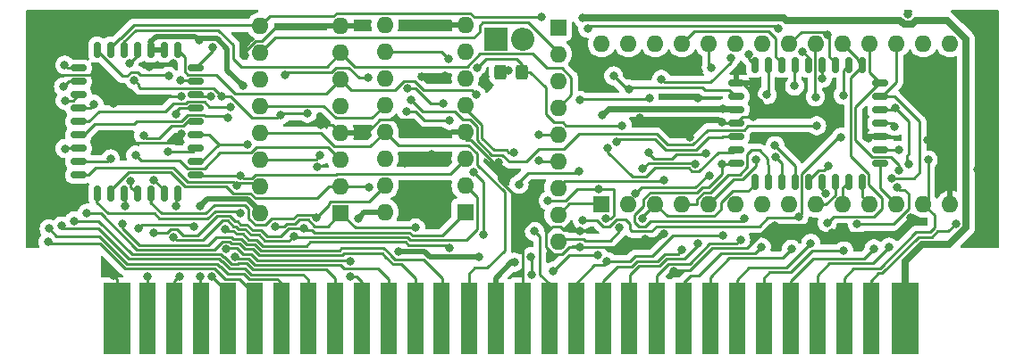
<source format=gbr>
%TF.GenerationSoftware,KiCad,Pcbnew,7.0.7*%
%TF.CreationDate,2023-09-07T16:09:01+01:00*%
%TF.ProjectId,FamiFlex,46616d69-466c-4657-982e-6b696361645f,rev?*%
%TF.SameCoordinates,Original*%
%TF.FileFunction,Copper,L1,Top*%
%TF.FilePolarity,Positive*%
%FSLAX46Y46*%
G04 Gerber Fmt 4.6, Leading zero omitted, Abs format (unit mm)*
G04 Created by KiCad (PCBNEW 7.0.7) date 2023-09-07 16:09:01*
%MOMM*%
%LPD*%
G01*
G04 APERTURE LIST*
G04 Aperture macros list*
%AMRoundRect*
0 Rectangle with rounded corners*
0 $1 Rounding radius*
0 $2 $3 $4 $5 $6 $7 $8 $9 X,Y pos of 4 corners*
0 Add a 4 corners polygon primitive as box body*
4,1,4,$2,$3,$4,$5,$6,$7,$8,$9,$2,$3,0*
0 Add four circle primitives for the rounded corners*
1,1,$1+$1,$2,$3*
1,1,$1+$1,$4,$5*
1,1,$1+$1,$6,$7*
1,1,$1+$1,$8,$9*
0 Add four rect primitives between the rounded corners*
20,1,$1+$1,$2,$3,$4,$5,0*
20,1,$1+$1,$4,$5,$6,$7,0*
20,1,$1+$1,$6,$7,$8,$9,0*
20,1,$1+$1,$8,$9,$2,$3,0*%
G04 Aperture macros list end*
%TA.AperFunction,SMDPad,CuDef*%
%ADD10RoundRect,0.250000X0.325000X0.450000X-0.325000X0.450000X-0.325000X-0.450000X0.325000X-0.450000X0*%
%TD*%
%TA.AperFunction,ComponentPad*%
%ADD11R,2.200000X2.200000*%
%TD*%
%TA.AperFunction,ComponentPad*%
%ADD12O,2.200000X2.200000*%
%TD*%
%TA.AperFunction,ComponentPad*%
%ADD13R,1.600000X1.600000*%
%TD*%
%TA.AperFunction,ComponentPad*%
%ADD14O,1.600000X1.600000*%
%TD*%
%TA.AperFunction,SMDPad,CuDef*%
%ADD15RoundRect,0.150000X-0.150000X-0.587500X0.150000X-0.587500X0.150000X0.587500X-0.150000X0.587500X0*%
%TD*%
%TA.AperFunction,SMDPad,CuDef*%
%ADD16RoundRect,0.150000X-0.587500X-0.150000X0.587500X-0.150000X0.587500X0.150000X-0.587500X0.150000X0*%
%TD*%
%TA.AperFunction,SMDPad,CuDef*%
%ADD17R,2.600000X6.810000*%
%TD*%
%TA.AperFunction,SMDPad,CuDef*%
%ADD18R,1.600000X6.820000*%
%TD*%
%TA.AperFunction,SMDPad,CuDef*%
%ADD19R,1.620000X6.820000*%
%TD*%
%TA.AperFunction,SMDPad,CuDef*%
%ADD20R,1.560000X6.820000*%
%TD*%
%TA.AperFunction,SMDPad,CuDef*%
%ADD21R,1.580000X6.820000*%
%TD*%
%TA.AperFunction,SMDPad,CuDef*%
%ADD22R,2.600000X6.820000*%
%TD*%
%TA.AperFunction,SMDPad,CuDef*%
%ADD23RoundRect,0.150000X0.587500X-0.150000X0.587500X0.150000X-0.587500X0.150000X-0.587500X-0.150000X0*%
%TD*%
%TA.AperFunction,SMDPad,CuDef*%
%ADD24RoundRect,0.150000X0.150000X-0.587500X0.150000X0.587500X-0.150000X0.587500X-0.150000X-0.587500X0*%
%TD*%
%TA.AperFunction,ViaPad*%
%ADD25C,0.800000*%
%TD*%
%TA.AperFunction,Conductor*%
%ADD26C,0.250000*%
%TD*%
%TA.AperFunction,Conductor*%
%ADD27C,0.500000*%
%TD*%
%TA.AperFunction,Conductor*%
%ADD28C,0.700000*%
%TD*%
%TA.AperFunction,Conductor*%
%ADD29C,0.600000*%
%TD*%
G04 APERTURE END LIST*
D10*
%TO.P,R1,1*%
%TO.N,/r.4*%
X76025000Y-64100000D03*
%TO.P,R1,2*%
%TO.N,/bA4*%
X73975000Y-64100000D03*
%TD*%
D11*
%TO.P,D1,1,K*%
%TO.N,/bA4*%
X73550000Y-60950000D03*
D12*
%TO.P,D1,2,A*%
%TO.N,/cA14*%
X76090000Y-60950000D03*
%TD*%
D13*
%TO.P,U4,1,D2*%
%TO.N,/cD5*%
X70650000Y-77400000D03*
D14*
%TO.P,U4,2,D3*%
%TO.N,/cD6*%
X70650000Y-74860000D03*
%TO.P,U4,3,D4*%
%TO.N,/cD7*%
X70650000Y-72320000D03*
%TO.P,U4,4,Rb*%
%TO.N,GND*%
X70650000Y-69780000D03*
%TO.P,U4,5,Ra*%
%TO.N,Net-(JP6-C)*%
X70650000Y-67240000D03*
%TO.P,U4,6,Q4*%
%TO.N,/r.7*%
X70650000Y-64700000D03*
%TO.P,U4,7,Q3*%
%TO.N,/r.6*%
X70650000Y-62160000D03*
%TO.P,U4,8,GND*%
%TO.N,GND*%
X70650000Y-59620000D03*
%TO.P,U4,9,Q2*%
%TO.N,/r.5*%
X63030000Y-59620000D03*
%TO.P,U4,10,Q1*%
%TO.N,/r.4*%
X63030000Y-62160000D03*
%TO.P,U4,11,~{Er}*%
%TO.N,Net-(JP7-C)*%
X63030000Y-64700000D03*
%TO.P,U4,12,~{Ew}*%
%TO.N,/~{ROMSEL}*%
X63030000Y-67240000D03*
%TO.P,U4,13,Wb*%
%TO.N,/R~{W}*%
X63030000Y-69780000D03*
%TO.P,U4,14,Wa*%
%TO.N,Net-(JP8-C)*%
X63030000Y-72320000D03*
%TO.P,U4,15,D1*%
%TO.N,/cD4*%
X63030000Y-74860000D03*
%TO.P,U4,16,VCC*%
%TO.N,VCC*%
X63030000Y-77400000D03*
%TD*%
D13*
%TO.P,U5,1,A14*%
%TO.N,/bA6*%
X83570000Y-76640000D03*
D14*
%TO.P,U5,2,A12*%
%TO.N,/chr12*%
X86110000Y-76640000D03*
%TO.P,U5,3,A7*%
%TO.N,/pA7*%
X88650000Y-76640000D03*
%TO.P,U5,4,A6*%
%TO.N,/pA6*%
X91190000Y-76640000D03*
%TO.P,U5,5,A5*%
%TO.N,/pA5*%
X93730000Y-76640000D03*
%TO.P,U5,6,A4*%
%TO.N,/pA4*%
X96270000Y-76640000D03*
%TO.P,U5,7,A3*%
%TO.N,/pA3*%
X98810000Y-76640000D03*
%TO.P,U5,8,A2*%
%TO.N,/pA2*%
X101350000Y-76640000D03*
%TO.P,U5,9,A1*%
%TO.N,/pA1*%
X103890000Y-76640000D03*
%TO.P,U5,10,A0*%
%TO.N,/pA0*%
X106430000Y-76640000D03*
%TO.P,U5,11,Q0*%
%TO.N,/pD0*%
X108970000Y-76640000D03*
%TO.P,U5,12,Q1*%
%TO.N,/pD1*%
X111510000Y-76640000D03*
%TO.P,U5,13,Q2*%
%TO.N,/pD2*%
X114050000Y-76640000D03*
%TO.P,U5,14,GND*%
%TO.N,GND*%
X116590000Y-76640000D03*
%TO.P,U5,15,Q3*%
%TO.N,/pD3*%
X116590000Y-61400000D03*
%TO.P,U5,16,Q4*%
%TO.N,/pD4*%
X114050000Y-61400000D03*
%TO.P,U5,17,Q5*%
%TO.N,/pD5*%
X111510000Y-61400000D03*
%TO.P,U5,18,Q6*%
%TO.N,/pD6*%
X108970000Y-61400000D03*
%TO.P,U5,19,Q7*%
%TO.N,/pD7*%
X106430000Y-61400000D03*
%TO.P,U5,20,~{CS}*%
%TO.N,Net-(JP9-C)*%
X103890000Y-61400000D03*
%TO.P,U5,21,A10*%
%TO.N,/pA10*%
X101350000Y-61400000D03*
%TO.P,U5,22,~{OE}*%
%TO.N,/~{pRD}*%
X98810000Y-61400000D03*
%TO.P,U5,23,A11*%
%TO.N,/pA11*%
X96270000Y-61400000D03*
%TO.P,U5,24,A9*%
%TO.N,/pA9*%
X93730000Y-61400000D03*
%TO.P,U5,25,A8*%
%TO.N,/pA8*%
X91190000Y-61400000D03*
%TO.P,U5,26,A13*%
%TO.N,/bA5*%
X88650000Y-61400000D03*
%TO.P,U5,27,~{WE}*%
%TO.N,/~{pWR}*%
X86110000Y-61400000D03*
%TO.P,U5,28,VCC*%
%TO.N,VCC*%
X83570000Y-61400000D03*
%TD*%
D15*
%TO.P,U1,1,A18*%
%TO.N,Net-(JP2-C)*%
X39567500Y-61972500D03*
%TO.P,U1,2,A16*%
%TO.N,/bA2*%
X38297500Y-61972500D03*
%TO.P,U1,3,A15*%
%TO.N,/bA1*%
X37027500Y-61972500D03*
%TO.P,U1,4,A12*%
%TO.N,Net-(H1-cA12)*%
X35757500Y-61972500D03*
D16*
%TO.P,U1,5,A7*%
%TO.N,Net-(H1-cA7)*%
X34005000Y-63730000D03*
%TO.P,U1,6,A6*%
%TO.N,Net-(H1-cA6)*%
X34005000Y-65000000D03*
%TO.P,U1,7,A5*%
%TO.N,Net-(H1-cA5)*%
X34005000Y-66270000D03*
%TO.P,U1,8,A4*%
%TO.N,Net-(H1-cA4)*%
X34005000Y-67540000D03*
%TO.P,U1,9,A3*%
%TO.N,Net-(H1-cA3)*%
X34005000Y-68810000D03*
%TO.P,U1,10,A2*%
%TO.N,Net-(H1-cA2)*%
X34005000Y-70080000D03*
%TO.P,U1,11,A1*%
%TO.N,Net-(H1-cA1)*%
X34005000Y-71350000D03*
%TO.P,U1,12,A0*%
%TO.N,Net-(H1-cA0)*%
X34005000Y-72620000D03*
%TO.P,U1,13,D0*%
%TO.N,/cD0*%
X34005000Y-73890000D03*
D15*
%TO.P,U1,14,D1*%
%TO.N,/cD1*%
X35757500Y-75647500D03*
%TO.P,U1,15,D2*%
%TO.N,/cD2*%
X37027500Y-75647500D03*
%TO.P,U1,16,VSS*%
%TO.N,GND*%
X38297500Y-75647500D03*
%TO.P,U1,17,D3*%
%TO.N,/cD3*%
X39567500Y-75647500D03*
%TO.P,U1,18,D4*%
%TO.N,/cD4*%
X40837500Y-75647500D03*
%TO.P,U1,19,D5*%
%TO.N,/cD5*%
X42107500Y-75647500D03*
%TO.P,U1,20,D6*%
%TO.N,/cD6*%
X43377500Y-75647500D03*
D16*
%TO.P,U1,21,D7*%
%TO.N,/cD7*%
X45130000Y-73890000D03*
%TO.P,U1,22,~{CE}*%
%TO.N,/~{ROMSEL}*%
X45130000Y-72620000D03*
%TO.P,U1,23,A10*%
%TO.N,Net-(H1-cA10)*%
X45130000Y-71350000D03*
%TO.P,U1,24,~{OE}*%
%TO.N,/~{ROMSEL}*%
X45130000Y-70080000D03*
%TO.P,U1,25,A11*%
%TO.N,Net-(H1-cA11)*%
X45130000Y-68810000D03*
%TO.P,U1,26,A9*%
%TO.N,Net-(H1-cA9)*%
X45130000Y-67540000D03*
%TO.P,U1,27,A8*%
%TO.N,Net-(H1-cA8)*%
X45130000Y-66270000D03*
%TO.P,U1,28,A13*%
%TO.N,Net-(H1-cA13)*%
X45130000Y-65000000D03*
%TO.P,U1,29,A14*%
%TO.N,/bA0*%
X45130000Y-63730000D03*
D15*
%TO.P,U1,30,A17*%
%TO.N,/bA3*%
X43377500Y-61972500D03*
%TO.P,U1,31,~{WE}*%
%TO.N,VCC*%
X42107500Y-61972500D03*
%TO.P,U1,32,VDD*%
X40837500Y-61972500D03*
%TD*%
D17*
%TO.P,H1,1,GND*%
%TO.N,GND*%
X37670000Y-87495000D03*
D18*
%TO.P,H1,2,cA11*%
%TO.N,Net-(H1-cA11)*%
X40500000Y-87490000D03*
%TO.P,H1,3,cA10*%
%TO.N,Net-(H1-cA10)*%
X43040000Y-87490000D03*
D19*
%TO.P,H1,4,cA9*%
%TO.N,Net-(H1-cA9)*%
X45590000Y-87490000D03*
D18*
%TO.P,H1,5,cA8*%
%TO.N,Net-(H1-cA8)*%
X48120000Y-87490000D03*
%TO.P,H1,6,cA7*%
%TO.N,Net-(H1-cA7)*%
X50660000Y-87490000D03*
%TO.P,H1,7,cA6*%
%TO.N,Net-(H1-cA6)*%
X53200000Y-87490000D03*
%TO.P,H1,8,cA5*%
%TO.N,Net-(H1-cA5)*%
X55740000Y-87490000D03*
%TO.P,H1,9,cA4*%
%TO.N,Net-(H1-cA4)*%
X58280000Y-87490000D03*
%TO.P,H1,10,cA3*%
%TO.N,Net-(H1-cA3)*%
X60820000Y-87490000D03*
%TO.P,H1,11,cA2*%
%TO.N,Net-(H1-cA2)*%
X63360000Y-87490000D03*
%TO.P,H1,12,cA1*%
%TO.N,Net-(H1-cA1)*%
X65900000Y-87490000D03*
D20*
%TO.P,H1,13,cA0*%
%TO.N,Net-(H1-cA0)*%
X68420000Y-87490000D03*
D19*
%TO.P,H1,14,cR~{W}*%
%TO.N,/R~{W}*%
X70990000Y-87490000D03*
D18*
%TO.P,H1,15,~{IRQ}*%
%TO.N,VCC*%
X73520000Y-87490000D03*
%TO.P,H1,16,GND*%
%TO.N,GND*%
X76060000Y-87490000D03*
%TO.P,H1,17,p~{RD}*%
%TO.N,/~{pRD}*%
X78600000Y-87490000D03*
%TO.P,H1,18,vramA10*%
%TO.N,Net-(H1-vramA10)*%
X81140000Y-87490000D03*
%TO.P,H1,19,pA6*%
%TO.N,/pA6*%
X83680000Y-87490000D03*
D21*
%TO.P,H1,20,pA5*%
%TO.N,/pA5*%
X86210000Y-87490000D03*
D18*
%TO.P,H1,21,pA4*%
%TO.N,/pA4*%
X88760000Y-87490000D03*
%TO.P,H1,22,pA3*%
%TO.N,/pA3*%
X91300000Y-87490000D03*
%TO.P,H1,23,pA2*%
%TO.N,/pA2*%
X93840000Y-87490000D03*
%TO.P,H1,24,pA1*%
%TO.N,/pA1*%
X96380000Y-87490000D03*
%TO.P,H1,25,pA0*%
%TO.N,/pA0*%
X98920000Y-87490000D03*
%TO.P,H1,26,pD0*%
%TO.N,/pD0*%
X101460000Y-87490000D03*
%TO.P,H1,27,pD1*%
%TO.N,/pD1*%
X104000000Y-87490000D03*
%TO.P,H1,28,pD2*%
%TO.N,/pD2*%
X106540000Y-87490000D03*
%TO.P,H1,29,pD3*%
%TO.N,/pD3*%
X109080000Y-87490000D03*
D22*
%TO.P,H1,30,VCC*%
%TO.N,VCC*%
X112340000Y-87490000D03*
%TD*%
D13*
%TO.P,RN1,1,common*%
%TO.N,VCC*%
X79450000Y-59850000D03*
D14*
%TO.P,RN1,2,R1*%
%TO.N,/bA0*%
X79450000Y-62390000D03*
%TO.P,RN1,3,R2*%
%TO.N,/bA1*%
X79450000Y-64930000D03*
%TO.P,RN1,4,R3*%
%TO.N,/bA2*%
X79450000Y-67470000D03*
%TO.P,RN1,5,R4*%
%TO.N,/bA3*%
X79450000Y-70010000D03*
%TO.P,RN1,6,R5*%
%TO.N,/bA4*%
X79450000Y-72550000D03*
%TO.P,RN1,7,R6*%
%TO.N,/bA5*%
X79450000Y-75090000D03*
%TO.P,RN1,8,R7*%
%TO.N,/bA6*%
X79450000Y-77630000D03*
%TO.P,RN1,9,R8*%
%TO.N,/bA7*%
X79450000Y-80170000D03*
%TD*%
D23*
%TO.P,U2,1,A18*%
%TO.N,GND*%
X96322500Y-68967500D03*
%TO.P,U2,2,A16*%
%TO.N,/bA7*%
X96322500Y-70237500D03*
%TO.P,U2,3,A15*%
%TO.N,/bA6*%
X96322500Y-71507500D03*
%TO.P,U2,4,A12*%
%TO.N,/pA12*%
X96322500Y-72777500D03*
D24*
%TO.P,U2,5,A7*%
%TO.N,/pA7*%
X98080000Y-74530000D03*
%TO.P,U2,6,A6*%
%TO.N,/pA6*%
X99350000Y-74530000D03*
%TO.P,U2,7,A5*%
%TO.N,/pA5*%
X100620000Y-74530000D03*
%TO.P,U2,8,A4*%
%TO.N,/pA4*%
X101890000Y-74530000D03*
%TO.P,U2,9,A3*%
%TO.N,/pA3*%
X103160000Y-74530000D03*
%TO.P,U2,10,A2*%
%TO.N,/pA2*%
X104430000Y-74530000D03*
%TO.P,U2,11,A1*%
%TO.N,/pA1*%
X105700000Y-74530000D03*
%TO.P,U2,12,A0*%
%TO.N,/pA0*%
X106970000Y-74530000D03*
%TO.P,U2,13,D0*%
%TO.N,/pD0*%
X108240000Y-74530000D03*
D23*
%TO.P,U2,14,D1*%
%TO.N,/pD1*%
X109997500Y-72777500D03*
%TO.P,U2,15,D2*%
%TO.N,/pD2*%
X109997500Y-71507500D03*
%TO.P,U2,16,VSS*%
%TO.N,GND*%
X109997500Y-70237500D03*
%TO.P,U2,17,D3*%
%TO.N,/pD3*%
X109997500Y-68967500D03*
%TO.P,U2,18,D4*%
%TO.N,/pD4*%
X109997500Y-67697500D03*
%TO.P,U2,19,D5*%
%TO.N,/pD5*%
X109997500Y-66427500D03*
%TO.P,U2,20,D6*%
%TO.N,/pD6*%
X109997500Y-65157500D03*
D24*
%TO.P,U2,21,D7*%
%TO.N,/pD7*%
X108240000Y-63405000D03*
%TO.P,U2,22,~{CE}*%
%TO.N,/pA13*%
X106970000Y-63405000D03*
%TO.P,U2,23,A10*%
%TO.N,/pA10*%
X105700000Y-63405000D03*
%TO.P,U2,24,~{OE}*%
%TO.N,/~{pRD}*%
X104430000Y-63405000D03*
%TO.P,U2,25,A11*%
%TO.N,/pA11*%
X103160000Y-63405000D03*
%TO.P,U2,26,A9*%
%TO.N,/pA9*%
X101890000Y-63405000D03*
%TO.P,U2,27,A8*%
%TO.N,/pA8*%
X100620000Y-63405000D03*
%TO.P,U2,28,A13*%
%TO.N,/chr12*%
X99350000Y-63405000D03*
%TO.P,U2,29,A14*%
%TO.N,/bA5*%
X98080000Y-63405000D03*
D23*
%TO.P,U2,30,A17*%
%TO.N,GND*%
X96322500Y-65157500D03*
%TO.P,U2,31,~{WE}*%
%TO.N,/~{pWR}*%
X96322500Y-66427500D03*
%TO.P,U2,32,VDD*%
%TO.N,VCC*%
X96322500Y-67697500D03*
%TD*%
D13*
%TO.P,U3,1,D2*%
%TO.N,/cD1*%
X58850000Y-77500000D03*
D14*
%TO.P,U3,2,D3*%
%TO.N,/cD2*%
X58850000Y-74960000D03*
%TO.P,U3,3,D4*%
%TO.N,/cD3*%
X58850000Y-72420000D03*
%TO.P,U3,4,Rb*%
%TO.N,GND*%
X58850000Y-69880000D03*
%TO.P,U3,5,Ra*%
%TO.N,Net-(JP8-C)*%
X58850000Y-67340000D03*
%TO.P,U3,6,Q4*%
%TO.N,/bA3*%
X58850000Y-64800000D03*
%TO.P,U3,7,Q3*%
%TO.N,/bA2*%
X58850000Y-62260000D03*
%TO.P,U3,8,GND*%
%TO.N,GND*%
X58850000Y-59720000D03*
%TO.P,U3,9,Q2*%
%TO.N,/bA1*%
X51230000Y-59720000D03*
%TO.P,U3,10,Q1*%
%TO.N,/bA0*%
X51230000Y-62260000D03*
%TO.P,U3,11,~{Er}*%
%TO.N,Net-(JP3-C)*%
X51230000Y-64800000D03*
%TO.P,U3,12,~{Ew}*%
%TO.N,/~{ROMSEL}*%
X51230000Y-67340000D03*
%TO.P,U3,13,Wb*%
%TO.N,/R~{W}*%
X51230000Y-69880000D03*
%TO.P,U3,14,Wa*%
%TO.N,Net-(JP8-C)*%
X51230000Y-72420000D03*
%TO.P,U3,15,D1*%
%TO.N,/cD0*%
X51230000Y-74960000D03*
%TO.P,U3,16,VCC*%
%TO.N,VCC*%
X51230000Y-77500000D03*
%TD*%
D25*
%TO.N,GND*%
X49754493Y-62497300D03*
%TO.N,Net-(H1-cA11)*%
X40500000Y-83480498D03*
X40182800Y-70104000D03*
%TO.N,/~{pWR}*%
X84707300Y-64465200D03*
X86156800Y-65735200D03*
%TO.N,GND*%
X67700000Y-76800000D03*
X67056000Y-69799200D03*
X56600000Y-73100000D03*
X37338000Y-67056000D03*
X66548000Y-59669500D03*
X90400000Y-83019400D03*
X114434500Y-70515000D03*
X112877600Y-77921100D03*
X92679000Y-66579000D03*
X40700000Y-63600000D03*
X94960541Y-68868000D03*
X42988121Y-63270246D03*
X81549139Y-79207051D03*
X97895000Y-68395000D03*
X66497200Y-64516000D03*
X100000000Y-78700000D03*
X87172800Y-68477300D03*
X87675500Y-79925796D03*
X38201600Y-71120000D03*
X114500000Y-65800000D03*
X108890000Y-70390000D03*
X31115000Y-63754000D03*
X38455600Y-76811700D03*
X72525000Y-64525000D03*
X67462400Y-71882000D03*
X112600000Y-58600000D03*
X119176800Y-73355200D03*
X68732400Y-64465200D03*
X85800000Y-80250000D03*
X73771712Y-72699500D03*
X64922400Y-72796400D03*
X105400000Y-79400000D03*
X92800000Y-64000000D03*
X91910500Y-70270000D03*
X85385500Y-63283000D03*
X43790000Y-70000000D03*
X81549500Y-80674500D03*
X43730000Y-66365500D03*
X56946800Y-69088000D03*
X89500000Y-79449500D03*
X98530000Y-67005200D03*
X37342452Y-83432950D03*
%TO.N,Net-(H1-cA10)*%
X43600000Y-83479998D03*
X42480000Y-71650000D03*
%TO.N,Net-(H1-cA9)*%
X45512299Y-83480498D03*
X43273075Y-68065500D03*
%TO.N,Net-(H1-cA8)*%
X46502451Y-66387049D03*
X46600000Y-83479998D03*
%TO.N,Net-(H1-cA7)*%
X32700000Y-63450000D03*
X31104949Y-80246562D03*
%TO.N,Net-(H1-cA6)*%
X32582295Y-65492295D03*
X31217399Y-78967801D03*
%TO.N,Net-(H1-cA5)*%
X32380850Y-78718750D03*
X32740000Y-66800000D03*
%TO.N,Net-(H1-cA4)*%
X33578800Y-78227000D03*
X35480000Y-67160000D03*
%TO.N,Net-(H1-cA3)*%
X59757213Y-83541163D03*
X59786811Y-82028700D03*
X48024599Y-80923429D03*
X48368805Y-67384395D03*
%TO.N,Net-(H1-cA2)*%
X48113700Y-68478400D03*
X48792698Y-81607301D03*
%TO.N,Net-(H1-cA1)*%
X34798000Y-77502500D03*
X32720000Y-71360000D03*
%TO.N,Net-(H1-cA0)*%
X38201600Y-78536800D03*
X37033200Y-72339200D03*
%TO.N,Net-(H1-vramA10)*%
X78500000Y-76300000D03*
X84000000Y-78039502D03*
X84087701Y-82087701D03*
X83250000Y-75240498D03*
X95046800Y-79654400D03*
%TO.N,VCC*%
X44964100Y-78790800D03*
X83596586Y-68160500D03*
X81788000Y-58978800D03*
X95050000Y-67577800D03*
X71983600Y-81635600D03*
X64312800Y-81127600D03*
X60553600Y-77978000D03*
X45570700Y-76811700D03*
X75294000Y-82159300D03*
X49580800Y-65417100D03*
X45415200Y-61061600D03*
X39661500Y-78972786D03*
%TO.N,/~{pRD}*%
X77200000Y-79224500D03*
X100330000Y-60000900D03*
X82245200Y-59944000D03*
X104470000Y-64690000D03*
%TO.N,/pD0*%
X109372400Y-80873600D03*
%TO.N,/pD1*%
X110821900Y-80724500D03*
%TO.N,/pD2*%
X111700000Y-71500000D03*
X114510000Y-72430000D03*
%TO.N,/pD3*%
X111334595Y-69265405D03*
X117124500Y-78496353D03*
%TO.N,Net-(H1-cA12)*%
X42540000Y-64500000D03*
%TO.N,/bA0*%
X46736000Y-61772800D03*
%TO.N,/cD7*%
X49375702Y-73900700D03*
%TO.N,/cD6*%
X54400000Y-79660500D03*
X43030700Y-79778700D03*
X43210000Y-76811700D03*
%TO.N,/cD5*%
X41149452Y-74328206D03*
X41131700Y-79362900D03*
X55336148Y-78928252D03*
%TO.N,/cD4*%
X56576355Y-77894865D03*
%TO.N,/cD3*%
X39410000Y-71990000D03*
X38926100Y-74427448D03*
%TO.N,/cD2*%
X61544500Y-75082400D03*
%TO.N,/cD1*%
X65938400Y-78892400D03*
X52623895Y-78760500D03*
X49380500Y-77511368D03*
%TO.N,/cD0*%
X49034666Y-74871200D03*
X69138800Y-80791900D03*
X47917700Y-79024429D03*
%TO.N,/~{ROMSEL}*%
X50052406Y-70982005D03*
%TO.N,Net-(H1-cA13)*%
X43650000Y-64900500D03*
%TO.N,/pA10*%
X104992121Y-60537482D03*
%TO.N,/pA11*%
X102620000Y-62170000D03*
%TO.N,/pD7*%
X104952800Y-78435200D03*
%TO.N,/pD6*%
X111607600Y-75082400D03*
X111740401Y-73409750D03*
X107797600Y-78536800D03*
%TO.N,/pD5*%
X111080000Y-74160000D03*
%TO.N,/pD4*%
X111402701Y-67527299D03*
X112690000Y-72830000D03*
%TO.N,/bA1*%
X77900000Y-58850000D03*
%TO.N,/bA3*%
X71689396Y-66276195D03*
X77600500Y-70010000D03*
%TO.N,/bA4*%
X77600500Y-72494828D03*
X65074800Y-67818000D03*
X53543200Y-64414400D03*
X74764000Y-63963599D03*
X61468000Y-64668400D03*
X69138800Y-68681600D03*
%TO.N,/bA5*%
X95800000Y-62770000D03*
X97520000Y-62430000D03*
X89445500Y-74340500D03*
X89231847Y-64793754D03*
%TO.N,/bA6*%
X84156974Y-71286947D03*
%TO.N,/bA7*%
X85000000Y-70750000D03*
X85272747Y-78848247D03*
%TO.N,/pA13*%
X81749500Y-78161459D03*
X106270000Y-70280000D03*
X75750000Y-74750000D03*
X102250000Y-77875500D03*
X106453000Y-66285000D03*
X81450500Y-73557064D03*
%TO.N,/pA12*%
X81490000Y-66760000D03*
X93459995Y-71859996D03*
X95000000Y-72810000D03*
X88087200Y-66598800D03*
X88000000Y-71700000D03*
X97100000Y-78000500D03*
%TO.N,/pA7*%
X87420706Y-78026296D03*
%TO.N,/pA6*%
X91190000Y-81000000D03*
%TO.N,/pA5*%
X98200000Y-72400000D03*
X92724500Y-80378900D03*
X100037701Y-72162299D03*
%TO.N,/pA4*%
X100000000Y-71100000D03*
X96750000Y-80000000D03*
%TO.N,/pA3*%
X105050000Y-73020000D03*
X98704400Y-80721200D03*
%TO.N,/pA2*%
X104836339Y-75608957D03*
X101549200Y-80924400D03*
%TO.N,/pA1*%
X103378000Y-80352300D03*
%TO.N,/pA0*%
X106527600Y-81076800D03*
%TO.N,/pA9*%
X93950000Y-63710000D03*
X101850000Y-65420000D03*
%TO.N,/cA14*%
X53136800Y-68173600D03*
X55676800Y-68034500D03*
X39296535Y-64849495D03*
X47580000Y-66440000D03*
%TO.N,Net-(JP2-C)*%
X38800000Y-63245500D03*
%TO.N,Net-(JP6-C)*%
X75250500Y-71714696D03*
%TO.N,Net-(JP8-C)*%
X56896000Y-72019500D03*
%TO.N,Net-(JP9-C)*%
X103830000Y-66450000D03*
%TO.N,Net-(JP7-C)*%
X65518700Y-66764500D03*
X103936800Y-69189600D03*
%TO.N,/r.4*%
X85500000Y-69159500D03*
X71750496Y-63675094D03*
X69037200Y-62850500D03*
%TO.N,/r.7*%
X71433200Y-73566800D03*
X83245764Y-81518065D03*
X76836846Y-81648777D03*
X76966992Y-83348277D03*
X78987701Y-82987701D03*
X72390000Y-79500000D03*
%TO.N,/chr12*%
X86800744Y-75614260D03*
X93819503Y-73919503D03*
X92427042Y-72808500D03*
X87475500Y-73304400D03*
X99240000Y-66260000D03*
%TO.N,/r.5*%
X68600000Y-67100000D03*
X65140000Y-65660000D03*
%TD*%
D26*
%TO.N,/bA2*%
X38280000Y-61260000D02*
X39440000Y-60100000D01*
X49400000Y-63600000D02*
X57510000Y-63600000D01*
X57510000Y-63600000D02*
X58850000Y-62260000D01*
X39440000Y-60100000D02*
X47230900Y-60100000D01*
X47230900Y-60100000D02*
X48666400Y-61535500D01*
X48666400Y-61535500D02*
X48666400Y-62866400D01*
X48666400Y-62866400D02*
X49400000Y-63600000D01*
%TO.N,/bA1*%
X51230000Y-59720000D02*
X51160000Y-59650000D01*
X51160000Y-59650000D02*
X39253604Y-59650000D01*
X39253604Y-59650000D02*
X37993604Y-60910000D01*
X37993604Y-60910000D02*
X37938404Y-60910000D01*
X37938404Y-60910000D02*
X37058198Y-61790206D01*
X37058198Y-61790206D02*
X37058198Y-61941802D01*
%TO.N,GND*%
X49657193Y-62400000D02*
X49754493Y-62497300D01*
X49657193Y-62241816D02*
X49657193Y-62400000D01*
X50764009Y-61135000D02*
X49657193Y-62241816D01*
X51405991Y-61135000D02*
X50764009Y-61135000D01*
X52820991Y-59720000D02*
X51405991Y-61135000D01*
X58850000Y-59720000D02*
X52820991Y-59720000D01*
%TO.N,/bA1*%
X77900000Y-58850000D02*
X77850000Y-58900000D01*
X77850000Y-58900000D02*
X71520991Y-58900000D01*
X71520991Y-58900000D02*
X71115991Y-58495000D01*
X71115991Y-58495000D02*
X58484009Y-58495000D01*
X58484009Y-58495000D02*
X58179009Y-58800000D01*
X58179009Y-58800000D02*
X52150000Y-58800000D01*
X52150000Y-58800000D02*
X51230000Y-59720000D01*
D27*
%TO.N,VCC*%
X45415200Y-61061600D02*
X45053600Y-60700000D01*
X45053600Y-60700000D02*
X41380000Y-60700000D01*
X41380000Y-60700000D02*
X40820000Y-61260000D01*
D26*
%TO.N,/pD0*%
X101460000Y-86930000D02*
X101460000Y-83940000D01*
X101460000Y-83940000D02*
X103598200Y-81801800D01*
X103598200Y-81801800D02*
X108444200Y-81801800D01*
X108444200Y-81801800D02*
X109372400Y-80873600D01*
%TO.N,/pA0*%
X98920000Y-86930000D02*
X98920000Y-83680000D01*
X98920000Y-83680000D02*
X99491200Y-83108800D01*
X99491200Y-83108800D02*
X101491200Y-83108800D01*
X101491200Y-83108800D02*
X103523200Y-81076800D01*
X103523200Y-81076800D02*
X106527600Y-81076800D01*
%TO.N,/R~{W}*%
X70980000Y-86930000D02*
X70980000Y-83220000D01*
X71775000Y-72883295D02*
X71775000Y-71854009D01*
X70980000Y-83220000D02*
X71541800Y-82658200D01*
X58237196Y-71170800D02*
X56946396Y-69880000D01*
X74385000Y-75493295D02*
X71775000Y-72883295D01*
X71775000Y-71854009D02*
X70963513Y-71042522D01*
X63030000Y-69780000D02*
X61639200Y-71170800D01*
X74385000Y-81021505D02*
X74385000Y-75493295D01*
X56946396Y-69880000D02*
X51230000Y-69880000D01*
X61639200Y-71170800D02*
X58237196Y-71170800D01*
X64292522Y-71042522D02*
X63030000Y-69780000D01*
X71541800Y-82658200D02*
X72748305Y-82658200D01*
X70963513Y-71042522D02*
X64292522Y-71042522D01*
X72748305Y-82658200D02*
X74385000Y-81021505D01*
%TO.N,Net-(H1-cA11)*%
X40462600Y-70383800D02*
X41666200Y-70383800D01*
X41666200Y-70383800D02*
X42810000Y-69240000D01*
X43927145Y-69240000D02*
X44357145Y-68810000D01*
X40182800Y-70104000D02*
X40462600Y-70383800D01*
X42810000Y-69240000D02*
X43927145Y-69240000D01*
X40500000Y-83480498D02*
X40500000Y-86930000D01*
%TO.N,/~{pWR}*%
X84707300Y-64465200D02*
X85977300Y-65735200D01*
X96355000Y-66545000D02*
X96321000Y-66579000D01*
X85977300Y-65735200D02*
X86156800Y-65735200D01*
X93099596Y-65524800D02*
X93357296Y-65782500D01*
X95677500Y-65782500D02*
X96322500Y-66427500D01*
X86367200Y-65524800D02*
X93099596Y-65524800D01*
X86156800Y-65735200D02*
X86367200Y-65524800D01*
X93357296Y-65782500D02*
X95677500Y-65782500D01*
%TO.N,GND*%
X96322500Y-68967500D02*
X95060041Y-68967500D01*
X43790000Y-70000000D02*
X42956200Y-70833800D01*
X109042500Y-70237500D02*
X108890000Y-70390000D01*
X103287401Y-78600000D02*
X100100000Y-78600000D01*
X114434500Y-70515000D02*
X114434500Y-70534500D01*
X76060000Y-79000000D02*
X76060000Y-87434000D01*
X81549139Y-79207051D02*
X81442088Y-79100000D01*
X96322500Y-68967500D02*
X96895000Y-68395000D01*
X90469400Y-82950000D02*
X90400000Y-83019400D01*
X87675500Y-79925796D02*
X87701296Y-79900000D01*
X38487800Y-70833800D02*
X38201600Y-71120000D01*
X73256887Y-72699500D02*
X73771712Y-72699500D01*
X111365590Y-79400000D02*
X105400000Y-79400000D01*
X66852800Y-69799200D02*
X65684400Y-68630800D01*
X41065000Y-63235000D02*
X40700000Y-63600000D01*
X79810991Y-81400000D02*
X80536491Y-80674500D01*
X31115000Y-63754000D02*
X31741000Y-64380000D01*
X112603100Y-78195600D02*
X112569990Y-78195600D01*
X73771712Y-74243611D02*
X76060000Y-76531899D01*
X38455600Y-75805600D02*
X38297500Y-75647500D01*
X38028500Y-66365500D02*
X37338000Y-67056000D01*
X96322500Y-65157500D02*
X96903896Y-65157500D01*
X116590000Y-72690000D02*
X116590000Y-76640000D01*
X65684400Y-68630800D02*
X62588209Y-68630800D01*
X79625991Y-78755000D02*
X78945000Y-78755000D01*
X33215749Y-64380000D02*
X33220749Y-64375000D01*
X77800000Y-78100000D02*
X76960000Y-78100000D01*
X61339009Y-69880000D02*
X58850000Y-69880000D01*
X90067300Y-68477300D02*
X91860000Y-70270000D01*
X58058000Y-69088000D02*
X56997600Y-69088000D01*
X100000000Y-78700000D02*
X99900000Y-78600000D01*
X58850000Y-69880000D02*
X58058000Y-69088000D01*
X91886396Y-82950000D02*
X90469400Y-82950000D01*
X112877600Y-77921100D02*
X112603100Y-78195600D01*
X70792522Y-70592522D02*
X71149909Y-70592522D01*
X42988121Y-63270246D02*
X42952875Y-63235000D01*
X43730000Y-66365500D02*
X38028500Y-66365500D01*
X70650000Y-69780000D02*
X70650000Y-70450000D01*
X85375500Y-80674500D02*
X85800000Y-80250000D01*
X100100000Y-78600000D02*
X100000000Y-78700000D01*
X73771712Y-72699500D02*
X73771712Y-74243611D01*
X76060000Y-76531899D02*
X76060000Y-79000000D01*
X87701296Y-79900000D02*
X89049500Y-79900000D01*
X62588209Y-68630800D02*
X61339009Y-69880000D01*
X37338000Y-66338000D02*
X37338000Y-67056000D01*
X112569990Y-78195600D02*
X111365590Y-79400000D01*
X42952875Y-63235000D02*
X41065000Y-63235000D01*
X86124204Y-79925796D02*
X85800000Y-80250000D01*
X67056000Y-69799200D02*
X66852800Y-69799200D01*
X78945000Y-78755000D02*
X78325000Y-79375000D01*
X31741000Y-64380000D02*
X33215749Y-64380000D01*
X96895000Y-68395000D02*
X97895000Y-68395000D01*
X97316000Y-80829400D02*
X94006996Y-80829400D01*
X96903896Y-65157500D02*
X98530000Y-66783604D01*
X66597500Y-59620000D02*
X66548000Y-59669500D01*
X87172800Y-68477300D02*
X87130500Y-68435000D01*
X80536491Y-80674500D02*
X85375500Y-80674500D01*
X37670000Y-83760498D02*
X37670000Y-87439000D01*
X79970991Y-79100000D02*
X79625991Y-78755000D01*
X33220749Y-64375000D02*
X35375000Y-64375000D01*
X67462400Y-71882000D02*
X65836800Y-71882000D01*
X71149909Y-70592522D02*
X73256887Y-72699500D01*
X99900000Y-78600000D02*
X99545400Y-78600000D01*
X38455600Y-76811700D02*
X38455600Y-75805600D01*
X35375000Y-64375000D02*
X37338000Y-66338000D01*
X76960000Y-78100000D02*
X76060000Y-79000000D01*
X87675500Y-79925796D02*
X86124204Y-79925796D01*
X78325000Y-80725000D02*
X79000000Y-81400000D01*
X67075200Y-69780000D02*
X70650000Y-69780000D01*
X87172800Y-68477300D02*
X90067300Y-68477300D01*
X94006996Y-80829400D02*
X91886396Y-82950000D01*
X66548000Y-64465200D02*
X66497200Y-64516000D01*
X67056000Y-69799200D02*
X67075200Y-69780000D01*
X98530000Y-66783604D02*
X98530000Y-67005200D01*
X65836800Y-71882000D02*
X64922400Y-72796400D01*
X56997600Y-69088000D02*
X56946800Y-69088000D01*
X99545400Y-78600000D02*
X97316000Y-80829400D01*
X78650000Y-78950000D02*
X77800000Y-78100000D01*
X37342452Y-83432950D02*
X37670000Y-83760498D01*
X105400000Y-79400000D02*
X104087401Y-79400000D01*
X114434500Y-70534500D02*
X116590000Y-72690000D01*
X104087401Y-79400000D02*
X103287401Y-78600000D01*
X70650000Y-59620000D02*
X66597500Y-59620000D01*
X70650000Y-70450000D02*
X70792522Y-70592522D01*
X68732400Y-64465200D02*
X66548000Y-64465200D01*
X42956200Y-70833800D02*
X38487800Y-70833800D01*
X78325000Y-79375000D02*
X78325000Y-80725000D01*
X81442088Y-79100000D02*
X79970991Y-79100000D01*
X92800000Y-64000000D02*
X92083000Y-63283000D01*
X92083000Y-63283000D02*
X85385500Y-63283000D01*
X95060041Y-68967500D02*
X94960541Y-68868000D01*
X109997500Y-70237500D02*
X109042500Y-70237500D01*
X79000000Y-81400000D02*
X79810991Y-81400000D01*
X89049500Y-79900000D02*
X89500000Y-79449500D01*
%TO.N,Net-(H1-cA10)*%
X43600000Y-83479998D02*
X43520002Y-83479998D01*
X44830000Y-71650000D02*
X45130000Y-71350000D01*
X43040000Y-83960000D02*
X43040000Y-86930000D01*
X42480000Y-71650000D02*
X44830000Y-71650000D01*
X43520002Y-83479998D02*
X43040000Y-83960000D01*
%TO.N,Net-(H1-cA9)*%
X45512299Y-86862299D02*
X45580000Y-86930000D01*
X45512299Y-83480498D02*
X45512299Y-86862299D01*
X43273075Y-68065500D02*
X43273075Y-67816925D01*
X43273075Y-67816925D02*
X43550000Y-67540000D01*
X43550000Y-67540000D02*
X45130000Y-67540000D01*
%TO.N,Net-(H1-cA8)*%
X46600000Y-83479998D02*
X48120000Y-84999998D01*
X45247049Y-66387049D02*
X45130000Y-66270000D01*
X48120000Y-84999998D02*
X48120000Y-86930000D01*
X46502451Y-66387049D02*
X45247049Y-66387049D01*
%TO.N,Net-(H1-cA7)*%
X38382706Y-82755498D02*
X46922881Y-82755498D01*
X31258887Y-80400500D02*
X36027708Y-80400500D01*
X34005000Y-63730000D02*
X32980000Y-63730000D01*
X50660000Y-85170000D02*
X50660000Y-86930000D01*
X32980000Y-63730000D02*
X32700000Y-63450000D01*
X46922881Y-82755498D02*
X47922383Y-83755000D01*
X31104949Y-80246562D02*
X31258887Y-80400500D01*
X49245000Y-83755000D02*
X50660000Y-85170000D01*
X47922383Y-83755000D02*
X49245000Y-83755000D01*
X36027708Y-80400500D02*
X38382706Y-82755498D01*
%TO.N,Net-(H1-cA6)*%
X33074590Y-65000000D02*
X32582295Y-65492295D01*
X34005000Y-65000000D02*
X33074590Y-65000000D01*
X48119601Y-83232301D02*
X49648697Y-83232301D01*
X35939604Y-79676000D02*
X38566804Y-82303200D01*
X38566804Y-82303200D02*
X42849091Y-82303200D01*
X47351502Y-82548429D02*
X47435729Y-82548429D01*
X42851389Y-82305498D02*
X47108571Y-82305498D01*
X50171396Y-83755000D02*
X52815000Y-83755000D01*
X47108571Y-82305498D02*
X47351502Y-82548429D01*
X31925598Y-79676000D02*
X35939604Y-79676000D01*
X47435729Y-82548429D02*
X48119601Y-83232301D01*
X49648697Y-83232301D02*
X50171396Y-83755000D01*
X52815000Y-83755000D02*
X53200000Y-84140000D01*
X53200000Y-84140000D02*
X53200000Y-86930000D01*
X42849091Y-82303200D02*
X42851389Y-82305498D01*
X31217399Y-78967801D02*
X31925598Y-79676000D01*
%TO.N,Net-(H1-cA5)*%
X32614100Y-78952000D02*
X35852000Y-78952000D01*
X47537898Y-82098429D02*
X47622125Y-82098429D01*
X34005000Y-66270000D02*
X33475000Y-66800000D01*
X49279399Y-82782301D02*
X49344900Y-82716800D01*
X47294967Y-81855498D02*
X47537898Y-82098429D01*
X38753200Y-81853200D02*
X43035487Y-81853200D01*
X32380850Y-78718750D02*
X32614100Y-78952000D01*
X33475000Y-66800000D02*
X32740000Y-66800000D01*
X43035487Y-81853200D02*
X43037785Y-81855498D01*
X43037785Y-81855498D02*
X47294967Y-81855498D01*
X55305000Y-83305000D02*
X55740000Y-83740000D01*
X35852000Y-78952000D02*
X38753200Y-81853200D01*
X47622125Y-82098429D02*
X48305997Y-82782301D01*
X50357792Y-83305000D02*
X55305000Y-83305000D01*
X48305997Y-82782301D02*
X49279399Y-82782301D01*
X55740000Y-83740000D02*
X55740000Y-86930000D01*
X49769592Y-82716800D02*
X50357792Y-83305000D01*
X49344900Y-82716800D02*
X49769592Y-82716800D01*
%TO.N,Net-(H1-cA4)*%
X49955988Y-82266800D02*
X49158504Y-82266800D01*
X34005000Y-67540000D02*
X35100000Y-67540000D01*
X50544188Y-82855000D02*
X49955988Y-82266800D01*
X58280000Y-83680000D02*
X57455000Y-82855000D01*
X57455000Y-82855000D02*
X50544188Y-82855000D01*
X43221883Y-81403200D02*
X39089592Y-81403200D01*
X35913392Y-78227000D02*
X33578800Y-78227000D01*
X58280000Y-86930000D02*
X58280000Y-83680000D01*
X49158504Y-82266800D02*
X49093003Y-82332301D01*
X47808521Y-81648429D02*
X47724294Y-81648429D01*
X39089592Y-81403200D02*
X35913392Y-78227000D01*
X48492393Y-82332301D02*
X47808521Y-81648429D01*
X35100000Y-67540000D02*
X35480000Y-67160000D01*
X43224181Y-81405498D02*
X43221883Y-81403200D01*
X47481363Y-81405498D02*
X43224181Y-81405498D01*
X49093003Y-82332301D02*
X48492393Y-82332301D01*
X47724294Y-81648429D02*
X47481363Y-81405498D01*
%TO.N,Net-(H1-cA3)*%
X50328780Y-81366800D02*
X50916980Y-81955000D01*
X48130728Y-80817300D02*
X49027295Y-80817300D01*
X49576795Y-81366800D02*
X50328780Y-81366800D01*
X44345749Y-66915000D02*
X45914251Y-66915000D01*
X46383646Y-67384395D02*
X48368805Y-67384395D01*
X34005000Y-68810000D02*
X34963800Y-68810000D01*
X42216200Y-67843800D02*
X42970000Y-67090000D01*
X42970000Y-67090000D02*
X44170749Y-67090000D01*
X45914251Y-66915000D02*
X46383646Y-67384395D01*
X49027295Y-80817300D02*
X49576795Y-81366800D01*
X48024599Y-80923429D02*
X48130728Y-80817300D01*
X59757213Y-83541163D02*
X60341163Y-83541163D01*
X34963800Y-68810000D02*
X35930000Y-67843800D01*
X59713111Y-81955000D02*
X59786811Y-82028700D01*
X60341163Y-83541163D02*
X60820000Y-84020000D01*
X50916980Y-81955000D02*
X59713111Y-81955000D01*
X44170749Y-67090000D02*
X44345749Y-66915000D01*
X60820000Y-84020000D02*
X60820000Y-86930000D01*
X35930000Y-67843800D02*
X42216200Y-67843800D01*
%TO.N,Net-(H1-cA2)*%
X34005000Y-70080000D02*
X34540000Y-70080000D01*
X39539604Y-68790000D02*
X43740749Y-68790000D01*
X48792698Y-81607301D02*
X49002197Y-81816800D01*
X63360000Y-83760000D02*
X63360000Y-86930000D01*
X47865300Y-68230000D02*
X48113700Y-68478400D01*
X39289604Y-69040000D02*
X39539604Y-68790000D01*
X58824495Y-82405000D02*
X59172695Y-82753200D01*
X49002197Y-81816800D02*
X50142384Y-81816800D01*
X43740749Y-68790000D02*
X44345749Y-68185000D01*
X34540000Y-70080000D02*
X35580000Y-69040000D01*
X44345749Y-68185000D02*
X45914251Y-68185000D01*
X50142384Y-81816800D02*
X50730584Y-82405000D01*
X50730584Y-82405000D02*
X58824495Y-82405000D01*
X35580000Y-69040000D02*
X39289604Y-69040000D01*
X45914251Y-68185000D02*
X45959251Y-68230000D01*
X59172695Y-82753200D02*
X62353200Y-82753200D01*
X45959251Y-68230000D02*
X47865300Y-68230000D01*
X62353200Y-82753200D02*
X63360000Y-83760000D01*
%TO.N,Net-(H1-cA1)*%
X50515176Y-80916800D02*
X49763191Y-80916800D01*
X32730000Y-71350000D02*
X32720000Y-71360000D01*
X59172695Y-81303700D02*
X58971395Y-81505000D01*
X48493775Y-80367300D02*
X48324904Y-80198429D01*
X34005000Y-71350000D02*
X32730000Y-71350000D01*
X65900000Y-83700000D02*
X64539600Y-82339600D01*
X34831700Y-77536200D02*
X34798000Y-77502500D01*
X58971395Y-81505000D02*
X51103376Y-81505000D01*
X46852782Y-80955498D02*
X43410577Y-80955498D01*
X43410577Y-80955498D02*
X43408279Y-80953200D01*
X64539600Y-82339600D02*
X63774799Y-82339600D01*
X51103376Y-81505000D02*
X50515176Y-80916800D01*
X65900000Y-86930000D02*
X65900000Y-83700000D01*
X63774799Y-82339600D02*
X63087000Y-81651801D01*
X62771904Y-81303700D02*
X59172695Y-81303700D01*
X47609851Y-80198429D02*
X46852782Y-80955498D01*
X63087000Y-81618796D02*
X62771904Y-81303700D01*
X49213691Y-80367300D02*
X48493775Y-80367300D01*
X43408279Y-80953200D02*
X39551200Y-80953200D01*
X48324904Y-80198429D02*
X47609851Y-80198429D01*
X39551200Y-80953200D02*
X36134200Y-77536200D01*
X36134200Y-77536200D02*
X34831700Y-77536200D01*
X63087000Y-81651801D02*
X63087000Y-81618796D01*
X49763191Y-80916800D02*
X49213691Y-80367300D01*
%TO.N,Net-(H1-cA0)*%
X48511800Y-79748929D02*
X47081573Y-79748929D01*
X48680171Y-79917300D02*
X48511800Y-79748929D01*
X51289772Y-81055000D02*
X50701572Y-80466800D01*
X36752400Y-72620000D02*
X34005000Y-72620000D01*
X63537000Y-81465405D02*
X63537000Y-81432400D01*
X68440000Y-86930000D02*
X68440000Y-83640000D01*
X63537000Y-81432400D02*
X62927400Y-80822800D01*
X58697200Y-81055000D02*
X51289772Y-81055000D01*
X63961195Y-81889600D02*
X63537000Y-81465405D01*
X68440000Y-83640000D02*
X66689600Y-81889600D01*
X50701572Y-80466800D02*
X49949587Y-80466800D01*
X38201600Y-78967204D02*
X38201600Y-78536800D01*
X37033200Y-72339200D02*
X36752400Y-72620000D01*
X49949587Y-80466800D02*
X49400087Y-79917300D01*
X49400087Y-79917300D02*
X48680171Y-79917300D01*
X47081573Y-79748929D02*
X46327302Y-80503200D01*
X62927400Y-80822800D02*
X58929400Y-80822800D01*
X58929400Y-80822800D02*
X58697200Y-81055000D01*
X66689600Y-81889600D02*
X63961195Y-81889600D01*
X39737596Y-80503200D02*
X38201600Y-78967204D01*
X46327302Y-80503200D02*
X39737596Y-80503200D01*
%TO.N,Net-(H1-vramA10)*%
X84087701Y-82087701D02*
X86239507Y-82087701D01*
X90320405Y-79654400D02*
X95046800Y-79654400D01*
X82900000Y-82400000D02*
X81140000Y-84160000D01*
X86239507Y-82087701D02*
X86727208Y-81600000D01*
X88374805Y-81600000D02*
X90320405Y-79654400D01*
X81259502Y-75240498D02*
X84695000Y-75240498D01*
X84420498Y-78039502D02*
X84000000Y-78039502D01*
X80147331Y-76352669D02*
X78552669Y-76352669D01*
X80147331Y-76352669D02*
X81259502Y-75240498D01*
X81140000Y-84160000D02*
X81140000Y-86930000D01*
X84695000Y-75240498D02*
X84695000Y-77765000D01*
X84695000Y-77765000D02*
X84420498Y-78039502D01*
X78552669Y-76352669D02*
X78500000Y-76300000D01*
X84087701Y-82087701D02*
X83775402Y-82400000D01*
X86727208Y-81600000D02*
X88374805Y-81600000D01*
X83775402Y-82400000D02*
X82900000Y-82400000D01*
D28*
%TO.N,VCC*%
X112340000Y-82040761D02*
X113930761Y-80450000D01*
D27*
X73520000Y-87490000D02*
X73520000Y-83680000D01*
X73520000Y-83680000D02*
X75109500Y-82090500D01*
D29*
X84179286Y-67577800D02*
X96202800Y-67577800D01*
D28*
X112206497Y-59550000D02*
X111826497Y-59170000D01*
D27*
X60730500Y-77801100D02*
X60553600Y-77978000D01*
D28*
X112340000Y-87490000D02*
X112340000Y-82040761D01*
X116269189Y-59170000D02*
X113373503Y-59170000D01*
D26*
X39661500Y-78972786D02*
X40030586Y-78603700D01*
D27*
X60730500Y-77724000D02*
X60730500Y-77801100D01*
X48091400Y-61909000D02*
X47105200Y-60922800D01*
X50036537Y-76170700D02*
X51230000Y-77364163D01*
X75109500Y-82090500D02*
X75225200Y-82090500D01*
X66778273Y-81165100D02*
X64262000Y-81165100D01*
X40837500Y-61972500D02*
X42107500Y-61972500D01*
X71983600Y-81635600D02*
X71977300Y-81641900D01*
X63030000Y-77400000D02*
X61054500Y-77400000D01*
D28*
X101029200Y-59170000D02*
X100838000Y-58978800D01*
D26*
X44777000Y-78603700D02*
X44964100Y-78790800D01*
D27*
X51230000Y-77364163D02*
X51230000Y-77500000D01*
X48091400Y-63927700D02*
X48091400Y-61909000D01*
D28*
X113930761Y-80450000D02*
X116514356Y-80450000D01*
D27*
X64275300Y-81165100D02*
X64312800Y-81127600D01*
D29*
X83596586Y-68160500D02*
X84179286Y-67577800D01*
D28*
X118110000Y-61010811D02*
X116269189Y-59170000D01*
D27*
X71977300Y-81641900D02*
X67255073Y-81641900D01*
X75225200Y-82090500D02*
X75294000Y-82159300D01*
X46211700Y-76170700D02*
X50036537Y-76170700D01*
D28*
X118110000Y-78854356D02*
X118110000Y-61010811D01*
D27*
X67255073Y-81641900D02*
X66778273Y-81165100D01*
X40837500Y-61242500D02*
X40837500Y-61972500D01*
D26*
X40030586Y-78603700D02*
X44777000Y-78603700D01*
D27*
X47105200Y-60922800D02*
X45554000Y-60922800D01*
X64262000Y-81165100D02*
X64275300Y-81165100D01*
X45554000Y-60922800D02*
X45415200Y-61061600D01*
D29*
X96202800Y-67577800D02*
X96322500Y-67697500D01*
D28*
X112993503Y-59550000D02*
X112206497Y-59550000D01*
X113373503Y-59170000D02*
X112993503Y-59550000D01*
D27*
X61054500Y-77400000D02*
X60730500Y-77724000D01*
D28*
X100838000Y-58978800D02*
X81788000Y-58978800D01*
D27*
X45570700Y-76811700D02*
X46211700Y-76170700D01*
D28*
X111826497Y-59170000D02*
X101029200Y-59170000D01*
X116514356Y-80450000D02*
X118110000Y-78854356D01*
D27*
X49580800Y-65417100D02*
X48091400Y-63927700D01*
D26*
%TO.N,/~{pRD}*%
X100330000Y-60000900D02*
X100079100Y-59750000D01*
X77200000Y-79224500D02*
X77700000Y-79724500D01*
X104430000Y-63405000D02*
X104430000Y-64650000D01*
X77700000Y-82674695D02*
X77725000Y-82699695D01*
X104430000Y-64650000D02*
X104470000Y-64690000D01*
X77700000Y-79724500D02*
X77700000Y-82674695D01*
X77725000Y-83300305D02*
X78600000Y-84175305D01*
X77725000Y-82699695D02*
X77725000Y-83300305D01*
X100079100Y-59750000D02*
X82439200Y-59750000D01*
X78600000Y-84175305D02*
X78600000Y-86930000D01*
X82439200Y-59750000D02*
X82245200Y-59944000D01*
%TO.N,/pD0*%
X108240000Y-75910000D02*
X108970000Y-76640000D01*
X108240000Y-74530000D02*
X108240000Y-75910000D01*
%TO.N,/pD1*%
X110821900Y-80724500D02*
X109294600Y-82251800D01*
X111510000Y-76640000D02*
X109997500Y-75127500D01*
X109997500Y-75127500D02*
X109997500Y-72810000D01*
X105148200Y-82251800D02*
X104000000Y-83400000D01*
X104000000Y-83400000D02*
X104000000Y-86930000D01*
X109294600Y-82251800D02*
X105148200Y-82251800D01*
%TO.N,/pD2*%
X107446800Y-82753200D02*
X106540000Y-83660000D01*
X114050000Y-76640000D02*
X115112800Y-77702800D01*
X115112800Y-78865604D02*
X114672404Y-79306000D01*
X109997500Y-71507500D02*
X111692500Y-71507500D01*
X114510000Y-76180000D02*
X114510000Y-72430000D01*
X113378400Y-79306000D02*
X109931200Y-82753200D01*
X114050000Y-76640000D02*
X114510000Y-76180000D01*
X111692500Y-71507500D02*
X111700000Y-71500000D01*
X115112800Y-77702800D02*
X115112800Y-78865604D01*
X109997500Y-71507500D02*
X110181800Y-71323200D01*
X106540000Y-83660000D02*
X106540000Y-86930000D01*
X114672404Y-79306000D02*
X113378400Y-79306000D01*
X109931200Y-82753200D02*
X107446800Y-82753200D01*
%TO.N,/pD3*%
X114858800Y-79756000D02*
X113564796Y-79756000D01*
X109080000Y-83920000D02*
X109080000Y-86930000D01*
X109796800Y-83203200D02*
X109080000Y-83920000D01*
X117124500Y-78496353D02*
X116423653Y-79197200D01*
X109997500Y-68967500D02*
X111036690Y-68967500D01*
X113564796Y-79756000D02*
X110117596Y-83203200D01*
X111036690Y-68967500D02*
X111334595Y-69265405D01*
X116423653Y-79197200D02*
X115417600Y-79197200D01*
X115417600Y-79197200D02*
X114858800Y-79756000D01*
X110117596Y-83203200D02*
X109796800Y-83203200D01*
%TO.N,Net-(H1-cA12)*%
X39871840Y-64399495D02*
X39596840Y-64124495D01*
X38620725Y-64500000D02*
X38145749Y-64500000D01*
X35757500Y-62111751D02*
X35757500Y-61972500D01*
X39596840Y-64124495D02*
X38996230Y-64124495D01*
X38996230Y-64124495D02*
X38620725Y-64500000D01*
X42439495Y-64399495D02*
X39871840Y-64399495D01*
X42540000Y-64500000D02*
X42439495Y-64399495D01*
X38145749Y-64500000D02*
X35757500Y-62111751D01*
%TO.N,/bA0*%
X76600000Y-59400000D02*
X72300000Y-59400000D01*
X71455000Y-60845000D02*
X58384009Y-60845000D01*
X79450000Y-62390000D02*
X79450000Y-62250000D01*
X58384009Y-60845000D02*
X58346609Y-60807600D01*
X72000000Y-60300000D02*
X71455000Y-60845000D01*
X58346609Y-60807600D02*
X52682400Y-60807600D01*
X52682400Y-60807600D02*
X51230000Y-62260000D01*
X72300000Y-59400000D02*
X72000000Y-59700000D01*
X46736000Y-62124000D02*
X45130000Y-63730000D01*
X46736000Y-61772800D02*
X46736000Y-62124000D01*
X79450000Y-62250000D02*
X76600000Y-59400000D01*
X72000000Y-59700000D02*
X72000000Y-60300000D01*
%TO.N,/cD7*%
X49375702Y-73900700D02*
X45140700Y-73900700D01*
X49650202Y-74175200D02*
X50423809Y-74175200D01*
X49375702Y-73900700D02*
X49650202Y-74175200D01*
X50764009Y-73835000D02*
X58384009Y-73835000D01*
X50423809Y-74175200D02*
X50764009Y-73835000D01*
X58484009Y-73735000D02*
X69235000Y-73735000D01*
X69235000Y-73735000D02*
X70650000Y-72320000D01*
X45140700Y-73900700D02*
X45130000Y-73890000D01*
X58384009Y-73835000D02*
X58484009Y-73735000D01*
%TO.N,/cD6*%
X49149778Y-79017300D02*
X49772879Y-79017300D01*
X49772879Y-79017300D02*
X50322379Y-79566800D01*
X43210000Y-76811700D02*
X43210000Y-75896200D01*
X71775000Y-79050200D02*
X71775000Y-75985000D01*
X50322379Y-79566800D02*
X51074364Y-79566800D01*
X48670505Y-78742800D02*
X48875278Y-78742800D01*
X47606700Y-78193300D02*
X48121005Y-78193300D01*
X43030700Y-79778700D02*
X43305200Y-80053200D01*
X65451699Y-80067400D02*
X70757800Y-80067400D01*
X70757800Y-80067400D02*
X71775000Y-79050200D01*
X53905500Y-80155000D02*
X54400000Y-79660500D01*
X43210000Y-75896200D02*
X43377500Y-75896200D01*
X43305200Y-80053200D02*
X45746800Y-80053200D01*
X54531900Y-79792400D02*
X65176699Y-79792400D01*
X51662564Y-80155000D02*
X53905500Y-80155000D01*
X71775000Y-75985000D02*
X70650000Y-74860000D01*
X48875278Y-78742800D02*
X49149778Y-79017300D01*
X65176699Y-79792400D02*
X65451699Y-80067400D01*
X51074364Y-79566800D02*
X51662564Y-80155000D01*
X45746800Y-80053200D02*
X47606700Y-78193300D01*
X48121005Y-78193300D02*
X48670505Y-78742800D01*
X54400000Y-79660500D02*
X54531900Y-79792400D01*
%TO.N,/cD5*%
X49061674Y-78292800D02*
X48856901Y-78292800D01*
X42730395Y-79053700D02*
X42384095Y-79400000D01*
X45264905Y-79603200D02*
X43890800Y-79603200D01*
X47124805Y-77743300D02*
X45264905Y-79603200D01*
X70650000Y-77400000D02*
X68432600Y-79617400D01*
X53150595Y-79705000D02*
X51848960Y-79705000D01*
X50508775Y-79116800D02*
X49959275Y-78567300D01*
X51848960Y-79705000D02*
X51260760Y-79116800D01*
X42384095Y-79400000D02*
X41168800Y-79400000D01*
X65363095Y-79342400D02*
X56362896Y-79342400D01*
X43890800Y-79603200D02*
X43341300Y-79053700D01*
X49336174Y-78567300D02*
X49061674Y-78292800D01*
X56095496Y-79075000D02*
X55482895Y-79075000D01*
X48307401Y-77743300D02*
X47124805Y-77743300D01*
X56362896Y-79342400D02*
X56095496Y-79075000D01*
X49959275Y-78567300D02*
X49336174Y-78567300D01*
X55208795Y-78800900D02*
X55073695Y-78936000D01*
X51260760Y-79116800D02*
X50508775Y-79116800D01*
X41149452Y-74328206D02*
X42107500Y-75286254D01*
X43341300Y-79053700D02*
X42730395Y-79053700D01*
X65638095Y-79617400D02*
X65363095Y-79342400D01*
X48856901Y-78292800D02*
X48307401Y-77743300D01*
X55073695Y-78936000D02*
X53919595Y-78936000D01*
X68432600Y-79617400D02*
X65638095Y-79617400D01*
X42107500Y-75286254D02*
X42107500Y-75647500D01*
X55482895Y-79075000D02*
X55208795Y-78800900D01*
X41168800Y-79400000D02*
X41131700Y-79362900D01*
X53919595Y-78936000D02*
X53150595Y-79705000D01*
%TO.N,/cD4*%
X40837500Y-76482500D02*
X40820000Y-76500000D01*
X50764009Y-78625000D02*
X50105000Y-77965991D01*
X49798365Y-76745700D02*
X46849613Y-76745700D01*
X50105000Y-77965991D02*
X50105000Y-77052335D01*
X57725000Y-76746220D02*
X57725000Y-76535000D01*
X46849613Y-76745700D02*
X46059113Y-77536200D01*
X61515000Y-76375000D02*
X63030000Y-74860000D01*
X50105000Y-77052335D02*
X49798365Y-76745700D01*
X57885000Y-76375000D02*
X61515000Y-76375000D01*
X40837500Y-75647500D02*
X40837500Y-76482500D01*
X57725000Y-76535000D02*
X57885000Y-76375000D01*
X52284991Y-78036000D02*
X51695991Y-78625000D01*
X56307390Y-77625900D02*
X54722094Y-77625900D01*
X51695991Y-78625000D02*
X50764009Y-78625000D01*
X54311994Y-78036000D02*
X52284991Y-78036000D01*
X54722094Y-77625900D02*
X54311994Y-78036000D01*
X41856200Y-77536200D02*
X40820000Y-76500000D01*
X56576355Y-77894865D02*
X57725000Y-76746220D01*
X56576355Y-77894865D02*
X56307390Y-77625900D01*
X46059113Y-77536200D02*
X41856200Y-77536200D01*
%TO.N,/cD3*%
X50859009Y-71200000D02*
X50329409Y-71729600D01*
X57630000Y-71200000D02*
X50859009Y-71200000D01*
X38926100Y-74427448D02*
X38926100Y-75006100D01*
X43590749Y-72490000D02*
X39910000Y-72490000D01*
X38926100Y-75006100D02*
X39567500Y-75647500D01*
X44345749Y-73245000D02*
X43590749Y-72490000D01*
X47429651Y-71729600D02*
X45914251Y-73245000D01*
X39910000Y-72490000D02*
X39410000Y-71990000D01*
X58850000Y-72420000D02*
X57630000Y-71200000D01*
X50329409Y-71729600D02*
X47429651Y-71729600D01*
X45914251Y-73245000D02*
X44345749Y-73245000D01*
%TO.N,/cD2*%
X50274710Y-75595700D02*
X50764009Y-76085000D01*
X38725037Y-73603206D02*
X42742457Y-73603206D01*
X50764009Y-76085000D02*
X56615000Y-76085000D01*
X61544500Y-75082400D02*
X61422100Y-74960000D01*
X44104251Y-74965000D02*
X47991205Y-74965000D01*
X56615000Y-76085000D02*
X57740000Y-74960000D01*
X61422100Y-74960000D02*
X58850000Y-74960000D01*
X42742457Y-73603206D02*
X44104251Y-74965000D01*
X47991205Y-74965000D02*
X48621905Y-75595700D01*
X37027500Y-75300743D02*
X38725037Y-73603206D01*
X48621905Y-75595700D02*
X50274710Y-75595700D01*
X37027500Y-75647500D02*
X37027500Y-75300743D01*
X57740000Y-74960000D02*
X58850000Y-74960000D01*
%TO.N,/cD1*%
X54498390Y-78486000D02*
X53733199Y-78486000D01*
X53458699Y-78760500D02*
X52745887Y-78760500D01*
X54908490Y-78075900D02*
X54498390Y-78486000D01*
X41219804Y-77536200D02*
X36776200Y-77536200D01*
X53733199Y-78486000D02*
X53458699Y-78760500D01*
X65938400Y-78892400D02*
X60242400Y-78892400D01*
X49162432Y-77293300D02*
X46938409Y-77293300D01*
X35740000Y-76500000D02*
X35740000Y-75665000D01*
X46938409Y-77293300D02*
X46245509Y-77986200D01*
X57610200Y-78739800D02*
X56396692Y-78739800D01*
X58850000Y-77500000D02*
X57610200Y-78739800D01*
X41669804Y-77986200D02*
X41219804Y-77536200D01*
X55732792Y-78075900D02*
X54908490Y-78075900D01*
X56396692Y-78739800D02*
X55732792Y-78075900D01*
X60242400Y-78892400D02*
X58850000Y-77500000D01*
X49380500Y-77511368D02*
X49162432Y-77293300D01*
X36776200Y-77536200D02*
X35740000Y-76500000D01*
X46245509Y-77986200D02*
X41669804Y-77986200D01*
X35740000Y-75665000D02*
X35757500Y-75647500D01*
%TO.N,/cD0*%
X47917700Y-79024429D02*
X48086071Y-79192800D01*
X55982512Y-80242400D02*
X64990303Y-80242400D01*
X42983955Y-73153206D02*
X35646794Y-73153206D01*
X65265303Y-80517400D02*
X68864300Y-80517400D01*
X50895200Y-74625200D02*
X51230000Y-74960000D01*
X49280666Y-74625200D02*
X50895200Y-74625200D01*
X50887968Y-80016800D02*
X51476168Y-80605000D01*
X50135983Y-80016800D02*
X50887968Y-80016800D01*
X48086071Y-79192800D02*
X48688882Y-79192800D01*
X55619912Y-80605000D02*
X55982512Y-80242400D01*
X64990303Y-80242400D02*
X65265303Y-80517400D01*
X49034666Y-74871200D02*
X48678466Y-74515000D01*
X34910000Y-73890000D02*
X34005000Y-73890000D01*
X49586483Y-79467300D02*
X50135983Y-80016800D01*
X44345749Y-74515000D02*
X42983955Y-73153206D01*
X48678466Y-74515000D02*
X44345749Y-74515000D01*
X48963382Y-79467300D02*
X49586483Y-79467300D01*
X51476168Y-80605000D02*
X55619912Y-80605000D01*
X68864300Y-80517400D02*
X69138800Y-80791900D01*
X48688882Y-79192800D02*
X48963382Y-79467300D01*
X49034666Y-74871200D02*
X49280666Y-74625200D01*
X35646794Y-73153206D02*
X34910000Y-73890000D01*
%TO.N,/~{ROMSEL}*%
X61805000Y-68465000D02*
X58384009Y-68465000D01*
X45130000Y-70080000D02*
X46380000Y-70080000D01*
X45130000Y-72620000D02*
X45644010Y-72620000D01*
X57229009Y-67310000D02*
X51260000Y-67310000D01*
X44740000Y-70080000D02*
X45130000Y-70080000D01*
X58384009Y-68465000D02*
X57229009Y-67310000D01*
X46380000Y-70080000D02*
X47282005Y-70982005D01*
X63030000Y-67240000D02*
X61805000Y-68465000D01*
X51260000Y-67310000D02*
X51230000Y-67340000D01*
X47282005Y-70982005D02*
X50052406Y-70982005D01*
X45644010Y-72620000D02*
X47282005Y-70982005D01*
%TO.N,Net-(H1-cA13)*%
X43650000Y-64900500D02*
X45030500Y-64900500D01*
X45030500Y-64900500D02*
X45130000Y-65000000D01*
%TO.N,/pA10*%
X105700000Y-63405000D02*
X105700000Y-63190000D01*
X102475000Y-60275000D02*
X101350000Y-61400000D01*
X105160000Y-62650000D02*
X105160000Y-60705361D01*
X105700000Y-63190000D02*
X105160000Y-62650000D01*
X104729639Y-60275000D02*
X102475000Y-60275000D01*
X105160000Y-60705361D02*
X104729639Y-60275000D01*
%TO.N,/pA11*%
X103160000Y-62710000D02*
X103160000Y-63405000D01*
X102620000Y-62170000D02*
X103160000Y-62710000D01*
%TO.N,/pD7*%
X110127200Y-76091200D02*
X110127200Y-77073791D01*
X108240000Y-63544251D02*
X107177500Y-64606751D01*
X107845000Y-62815000D02*
X106430000Y-61400000D01*
X105576200Y-77811800D02*
X104952800Y-78435200D01*
X107177500Y-64606751D02*
X107177500Y-72058249D01*
X108865000Y-74829000D02*
X110127200Y-76091200D01*
X108240000Y-63405000D02*
X107845000Y-63010000D01*
X108865000Y-73745749D02*
X108865000Y-74829000D01*
X107845000Y-63010000D02*
X107845000Y-62815000D01*
X109389191Y-77811800D02*
X105576200Y-77811800D01*
X107177500Y-72058249D02*
X108865000Y-73745749D01*
X110127200Y-77073791D02*
X109389191Y-77811800D01*
X108240000Y-63405000D02*
X108240000Y-63544251D01*
%TO.N,/pD6*%
X109997500Y-65157500D02*
X108970000Y-64130000D01*
X107627500Y-67388249D02*
X107627500Y-70566751D01*
X111740401Y-72950401D02*
X111740401Y-73409750D01*
X108970000Y-64130000D02*
X108970000Y-61400000D01*
X109213249Y-72152500D02*
X110942500Y-72152500D01*
X107797600Y-78536800D02*
X111204191Y-78536800D01*
X112268000Y-75285600D02*
X111810800Y-75285600D01*
X111204191Y-78536800D02*
X112635000Y-77105991D01*
X112635000Y-77105991D02*
X112635000Y-75652600D01*
X110942500Y-72152500D02*
X111740401Y-72950401D01*
X107627500Y-70566751D02*
X109213249Y-72152500D01*
X112635000Y-75652600D02*
X112268000Y-75285600D01*
X109858249Y-65157500D02*
X107627500Y-67388249D01*
X109997500Y-65157500D02*
X109858249Y-65157500D01*
X111810800Y-75285600D02*
X111607600Y-75082400D01*
%TO.N,/pD5*%
X111510000Y-65054251D02*
X110136751Y-66427500D01*
X113710000Y-68810000D02*
X113710000Y-73610000D01*
X109997500Y-66427500D02*
X110136751Y-66427500D01*
X110136751Y-66427500D02*
X111327500Y-66427500D01*
X113710000Y-73610000D02*
X113160000Y-74160000D01*
X111510000Y-61400000D02*
X111510000Y-65054251D01*
X111327500Y-66427500D02*
X113710000Y-68810000D01*
X113160000Y-74160000D02*
X111080000Y-74160000D01*
%TO.N,/pD4*%
X112640000Y-68764598D02*
X112640000Y-71880000D01*
X111232500Y-67697500D02*
X109997500Y-67697500D01*
X111402701Y-67527299D02*
X112640000Y-68764598D01*
X112640000Y-71880000D02*
X112520000Y-72000000D01*
X112520000Y-72000000D02*
X112520000Y-72660000D01*
X111402701Y-67527299D02*
X111232500Y-67697500D01*
X112520000Y-72660000D02*
X112690000Y-72830000D01*
%TO.N,/bA2*%
X80700000Y-64589009D02*
X80700000Y-66220000D01*
X80700000Y-66220000D02*
X79450000Y-67470000D01*
X72050991Y-62350000D02*
X72075991Y-62375000D01*
X58850000Y-62260000D02*
X60165500Y-63575500D01*
X78340000Y-63690000D02*
X79800991Y-63690000D01*
X60165500Y-63575500D02*
X70825491Y-63575500D01*
X77025000Y-62375000D02*
X78340000Y-63690000D01*
X72075991Y-62375000D02*
X77025000Y-62375000D01*
X79800991Y-63690000D02*
X80700000Y-64589009D01*
X70825491Y-63575500D02*
X72050991Y-62350000D01*
%TO.N,/bA3*%
X65845005Y-64935000D02*
X64839695Y-64935000D01*
X58850000Y-64800000D02*
X57508400Y-66141600D01*
X44067500Y-62662500D02*
X43377500Y-61972500D01*
X48821600Y-66141600D02*
X47055000Y-64375000D01*
X47055000Y-64375000D02*
X44365749Y-64375000D01*
X71238201Y-65825000D02*
X66735005Y-65825000D01*
X71689396Y-66276195D02*
X71238201Y-65825000D01*
X57508400Y-66141600D02*
X48821600Y-66141600D01*
X79450000Y-70010000D02*
X77600500Y-70010000D01*
X44067500Y-64076751D02*
X44067500Y-62662500D01*
X44365749Y-64375000D02*
X44067500Y-64076751D01*
X59875000Y-65825000D02*
X58850000Y-64800000D01*
X63949695Y-65825000D02*
X59875000Y-65825000D01*
X64839695Y-64935000D02*
X63949695Y-65825000D01*
X66735005Y-65825000D02*
X65845005Y-64935000D01*
%TO.N,/bA4*%
X74764000Y-63963599D02*
X74627599Y-64100000D01*
X79450000Y-72550000D02*
X77655672Y-72550000D01*
X60604400Y-64668400D02*
X61468000Y-64668400D01*
X58384009Y-63675000D02*
X59611000Y-63675000D01*
X77655672Y-72550000D02*
X77600500Y-72494828D01*
X53543200Y-64414400D02*
X53848000Y-64109600D01*
X66799404Y-68681600D02*
X65935804Y-67818000D01*
X69138800Y-68681600D02*
X66799404Y-68681600D01*
X59611000Y-63675000D02*
X60604400Y-64668400D01*
X57949409Y-64109600D02*
X58384009Y-63675000D01*
X74627599Y-64100000D02*
X73875000Y-64100000D01*
X53848000Y-64109600D02*
X57949409Y-64109600D01*
X65935804Y-67818000D02*
X65074800Y-67818000D01*
%TO.N,/bA5*%
X80060600Y-74479400D02*
X79450000Y-75090000D01*
X89445500Y-74340500D02*
X89306600Y-74479400D01*
X95800000Y-62770000D02*
X95800000Y-63180000D01*
X97928800Y-63253800D02*
X98080000Y-63253800D01*
X93905200Y-65074800D02*
X89512893Y-65074800D01*
X97520000Y-62430000D02*
X97520000Y-62845000D01*
X97520000Y-62845000D02*
X97928800Y-63253800D01*
X89512893Y-65074800D02*
X89231847Y-64793754D01*
X95800000Y-63180000D02*
X93905200Y-65074800D01*
X89306600Y-74479400D02*
X80060600Y-74479400D01*
%TO.N,/bA6*%
X79506396Y-77630000D02*
X80536396Y-76600000D01*
X91814237Y-73221000D02*
X92126737Y-73533500D01*
X87775805Y-74029400D02*
X88584205Y-73221000D01*
X88584205Y-73221000D02*
X91814237Y-73221000D01*
X80536396Y-76600000D02*
X83530000Y-76600000D01*
X84156974Y-71714682D02*
X86471692Y-74029400D01*
X92811091Y-73533500D02*
X94644591Y-71700000D01*
X92126737Y-73533500D02*
X92811091Y-73533500D01*
X94644591Y-71700000D02*
X96110000Y-71700000D01*
X84156974Y-71286947D02*
X84156974Y-71714682D01*
X86471692Y-74029400D02*
X87775805Y-74029400D01*
X83530000Y-76600000D02*
X83570000Y-76640000D01*
%TO.N,/bA7*%
X85272747Y-78848247D02*
X85272747Y-79200162D01*
X79670500Y-79949500D02*
X79450000Y-80170000D01*
X96322500Y-70237500D02*
X95032500Y-70237500D01*
X93730000Y-70270000D02*
X95000000Y-70270000D01*
X85000000Y-70750000D02*
X85300000Y-70450000D01*
X89608604Y-71445000D02*
X92555000Y-71445000D01*
X92555000Y-71445000D02*
X93730000Y-70270000D01*
X84372909Y-80100000D02*
X82000305Y-80100000D01*
X85300000Y-70450000D02*
X88613604Y-70450000D01*
X81849805Y-79949500D02*
X79670500Y-79949500D01*
X95032500Y-70237500D02*
X95000000Y-70270000D01*
X85272747Y-79200162D02*
X84372909Y-80100000D01*
X82000305Y-80100000D02*
X81849805Y-79949500D01*
X88613604Y-70450000D02*
X89608604Y-71445000D01*
%TO.N,/pA13*%
X99315301Y-77934699D02*
X102190801Y-77934699D01*
X102250000Y-77875500D02*
X102535000Y-77590500D01*
X106970000Y-63405000D02*
X106453000Y-63922000D01*
X88775000Y-78725000D02*
X98525000Y-78725000D01*
X85834486Y-78100000D02*
X86250000Y-78515514D01*
X81450500Y-73557064D02*
X81332564Y-73675000D01*
X86250000Y-78515514D02*
X86250000Y-79000000D01*
X75750000Y-74500000D02*
X75750000Y-74750000D01*
X102535000Y-77590500D02*
X102535000Y-73730800D01*
X102190801Y-77934699D02*
X102250000Y-77875500D01*
X86250000Y-79000000D02*
X86451296Y-79201296D01*
X88298704Y-79201296D02*
X88775000Y-78725000D01*
X81332564Y-73675000D02*
X76575000Y-73675000D01*
X83096652Y-78161459D02*
X83699695Y-78764502D01*
X102535000Y-73730800D02*
X105985800Y-70280000D01*
X86451296Y-79201296D02*
X88298704Y-79201296D01*
X106453000Y-63922000D02*
X106453000Y-66285000D01*
X83699695Y-78764502D02*
X84331894Y-78764502D01*
X84331894Y-78764502D02*
X84996396Y-78100000D01*
X98525000Y-78725000D02*
X99315301Y-77934699D01*
X105985800Y-70280000D02*
X106270000Y-70280000D01*
X84996396Y-78100000D02*
X85834486Y-78100000D01*
X81749500Y-78161459D02*
X83096652Y-78161459D01*
X76575000Y-73675000D02*
X75750000Y-74500000D01*
%TO.N,/pA12*%
X92627613Y-75515000D02*
X93077613Y-75065000D01*
X87985600Y-66700400D02*
X88087200Y-66598800D01*
X87720304Y-78751296D02*
X87120401Y-78751296D01*
X88521000Y-72321000D02*
X88000000Y-71800000D01*
X93459995Y-71859996D02*
X93424991Y-71895000D01*
X88000000Y-71800000D02*
X88000000Y-71700000D01*
X87120401Y-78751296D02*
X86695706Y-78326601D01*
X96290000Y-72810000D02*
X95000000Y-72810000D01*
X93424991Y-71895000D02*
X90626000Y-71895000D01*
X96322500Y-72777500D02*
X96290000Y-72810000D01*
X90626000Y-71895000D02*
X90200000Y-72321000D01*
X86695706Y-77645285D02*
X87525000Y-76815991D01*
X97100000Y-78000500D02*
X96868500Y-78232000D01*
X88239600Y-78232000D02*
X87720304Y-78751296D01*
X81549600Y-66700400D02*
X87985600Y-66700400D01*
X87525000Y-76815991D02*
X87525000Y-76174009D01*
X86695706Y-78326601D02*
X86695706Y-77645285D01*
X81490000Y-66760000D02*
X81549600Y-66700400D01*
X90200000Y-72321000D02*
X88521000Y-72321000D01*
X88184009Y-75515000D02*
X92627613Y-75515000D01*
X95000000Y-73763604D02*
X95000000Y-72810000D01*
X96868500Y-78232000D02*
X88239600Y-78232000D01*
X93077613Y-75065000D02*
X93698604Y-75065000D01*
X93698604Y-75065000D02*
X95000000Y-73763604D01*
X87525000Y-76174009D02*
X88184009Y-75515000D01*
%TO.N,/pA7*%
X94855000Y-77153800D02*
X94855000Y-76464009D01*
X89784800Y-77774800D02*
X94234000Y-77774800D01*
X88650000Y-76640000D02*
X89784800Y-77774800D01*
X95969009Y-75350000D02*
X97540000Y-75350000D01*
X87420706Y-77869294D02*
X88650000Y-76640000D01*
X87420706Y-78026296D02*
X87420706Y-77869294D01*
X97540000Y-75350000D02*
X97540000Y-75320000D01*
X94234000Y-77774800D02*
X94855000Y-77153800D01*
X94855000Y-76464009D02*
X95969009Y-75350000D01*
X98080000Y-74780000D02*
X98080000Y-74530000D01*
X97540000Y-75320000D02*
X98080000Y-74780000D01*
%TO.N,/pA6*%
X86913604Y-82050000D02*
X86425903Y-82537701D01*
X88877208Y-82050000D02*
X86913604Y-82050000D01*
X97385000Y-71915000D02*
X97385000Y-73124251D01*
X99350000Y-74530000D02*
X99350000Y-72886973D01*
X92605000Y-76640000D02*
X91190000Y-76640000D01*
X97800000Y-71500000D02*
X97385000Y-71915000D01*
X95553800Y-73846200D02*
X93885000Y-75515000D01*
X93885000Y-75515000D02*
X93264009Y-75515000D01*
X90795100Y-81394900D02*
X89532308Y-81394900D01*
X99332642Y-72869615D02*
X99332642Y-72332642D01*
X99332642Y-72332642D02*
X98500000Y-71500000D01*
X89532308Y-81394900D02*
X88877208Y-82050000D01*
X98500000Y-71500000D02*
X97800000Y-71500000D01*
X96663051Y-73846200D02*
X95553800Y-73846200D01*
X83680000Y-83920000D02*
X83680000Y-86930000D01*
X97385000Y-73124251D02*
X96663051Y-73846200D01*
X92605000Y-76174009D02*
X92605000Y-76640000D01*
X91190000Y-81000000D02*
X90795100Y-81394900D01*
X85062299Y-82537701D02*
X83680000Y-83920000D01*
X99350000Y-72886973D02*
X99332642Y-72869615D01*
X86425903Y-82537701D02*
X85062299Y-82537701D01*
X93264009Y-75515000D02*
X92605000Y-76174009D01*
%TO.N,/pA5*%
X89718704Y-81844900D02*
X89063604Y-82500000D01*
X92724500Y-80503203D02*
X91382803Y-81844900D01*
X100620000Y-72744598D02*
X100620000Y-74530000D01*
X91382803Y-81844900D02*
X89718704Y-81844900D01*
X96886949Y-74313800D02*
X96056200Y-74313800D01*
X87100000Y-82500000D02*
X86220000Y-83380000D01*
X86220000Y-83380000D02*
X86220000Y-86930000D01*
X89063604Y-82500000D02*
X87100000Y-82500000D01*
X92724500Y-80378900D02*
X92724500Y-80503203D01*
X96056200Y-74313800D02*
X93730000Y-76640000D01*
X98200000Y-72400000D02*
X98200000Y-73000749D01*
X98200000Y-73000749D02*
X96886949Y-74313800D01*
X100037701Y-72162299D02*
X100620000Y-72744598D01*
%TO.N,/pA4*%
X93820600Y-80379400D02*
X96370600Y-80379400D01*
X96370600Y-80379400D02*
X96750000Y-80000000D01*
X89905100Y-82294900D02*
X91905100Y-82294900D01*
X100000000Y-71100000D02*
X101890000Y-72990000D01*
X101890000Y-72990000D02*
X101890000Y-74530000D01*
X88760000Y-83440000D02*
X89905100Y-82294900D01*
X91905100Y-82294900D02*
X93820600Y-80379400D01*
X88760000Y-86930000D02*
X88760000Y-83440000D01*
%TO.N,/pA3*%
X92801196Y-83400000D02*
X92000000Y-83400000D01*
X98704400Y-80721200D02*
X98146200Y-81279400D01*
X98146200Y-81279400D02*
X94921796Y-81279400D01*
X104083249Y-73467500D02*
X103160000Y-74390749D01*
X92000000Y-83400000D02*
X91300000Y-84100000D01*
X103160000Y-74390749D02*
X103160000Y-74530000D01*
X105050000Y-73020000D02*
X104602500Y-73467500D01*
X94921796Y-81279400D02*
X92801196Y-83400000D01*
X104602500Y-73467500D02*
X104083249Y-73467500D01*
X91300000Y-84100000D02*
X91300000Y-86930000D01*
%TO.N,/pA2*%
X93840000Y-83560000D02*
X95670600Y-81729400D01*
X100744200Y-81729400D02*
X101549200Y-80924400D01*
X104430000Y-74530000D02*
X104430000Y-75202618D01*
X95670600Y-81729400D02*
X100744200Y-81729400D01*
X93840000Y-86930000D02*
X93840000Y-83560000D01*
X104430000Y-75202618D02*
X104836339Y-75608957D01*
%TO.N,/pA1*%
X105700000Y-74530000D02*
X105700000Y-75770000D01*
X103378000Y-80352300D02*
X101071500Y-82658800D01*
X96380000Y-83820000D02*
X96380000Y-86930000D01*
X105700000Y-75770000D02*
X104830000Y-76640000D01*
X101071500Y-82658800D02*
X97541200Y-82658800D01*
X104830000Y-76640000D02*
X103890000Y-76640000D01*
X97541200Y-82658800D02*
X96380000Y-83820000D01*
%TO.N,/pA0*%
X106430000Y-75070000D02*
X106970000Y-74530000D01*
X106430000Y-76640000D02*
X106430000Y-75070000D01*
%TO.N,/pA9*%
X101850000Y-63445000D02*
X101890000Y-63405000D01*
X101850000Y-65420000D02*
X101850000Y-63445000D01*
X93730000Y-61400000D02*
X93730000Y-63490000D01*
X93730000Y-63490000D02*
X93950000Y-63710000D01*
%TO.N,/pA8*%
X100620000Y-63405000D02*
X100620000Y-63190000D01*
X100080000Y-60913200D02*
X99366800Y-60200000D01*
X99366800Y-60200000D02*
X92390000Y-60200000D01*
X100620000Y-63190000D02*
X100080000Y-62650000D01*
X92390000Y-60200000D02*
X91190000Y-61400000D01*
X100080000Y-62650000D02*
X100080000Y-60913200D01*
%TO.N,/cA14*%
X47580000Y-66440000D02*
X46765000Y-65625000D01*
X39825000Y-65625000D02*
X39700000Y-65500000D01*
X53275900Y-68034500D02*
X53136800Y-68173600D01*
X39700000Y-65252960D02*
X39296535Y-64849495D01*
X46765000Y-65625000D02*
X39825000Y-65625000D01*
X55676800Y-68034500D02*
X53275900Y-68034500D01*
X52845400Y-68465000D02*
X53136800Y-68173600D01*
X39700000Y-65500000D02*
X39700000Y-65252960D01*
X50474009Y-68465000D02*
X52845400Y-68465000D01*
X48449009Y-66440000D02*
X50474009Y-68465000D01*
X47580000Y-66440000D02*
X48449009Y-66440000D01*
%TO.N,Net-(JP2-C)*%
X38800000Y-63245500D02*
X39567500Y-62478000D01*
X39567500Y-62478000D02*
X39567500Y-61972500D01*
%TO.N,Net-(JP6-C)*%
X70650000Y-67552613D02*
X70650000Y-67240000D01*
X75250500Y-71714696D02*
X74750287Y-71714696D01*
X72225000Y-70394821D02*
X72225000Y-69127613D01*
X72225000Y-69127613D02*
X70650000Y-67552613D01*
X74750287Y-71714696D02*
X74560591Y-71525000D01*
X73355179Y-71525000D02*
X72225000Y-70394821D01*
X74560591Y-71525000D02*
X73355179Y-71525000D01*
%TO.N,Net-(JP8-C)*%
X56896000Y-72019500D02*
X56540500Y-72375000D01*
X56274695Y-72400000D02*
X51250000Y-72400000D01*
X51250000Y-72400000D02*
X51230000Y-72420000D01*
X56540500Y-72375000D02*
X56299695Y-72375000D01*
X56299695Y-72375000D02*
X56274695Y-72400000D01*
%TO.N,Net-(JP9-C)*%
X103805000Y-64329695D02*
X103745000Y-64389695D01*
X103890000Y-61400000D02*
X103805000Y-61485000D01*
X103745000Y-66365000D02*
X103830000Y-66450000D01*
X103745000Y-64389695D02*
X103745000Y-66365000D01*
X103805000Y-61485000D02*
X103805000Y-64329695D01*
%TO.N,Net-(JP7-C)*%
X88800000Y-70000000D02*
X81390000Y-70000000D01*
X97385000Y-69189600D02*
X97385000Y-69314251D01*
X97106751Y-69592500D02*
X93613305Y-69592500D01*
X71060991Y-68600000D02*
X70419009Y-68600000D01*
X73168283Y-71974500D02*
X71775000Y-70581217D01*
X74800000Y-72600000D02*
X74174500Y-71974500D01*
X89795000Y-70995000D02*
X88800000Y-70000000D01*
X81390000Y-70000000D02*
X79965000Y-71425000D01*
X74174500Y-71974500D02*
X73168283Y-71974500D01*
X77645023Y-71425000D02*
X76470023Y-72600000D01*
X71775000Y-69314009D02*
X71060991Y-68600000D01*
X92210805Y-70995000D02*
X89795000Y-70995000D01*
X70419009Y-68600000D02*
X69687809Y-67868800D01*
X66623000Y-67868800D02*
X65518700Y-66764500D01*
X69687809Y-67868800D02*
X66623000Y-67868800D01*
X71775000Y-70581217D02*
X71775000Y-69314009D01*
X79965000Y-71425000D02*
X77645023Y-71425000D01*
X93613305Y-69592500D02*
X92210805Y-70995000D01*
X103936800Y-69189600D02*
X97385000Y-69189600D01*
X76470023Y-72600000D02*
X74800000Y-72600000D01*
X97385000Y-69314251D02*
X97106751Y-69592500D01*
%TO.N,/r.4*%
X76025000Y-63325000D02*
X75525000Y-62825000D01*
X80190491Y-69159500D02*
X85500000Y-69159500D01*
X76025000Y-64100000D02*
X76025000Y-63325000D01*
X76800000Y-64100000D02*
X78300000Y-65600000D01*
X79085000Y-68885000D02*
X79915991Y-68885000D01*
X78300000Y-68100000D02*
X79085000Y-68885000D01*
X68346700Y-62160000D02*
X63030000Y-62160000D01*
X78300000Y-65600000D02*
X78300000Y-68100000D01*
X71750496Y-63675094D02*
X72600590Y-62825000D01*
X69037200Y-62850500D02*
X68346700Y-62160000D01*
X76025000Y-64100000D02*
X76800000Y-64100000D01*
X79915991Y-68885000D02*
X80190491Y-69159500D01*
X72600590Y-62825000D02*
X75525000Y-62825000D01*
%TO.N,/r.7*%
X72390000Y-74523600D02*
X71433200Y-73566800D01*
X79012299Y-82987701D02*
X78987701Y-82987701D01*
X83245764Y-81518065D02*
X80481935Y-81518065D01*
X80481935Y-81518065D02*
X79012299Y-82987701D01*
X76836846Y-81648777D02*
X76966992Y-81778923D01*
X72390000Y-79500000D02*
X72390000Y-74523600D01*
X76966992Y-81778923D02*
X76966992Y-83348277D01*
%TO.N,/chr12*%
X99350000Y-66150000D02*
X99350000Y-63405000D01*
X92427042Y-72808500D02*
X92389542Y-72771000D01*
X92389542Y-72771000D02*
X88008900Y-72771000D01*
X93586714Y-73919503D02*
X92441217Y-75065000D01*
X93819503Y-73919503D02*
X93586714Y-73919503D01*
X88008900Y-72771000D02*
X87475500Y-73304400D01*
X92441217Y-75065000D02*
X87350004Y-75065000D01*
X99240000Y-66260000D02*
X99350000Y-66150000D01*
X87350004Y-75065000D02*
X86800744Y-75614260D01*
%TO.N,/r.5*%
X67373609Y-67100000D02*
X65933609Y-65660000D01*
X65933609Y-65660000D02*
X65140000Y-65660000D01*
X68600000Y-67100000D02*
X67373609Y-67100000D01*
%TD*%
%TA.AperFunction,Conductor*%
%TO.N,GND*%
G36*
X76146386Y-82666735D02*
G01*
X76204435Y-82705622D01*
X76232245Y-82769718D01*
X76220986Y-82838675D01*
X76216581Y-82847025D01*
X76162361Y-82940938D01*
X76145527Y-82970097D01*
X76139812Y-82979995D01*
X76139810Y-82979999D01*
X76081319Y-83160017D01*
X76081318Y-83160021D01*
X76061532Y-83348277D01*
X76071209Y-83440354D01*
X76071492Y-83443039D01*
X76058922Y-83511768D01*
X76011190Y-83562792D01*
X75948171Y-83580000D01*
X75212155Y-83580000D01*
X75152627Y-83586401D01*
X75152620Y-83586403D01*
X75017913Y-83636645D01*
X75017906Y-83636649D01*
X74902814Y-83722808D01*
X74902807Y-83722814D01*
X74889575Y-83740490D01*
X74833640Y-83782359D01*
X74763948Y-83787340D01*
X74702626Y-83753852D01*
X74691047Y-83740489D01*
X74686414Y-83734300D01*
X74682587Y-83729188D01*
X74658168Y-83663727D01*
X74673018Y-83595453D01*
X74694168Y-83567198D01*
X75165247Y-83096118D01*
X75226571Y-83062634D01*
X75252929Y-83059800D01*
X75388644Y-83059800D01*
X75388646Y-83059800D01*
X75573803Y-83020444D01*
X75746730Y-82943451D01*
X75899871Y-82832188D01*
X76017046Y-82702051D01*
X76076529Y-82665405D01*
X76146386Y-82666735D01*
G37*
%TD.AperFunction*%
%TA.AperFunction,Conductor*%
G36*
X91362685Y-82940085D02*
G01*
X91408440Y-82992889D01*
X91418384Y-83062047D01*
X91389359Y-83125603D01*
X91383327Y-83132081D01*
X90972226Y-83543181D01*
X90910903Y-83576666D01*
X90884545Y-83579500D01*
X90452129Y-83579500D01*
X90452123Y-83579501D01*
X90392516Y-83585908D01*
X90257671Y-83636202D01*
X90257664Y-83636206D01*
X90142455Y-83722452D01*
X90129266Y-83740071D01*
X90073332Y-83781941D01*
X90003640Y-83786925D01*
X89942317Y-83753439D01*
X89930734Y-83740071D01*
X89926414Y-83734300D01*
X89917546Y-83722454D01*
X89917544Y-83722453D01*
X89917544Y-83722452D01*
X89802335Y-83636206D01*
X89802328Y-83636202D01*
X89725320Y-83607480D01*
X89669386Y-83565609D01*
X89644969Y-83500144D01*
X89659821Y-83431871D01*
X89680968Y-83403622D01*
X90127871Y-82956719D01*
X90189195Y-82923234D01*
X90215553Y-82920400D01*
X91295646Y-82920400D01*
X91362685Y-82940085D01*
G37*
%TD.AperFunction*%
%TA.AperFunction,Conductor*%
G36*
X36305703Y-81563531D02*
G01*
X36312179Y-81569561D01*
X37097517Y-82354900D01*
X37881903Y-83139286D01*
X37891728Y-83151549D01*
X37891949Y-83151367D01*
X37896920Y-83157376D01*
X37919642Y-83178713D01*
X37947341Y-83204724D01*
X37968235Y-83225618D01*
X37973717Y-83229871D01*
X37978149Y-83233655D01*
X38012124Y-83265560D01*
X38029682Y-83275212D01*
X38045941Y-83285893D01*
X38061770Y-83298171D01*
X38104544Y-83316680D01*
X38109762Y-83319236D01*
X38150614Y-83341695D01*
X38162006Y-83344620D01*
X38166975Y-83345896D01*
X38227013Y-83381634D01*
X38258199Y-83444157D01*
X38250631Y-83513616D01*
X38206713Y-83567957D01*
X38140387Y-83589927D01*
X38136138Y-83590000D01*
X36322155Y-83590000D01*
X36262627Y-83596401D01*
X36255070Y-83598187D01*
X36254417Y-83595426D01*
X36198092Y-83599431D01*
X36136783Y-83565921D01*
X36103323Y-83504584D01*
X36100500Y-83478276D01*
X36100500Y-81657244D01*
X36120185Y-81590205D01*
X36172989Y-81544450D01*
X36242147Y-81534506D01*
X36305703Y-81563531D01*
G37*
%TD.AperFunction*%
%TA.AperFunction,Conductor*%
G36*
X78530703Y-81090336D02*
G01*
X78537181Y-81096368D01*
X78610858Y-81170045D01*
X78630858Y-81184049D01*
X78797266Y-81300568D01*
X79003504Y-81396739D01*
X79223308Y-81455635D01*
X79359753Y-81467572D01*
X79424821Y-81493024D01*
X79465800Y-81549615D01*
X79469678Y-81619377D01*
X79436626Y-81678781D01*
X79064527Y-82050882D01*
X79003204Y-82084367D01*
X78976846Y-82087201D01*
X78893055Y-82087201D01*
X78860598Y-82094099D01*
X78707898Y-82126556D01*
X78707893Y-82126558D01*
X78534971Y-82203549D01*
X78534968Y-82203551D01*
X78522383Y-82212695D01*
X78456576Y-82236173D01*
X78388522Y-82220346D01*
X78339829Y-82170239D01*
X78325500Y-82112375D01*
X78325500Y-81184049D01*
X78345185Y-81117010D01*
X78397989Y-81071255D01*
X78467147Y-81061311D01*
X78530703Y-81090336D01*
G37*
%TD.AperFunction*%
%TA.AperFunction,Conductor*%
G36*
X89507392Y-79370185D02*
G01*
X89553147Y-79422989D01*
X89563091Y-79492147D01*
X89534066Y-79555703D01*
X89528035Y-79562179D01*
X88838703Y-80251511D01*
X88152033Y-80938181D01*
X88090710Y-80971666D01*
X88064352Y-80974500D01*
X86809945Y-80974500D01*
X86794328Y-80972776D01*
X86794301Y-80973062D01*
X86786539Y-80972327D01*
X86717411Y-80974500D01*
X86687858Y-80974500D01*
X86687137Y-80974590D01*
X86680965Y-80975369D01*
X86675153Y-80975826D01*
X86628580Y-80977290D01*
X86628577Y-80977291D01*
X86609334Y-80982881D01*
X86590291Y-80986825D01*
X86570412Y-80989336D01*
X86570411Y-80989337D01*
X86527086Y-81006490D01*
X86521560Y-81008382D01*
X86476816Y-81021383D01*
X86476812Y-81021385D01*
X86459573Y-81031580D01*
X86442106Y-81040137D01*
X86423477Y-81047512D01*
X86423475Y-81047513D01*
X86385772Y-81074906D01*
X86380890Y-81078112D01*
X86340788Y-81101828D01*
X86326616Y-81116000D01*
X86311831Y-81128628D01*
X86295620Y-81140407D01*
X86265917Y-81176310D01*
X86261985Y-81180630D01*
X86217876Y-81224740D01*
X86016733Y-81425883D01*
X85955413Y-81459367D01*
X85929054Y-81462201D01*
X84791449Y-81462201D01*
X84724410Y-81442516D01*
X84699301Y-81421175D01*
X84693574Y-81414815D01*
X84693570Y-81414811D01*
X84540435Y-81303552D01*
X84540430Y-81303549D01*
X84367508Y-81226558D01*
X84367503Y-81226556D01*
X84221701Y-81195566D01*
X84182347Y-81187201D01*
X84182346Y-81187201D01*
X84166139Y-81187201D01*
X84099100Y-81167516D01*
X84058752Y-81125201D01*
X84021865Y-81061311D01*
X83978297Y-80985849D01*
X83930236Y-80932472D01*
X83900006Y-80869481D01*
X83908631Y-80800145D01*
X83953373Y-80746480D01*
X84020025Y-80725522D01*
X84022386Y-80725500D01*
X84290166Y-80725500D01*
X84305786Y-80727224D01*
X84305813Y-80726939D01*
X84313569Y-80727671D01*
X84313576Y-80727673D01*
X84382723Y-80725500D01*
X84412259Y-80725500D01*
X84419137Y-80724630D01*
X84424950Y-80724172D01*
X84471536Y-80722709D01*
X84490778Y-80717117D01*
X84509821Y-80713174D01*
X84529701Y-80710664D01*
X84573031Y-80693507D01*
X84578555Y-80691617D01*
X84582305Y-80690527D01*
X84623299Y-80678618D01*
X84640538Y-80668422D01*
X84658012Y-80659862D01*
X84676636Y-80652488D01*
X84676636Y-80652487D01*
X84676641Y-80652486D01*
X84714358Y-80625082D01*
X84719214Y-80621892D01*
X84759329Y-80598170D01*
X84773498Y-80583999D01*
X84788288Y-80571368D01*
X84804496Y-80559594D01*
X84834208Y-80523676D01*
X84838121Y-80519376D01*
X85656534Y-79700964D01*
X85668789Y-79691148D01*
X85668606Y-79690926D01*
X85674618Y-79685951D01*
X85674624Y-79685948D01*
X85715671Y-79642236D01*
X85733179Y-79626802D01*
X85769409Y-79600480D01*
X85796294Y-79580946D01*
X85862102Y-79557466D01*
X85930155Y-79573292D01*
X85959670Y-79597993D01*
X85959822Y-79597832D01*
X85962641Y-79600480D01*
X85964721Y-79602220D01*
X85965508Y-79603171D01*
X85965509Y-79603172D01*
X85965510Y-79603173D01*
X86015947Y-79650537D01*
X86036826Y-79671416D01*
X86042300Y-79675662D01*
X86046738Y-79679452D01*
X86080714Y-79711358D01*
X86080718Y-79711360D01*
X86098269Y-79721009D01*
X86114527Y-79731688D01*
X86130360Y-79743970D01*
X86152311Y-79753468D01*
X86173133Y-79762479D01*
X86178377Y-79765048D01*
X86219204Y-79787493D01*
X86238608Y-79792475D01*
X86257006Y-79798774D01*
X86275401Y-79806734D01*
X86321425Y-79814022D01*
X86327128Y-79815203D01*
X86372277Y-79826796D01*
X86392312Y-79826796D01*
X86411709Y-79828322D01*
X86431492Y-79831456D01*
X86477879Y-79827071D01*
X86483718Y-79826796D01*
X88215961Y-79826796D01*
X88231581Y-79828520D01*
X88231608Y-79828235D01*
X88239364Y-79828967D01*
X88239371Y-79828969D01*
X88308518Y-79826796D01*
X88338054Y-79826796D01*
X88344932Y-79825926D01*
X88350745Y-79825468D01*
X88397331Y-79824005D01*
X88416573Y-79818413D01*
X88435616Y-79814470D01*
X88455496Y-79811960D01*
X88498826Y-79794803D01*
X88504350Y-79792913D01*
X88508100Y-79791823D01*
X88549094Y-79779914D01*
X88566333Y-79769718D01*
X88583807Y-79761158D01*
X88602431Y-79753784D01*
X88602431Y-79753783D01*
X88602436Y-79753782D01*
X88640153Y-79726378D01*
X88645009Y-79723188D01*
X88685124Y-79699466D01*
X88699293Y-79685295D01*
X88714083Y-79672664D01*
X88730291Y-79660890D01*
X88759999Y-79624977D01*
X88763911Y-79620677D01*
X88954802Y-79429788D01*
X88997773Y-79386818D01*
X89059097Y-79353334D01*
X89085454Y-79350500D01*
X89440353Y-79350500D01*
X89507392Y-79370185D01*
G37*
%TD.AperFunction*%
%TA.AperFunction,Conductor*%
G36*
X78255605Y-74320185D02*
G01*
X78301360Y-74372989D01*
X78311304Y-74442147D01*
X78300948Y-74476904D01*
X78234410Y-74619595D01*
X78223262Y-74643502D01*
X78223258Y-74643511D01*
X78164366Y-74863302D01*
X78164364Y-74863313D01*
X78144532Y-75089998D01*
X78144532Y-75090001D01*
X78164364Y-75316686D01*
X78164367Y-75316700D01*
X78172150Y-75345748D01*
X78170487Y-75415598D01*
X78131324Y-75473460D01*
X78102812Y-75491119D01*
X78047267Y-75515849D01*
X77894129Y-75627111D01*
X77767466Y-75767785D01*
X77672821Y-75931715D01*
X77672818Y-75931722D01*
X77618304Y-76099500D01*
X77614326Y-76111744D01*
X77594540Y-76300000D01*
X77614326Y-76488256D01*
X77614327Y-76488259D01*
X77672818Y-76668277D01*
X77672821Y-76668284D01*
X77767467Y-76832216D01*
X77820410Y-76891015D01*
X77894129Y-76972888D01*
X78047265Y-77084148D01*
X78047270Y-77084151D01*
X78131538Y-77121670D01*
X78184775Y-77166920D01*
X78205096Y-77233769D01*
X78200877Y-77267042D01*
X78164366Y-77403302D01*
X78164364Y-77403313D01*
X78144532Y-77629998D01*
X78144532Y-77630001D01*
X78164364Y-77856686D01*
X78164366Y-77856697D01*
X78223258Y-78076488D01*
X78223261Y-78076497D01*
X78319431Y-78282732D01*
X78319432Y-78282734D01*
X78449954Y-78469141D01*
X78610858Y-78630045D01*
X78610861Y-78630047D01*
X78797266Y-78760568D01*
X78855275Y-78787618D01*
X78907714Y-78833791D01*
X78926866Y-78900984D01*
X78906650Y-78967865D01*
X78855275Y-79012381D01*
X78838272Y-79020310D01*
X78797267Y-79039431D01*
X78797265Y-79039432D01*
X78610858Y-79169954D01*
X78449954Y-79330858D01*
X78421502Y-79371492D01*
X78366925Y-79415116D01*
X78297426Y-79422308D01*
X78235072Y-79390785D01*
X78213197Y-79363489D01*
X78198170Y-79338080D01*
X78198167Y-79338077D01*
X78198165Y-79338074D01*
X78184006Y-79323915D01*
X78171368Y-79309119D01*
X78169956Y-79307176D01*
X78162085Y-79296342D01*
X78159592Y-79292910D01*
X78147170Y-79282634D01*
X78108063Y-79224734D01*
X78102890Y-79200052D01*
X78085674Y-79036244D01*
X78027179Y-78856216D01*
X77932533Y-78692284D01*
X77805871Y-78551612D01*
X77775771Y-78529743D01*
X77652734Y-78440351D01*
X77652729Y-78440348D01*
X77479807Y-78363357D01*
X77479802Y-78363355D01*
X77334001Y-78332365D01*
X77294646Y-78324000D01*
X77105354Y-78324000D01*
X77072897Y-78330898D01*
X76920197Y-78363355D01*
X76920192Y-78363357D01*
X76747270Y-78440348D01*
X76747265Y-78440351D01*
X76594129Y-78551611D01*
X76467466Y-78692285D01*
X76372821Y-78856215D01*
X76372818Y-78856222D01*
X76323449Y-79008165D01*
X76314326Y-79036244D01*
X76294540Y-79224500D01*
X76314326Y-79412756D01*
X76314327Y-79412759D01*
X76372818Y-79592777D01*
X76372821Y-79592784D01*
X76467467Y-79756716D01*
X76563487Y-79863357D01*
X76594129Y-79897388D01*
X76747265Y-80008648D01*
X76747270Y-80008651D01*
X76920191Y-80085642D01*
X76920193Y-80085642D01*
X76920197Y-80085644D01*
X76976282Y-80097564D01*
X77037761Y-80130755D01*
X77071539Y-80191918D01*
X77074500Y-80218854D01*
X77074500Y-80625592D01*
X77054815Y-80692631D01*
X77002011Y-80738386D01*
X76937536Y-80748912D01*
X76931496Y-80748277D01*
X76931492Y-80748277D01*
X76742200Y-80748277D01*
X76709743Y-80755175D01*
X76557043Y-80787632D01*
X76557038Y-80787634D01*
X76384116Y-80864625D01*
X76384111Y-80864628D01*
X76230975Y-80975888D01*
X76104312Y-81116562D01*
X76009667Y-81280492D01*
X76009665Y-81280496D01*
X75987308Y-81349304D01*
X75947869Y-81406979D01*
X75883511Y-81434177D01*
X75814664Y-81422262D01*
X75796496Y-81411306D01*
X75746730Y-81375149D01*
X75746729Y-81375148D01*
X75573807Y-81298157D01*
X75573802Y-81298155D01*
X75428001Y-81267165D01*
X75388646Y-81258800D01*
X75199354Y-81258800D01*
X75152232Y-81268816D01*
X75082565Y-81263498D01*
X75026832Y-81221360D01*
X75002728Y-81155780D01*
X75006349Y-81116688D01*
X75010500Y-81100524D01*
X75010500Y-81080488D01*
X75012027Y-81061087D01*
X75012503Y-81058082D01*
X75015160Y-81041309D01*
X75010775Y-80994920D01*
X75010500Y-80989082D01*
X75010500Y-75576032D01*
X75012219Y-75560459D01*
X75011934Y-75560433D01*
X75012133Y-75558321D01*
X75012579Y-75557201D01*
X75013488Y-75548974D01*
X75014375Y-75545007D01*
X75017192Y-75545636D01*
X75038019Y-75493424D01*
X75094883Y-75452824D01*
X75164669Y-75449412D01*
X75208469Y-75469633D01*
X75279732Y-75521409D01*
X75297270Y-75534151D01*
X75470192Y-75611142D01*
X75470197Y-75611144D01*
X75655354Y-75650500D01*
X75655355Y-75650500D01*
X75844644Y-75650500D01*
X75844646Y-75650500D01*
X76029803Y-75611144D01*
X76202730Y-75534151D01*
X76355871Y-75422888D01*
X76482533Y-75282216D01*
X76577179Y-75118284D01*
X76635674Y-74938256D01*
X76655460Y-74750000D01*
X76635880Y-74563709D01*
X76648449Y-74494983D01*
X76671516Y-74463073D01*
X76797773Y-74336817D01*
X76859095Y-74303334D01*
X76885453Y-74300500D01*
X78188566Y-74300500D01*
X78255605Y-74320185D01*
G37*
%TD.AperFunction*%
%TA.AperFunction,Conductor*%
G36*
X113141531Y-77586563D02*
G01*
X113185877Y-77615063D01*
X113200056Y-77629242D01*
X113210862Y-77640048D01*
X113286491Y-77693003D01*
X113397266Y-77770568D01*
X113603504Y-77866739D01*
X113603509Y-77866740D01*
X113603511Y-77866741D01*
X113637992Y-77875980D01*
X113823308Y-77925635D01*
X113985230Y-77939801D01*
X114049998Y-77945468D01*
X114050000Y-77945468D01*
X114050002Y-77945468D01*
X114106672Y-77940509D01*
X114276692Y-77925635D01*
X114331205Y-77911028D01*
X114401055Y-77912690D01*
X114458918Y-77951851D01*
X114486423Y-78016080D01*
X114487300Y-78030802D01*
X114487300Y-78555150D01*
X114467615Y-78622189D01*
X114451014Y-78642799D01*
X114449662Y-78644150D01*
X114388354Y-78677656D01*
X114361951Y-78680500D01*
X113461143Y-78680500D01*
X113445522Y-78678775D01*
X113445496Y-78679061D01*
X113437734Y-78678327D01*
X113437733Y-78678327D01*
X113368586Y-78680500D01*
X113339049Y-78680500D01*
X113332166Y-78681369D01*
X113326349Y-78681826D01*
X113279773Y-78683290D01*
X113260529Y-78688881D01*
X113241479Y-78692825D01*
X113221611Y-78695334D01*
X113178284Y-78712488D01*
X113172758Y-78714379D01*
X113128014Y-78727379D01*
X113128010Y-78727381D01*
X113110766Y-78737579D01*
X113093305Y-78746133D01*
X113074674Y-78753510D01*
X113074662Y-78753517D01*
X113036970Y-78780902D01*
X113032087Y-78784109D01*
X112991980Y-78807829D01*
X112977814Y-78821995D01*
X112963024Y-78834627D01*
X112946814Y-78846404D01*
X112946811Y-78846407D01*
X112917110Y-78882309D01*
X112913177Y-78886631D01*
X111671984Y-80127824D01*
X111610661Y-80161309D01*
X111540969Y-80156325D01*
X111492154Y-80123117D01*
X111427771Y-80051612D01*
X111373879Y-80012457D01*
X111274634Y-79940351D01*
X111274629Y-79940348D01*
X111101707Y-79863357D01*
X111101702Y-79863355D01*
X110946430Y-79830352D01*
X110916546Y-79824000D01*
X110727254Y-79824000D01*
X110697370Y-79830352D01*
X110542097Y-79863355D01*
X110542092Y-79863357D01*
X110369170Y-79940348D01*
X110369165Y-79940351D01*
X110216029Y-80051611D01*
X110216028Y-80051612D01*
X110115551Y-80163202D01*
X110056064Y-80199850D01*
X109986207Y-80198519D01*
X109950517Y-80180547D01*
X109825134Y-80089451D01*
X109825129Y-80089448D01*
X109652207Y-80012457D01*
X109652202Y-80012455D01*
X109506400Y-79981465D01*
X109467046Y-79973100D01*
X109277754Y-79973100D01*
X109245297Y-79979998D01*
X109092597Y-80012455D01*
X109092592Y-80012457D01*
X108919670Y-80089448D01*
X108919665Y-80089451D01*
X108766529Y-80200711D01*
X108639866Y-80341385D01*
X108545221Y-80505315D01*
X108545218Y-80505322D01*
X108488911Y-80678618D01*
X108486726Y-80685344D01*
X108469268Y-80851448D01*
X108469079Y-80853250D01*
X108442494Y-80917864D01*
X108433439Y-80927969D01*
X108221428Y-81139981D01*
X108160105Y-81173466D01*
X108133747Y-81176300D01*
X107555168Y-81176300D01*
X107488129Y-81156615D01*
X107442374Y-81103811D01*
X107431847Y-81065262D01*
X107431432Y-81061311D01*
X107413274Y-80888544D01*
X107354779Y-80708516D01*
X107260133Y-80544584D01*
X107133471Y-80403912D01*
X107133470Y-80403911D01*
X106980334Y-80292651D01*
X106980329Y-80292648D01*
X106807407Y-80215657D01*
X106807402Y-80215655D01*
X106661601Y-80184665D01*
X106622246Y-80176300D01*
X106432954Y-80176300D01*
X106400497Y-80183198D01*
X106247797Y-80215655D01*
X106247792Y-80215657D01*
X106074870Y-80292648D01*
X106074865Y-80292651D01*
X105921730Y-80403910D01*
X105921726Y-80403914D01*
X105916000Y-80410274D01*
X105856513Y-80446921D01*
X105823852Y-80451300D01*
X104405515Y-80451300D01*
X104338476Y-80431615D01*
X104292721Y-80378811D01*
X104282195Y-80340265D01*
X104263674Y-80164044D01*
X104205179Y-79984016D01*
X104110533Y-79820084D01*
X103983871Y-79679412D01*
X103983870Y-79679411D01*
X103830734Y-79568151D01*
X103830729Y-79568148D01*
X103657807Y-79491157D01*
X103657802Y-79491155D01*
X103512000Y-79460165D01*
X103472646Y-79451800D01*
X103283354Y-79451800D01*
X103250897Y-79458698D01*
X103098197Y-79491155D01*
X103098192Y-79491157D01*
X102925270Y-79568148D01*
X102925265Y-79568151D01*
X102772129Y-79679411D01*
X102645466Y-79820085D01*
X102550821Y-79984015D01*
X102550818Y-79984022D01*
X102492327Y-80164040D01*
X102492326Y-80164044D01*
X102485820Y-80225943D01*
X102477953Y-80300794D01*
X102451368Y-80365409D01*
X102394070Y-80405393D01*
X102324251Y-80408053D01*
X102264078Y-80372543D01*
X102262482Y-80370804D01*
X102257624Y-80365409D01*
X102155071Y-80251512D01*
X102148258Y-80246562D01*
X102001934Y-80140251D01*
X102001929Y-80140248D01*
X101829007Y-80063257D01*
X101829002Y-80063255D01*
X101682961Y-80032214D01*
X101643846Y-80023900D01*
X101454554Y-80023900D01*
X101422097Y-80030798D01*
X101269397Y-80063255D01*
X101269392Y-80063257D01*
X101096470Y-80140248D01*
X101096465Y-80140251D01*
X100943329Y-80251511D01*
X100816666Y-80392185D01*
X100722021Y-80556115D01*
X100722018Y-80556122D01*
X100663865Y-80735100D01*
X100663526Y-80736144D01*
X100647086Y-80892565D01*
X100645879Y-80904049D01*
X100619294Y-80968663D01*
X100610240Y-80978768D01*
X100521428Y-81067581D01*
X100460105Y-81101066D01*
X100433746Y-81103900D01*
X99697567Y-81103900D01*
X99630528Y-81084215D01*
X99584773Y-81031411D01*
X99574829Y-80962253D01*
X99579636Y-80941583D01*
X99587342Y-80917864D01*
X99590074Y-80909456D01*
X99609860Y-80721200D01*
X99590074Y-80532944D01*
X99531579Y-80352916D01*
X99436933Y-80188984D01*
X99310271Y-80048312D01*
X99260921Y-80012457D01*
X99157134Y-79937051D01*
X99157129Y-79937048D01*
X98984207Y-79860057D01*
X98984202Y-79860055D01*
X98837944Y-79828968D01*
X98799046Y-79820700D01*
X98609754Y-79820700D01*
X98585158Y-79825928D01*
X98424597Y-79860055D01*
X98424592Y-79860057D01*
X98251670Y-79937048D01*
X98251665Y-79937051D01*
X98098529Y-80048311D01*
X97971866Y-80188985D01*
X97877221Y-80352915D01*
X97877218Y-80352922D01*
X97818727Y-80532939D01*
X97818725Y-80532950D01*
X97817683Y-80542864D01*
X97791098Y-80607478D01*
X97733800Y-80647462D01*
X97694363Y-80653900D01*
X97627053Y-80653900D01*
X97560014Y-80634215D01*
X97514259Y-80581411D01*
X97504315Y-80512253D01*
X97519666Y-80467900D01*
X97538764Y-80434821D01*
X97577179Y-80368284D01*
X97635674Y-80188256D01*
X97655460Y-80000000D01*
X97635674Y-79811744D01*
X97577179Y-79631716D01*
X97522205Y-79536499D01*
X97505733Y-79468600D01*
X97528586Y-79402573D01*
X97583507Y-79359382D01*
X97629593Y-79350500D01*
X98442257Y-79350500D01*
X98457877Y-79352224D01*
X98457904Y-79351939D01*
X98465660Y-79352671D01*
X98465667Y-79352673D01*
X98534814Y-79350500D01*
X98564350Y-79350500D01*
X98571228Y-79349630D01*
X98577041Y-79349172D01*
X98623627Y-79347709D01*
X98642869Y-79342117D01*
X98661912Y-79338174D01*
X98681792Y-79335664D01*
X98725122Y-79318507D01*
X98730646Y-79316617D01*
X98735833Y-79315110D01*
X98775390Y-79303618D01*
X98792629Y-79293422D01*
X98810103Y-79284862D01*
X98828727Y-79277488D01*
X98828727Y-79277487D01*
X98828732Y-79277486D01*
X98866449Y-79250082D01*
X98871305Y-79246892D01*
X98911420Y-79223170D01*
X98925589Y-79208999D01*
X98940379Y-79196368D01*
X98956587Y-79184594D01*
X98986299Y-79148676D01*
X98990212Y-79144376D01*
X99538072Y-78596518D01*
X99599396Y-78563033D01*
X99625754Y-78560199D01*
X101620096Y-78560199D01*
X101687135Y-78579884D01*
X101692981Y-78583881D01*
X101797265Y-78659648D01*
X101797270Y-78659651D01*
X101970192Y-78736642D01*
X101970197Y-78736644D01*
X102155354Y-78776000D01*
X102155355Y-78776000D01*
X102344644Y-78776000D01*
X102344646Y-78776000D01*
X102529803Y-78736644D01*
X102702730Y-78659651D01*
X102855871Y-78548388D01*
X102982533Y-78407716D01*
X103077179Y-78243784D01*
X103135674Y-78063756D01*
X103151624Y-77911992D01*
X103178207Y-77847381D01*
X103235504Y-77807396D01*
X103305323Y-77804736D01*
X103327349Y-77812575D01*
X103350703Y-77823465D01*
X103443504Y-77866739D01*
X103443510Y-77866740D01*
X103443511Y-77866741D01*
X103477992Y-77875980D01*
X103663308Y-77925635D01*
X103825230Y-77939801D01*
X103889998Y-77945468D01*
X103890000Y-77945468D01*
X103890001Y-77945468D01*
X103904119Y-77944232D01*
X103986499Y-77937025D01*
X104054998Y-77950791D01*
X104105181Y-77999406D01*
X104121115Y-78067435D01*
X104115237Y-78098871D01*
X104068077Y-78244017D01*
X104067126Y-78246944D01*
X104047340Y-78435200D01*
X104067126Y-78623456D01*
X104067127Y-78623459D01*
X104125618Y-78803477D01*
X104125621Y-78803484D01*
X104220267Y-78967416D01*
X104330000Y-79089286D01*
X104346929Y-79108088D01*
X104500065Y-79219348D01*
X104500070Y-79219351D01*
X104672992Y-79296342D01*
X104672997Y-79296344D01*
X104858154Y-79335700D01*
X104858155Y-79335700D01*
X105047444Y-79335700D01*
X105047446Y-79335700D01*
X105232603Y-79296344D01*
X105405530Y-79219351D01*
X105558671Y-79108088D01*
X105685333Y-78967416D01*
X105779979Y-78803484D01*
X105838474Y-78623456D01*
X105846369Y-78548336D01*
X105872952Y-78483724D01*
X105930249Y-78443739D01*
X105969689Y-78437300D01*
X106770032Y-78437300D01*
X106837071Y-78456985D01*
X106882826Y-78509789D01*
X106893352Y-78548335D01*
X106911926Y-78725056D01*
X106911927Y-78725059D01*
X106970418Y-78905077D01*
X106970421Y-78905084D01*
X107065067Y-79069016D01*
X107155952Y-79169954D01*
X107191729Y-79209688D01*
X107344865Y-79320948D01*
X107344870Y-79320951D01*
X107517792Y-79397942D01*
X107517797Y-79397944D01*
X107702954Y-79437300D01*
X107702955Y-79437300D01*
X107892244Y-79437300D01*
X107892246Y-79437300D01*
X108077403Y-79397944D01*
X108250330Y-79320951D01*
X108403471Y-79209688D01*
X108406388Y-79206447D01*
X108409200Y-79203326D01*
X108468687Y-79166679D01*
X108501348Y-79162300D01*
X111121448Y-79162300D01*
X111137068Y-79164024D01*
X111137095Y-79163739D01*
X111144851Y-79164471D01*
X111144858Y-79164473D01*
X111214005Y-79162300D01*
X111243541Y-79162300D01*
X111250419Y-79161430D01*
X111256232Y-79160972D01*
X111302818Y-79159509D01*
X111322060Y-79153917D01*
X111341103Y-79149974D01*
X111360983Y-79147464D01*
X111404313Y-79130307D01*
X111409837Y-79128417D01*
X111413587Y-79127327D01*
X111454581Y-79115418D01*
X111471820Y-79105222D01*
X111489294Y-79096662D01*
X111507918Y-79089288D01*
X111507918Y-79089287D01*
X111507923Y-79089286D01*
X111545640Y-79061882D01*
X111550496Y-79058692D01*
X111590611Y-79034970D01*
X111604780Y-79020799D01*
X111619570Y-79008168D01*
X111635778Y-78996394D01*
X111665490Y-78960476D01*
X111669403Y-78956176D01*
X113010518Y-77615062D01*
X113071839Y-77581579D01*
X113141531Y-77586563D01*
G37*
%TD.AperFunction*%
%TA.AperFunction,Conductor*%
G36*
X81610330Y-80594685D02*
G01*
X81628174Y-80608608D01*
X81629716Y-80610056D01*
X81629718Y-80610057D01*
X81629723Y-80610062D01*
X81647281Y-80619714D01*
X81663542Y-80630396D01*
X81679369Y-80642673D01*
X81679372Y-80642675D01*
X81707307Y-80654763D01*
X81761016Y-80699452D01*
X81782038Y-80766084D01*
X81763699Y-80833504D01*
X81711821Y-80880306D01*
X81658063Y-80892565D01*
X80742647Y-80892565D01*
X80675608Y-80872880D01*
X80629853Y-80820076D01*
X80619909Y-80750918D01*
X80630264Y-80716161D01*
X80633829Y-80708516D01*
X80662704Y-80646593D01*
X80708874Y-80594157D01*
X80775085Y-80575000D01*
X81543291Y-80575000D01*
X81610330Y-80594685D01*
G37*
%TD.AperFunction*%
%TA.AperFunction,Conductor*%
G36*
X51001269Y-58220185D02*
G01*
X51047024Y-58272989D01*
X51056968Y-58342147D01*
X51027943Y-58405703D01*
X50969165Y-58443477D01*
X50966323Y-58444275D01*
X50783511Y-58493258D01*
X50783502Y-58493261D01*
X50577267Y-58589431D01*
X50577265Y-58589432D01*
X50390858Y-58719954D01*
X50229954Y-58880858D01*
X50166401Y-58971623D01*
X50111824Y-59015248D01*
X50064826Y-59024500D01*
X39336342Y-59024500D01*
X39320725Y-59022776D01*
X39320698Y-59023062D01*
X39312936Y-59022327D01*
X39243808Y-59024500D01*
X39214254Y-59024500D01*
X39213533Y-59024590D01*
X39207361Y-59025369D01*
X39201549Y-59025826D01*
X39154977Y-59027290D01*
X39154976Y-59027290D01*
X39135733Y-59032881D01*
X39116683Y-59036825D01*
X39096815Y-59039334D01*
X39053488Y-59056488D01*
X39047962Y-59058379D01*
X39003218Y-59071379D01*
X39003214Y-59071381D01*
X38985970Y-59081579D01*
X38968509Y-59090133D01*
X38949878Y-59097510D01*
X38949866Y-59097517D01*
X38912174Y-59124902D01*
X38907291Y-59128109D01*
X38867184Y-59151829D01*
X38853018Y-59165995D01*
X38838228Y-59178627D01*
X38822018Y-59190404D01*
X38822015Y-59190407D01*
X38792314Y-59226309D01*
X38788381Y-59230631D01*
X37698153Y-60320858D01*
X37673602Y-60339904D01*
X37670777Y-60341575D01*
X37653298Y-60350139D01*
X37634673Y-60357513D01*
X37634671Y-60357514D01*
X37596980Y-60384898D01*
X37592098Y-60388105D01*
X37551983Y-60411830D01*
X37537812Y-60426000D01*
X37523027Y-60438628D01*
X37506816Y-60450407D01*
X37477113Y-60486310D01*
X37473181Y-60490630D01*
X37434396Y-60529416D01*
X37265630Y-60698182D01*
X37204310Y-60731666D01*
X37177951Y-60734500D01*
X36811804Y-60734500D01*
X36774932Y-60737401D01*
X36774926Y-60737402D01*
X36617106Y-60783254D01*
X36617103Y-60783255D01*
X36475640Y-60866915D01*
X36469474Y-60871699D01*
X36467584Y-60869262D01*
X36418796Y-60895871D01*
X36349107Y-60890850D01*
X36316794Y-60870072D01*
X36315531Y-60871702D01*
X36309362Y-60866917D01*
X36205130Y-60805275D01*
X36167898Y-60783256D01*
X36167897Y-60783255D01*
X36167896Y-60783255D01*
X36167893Y-60783254D01*
X36010073Y-60737402D01*
X36010067Y-60737401D01*
X35973196Y-60734500D01*
X35973194Y-60734500D01*
X35541806Y-60734500D01*
X35541804Y-60734500D01*
X35504932Y-60737401D01*
X35504926Y-60737402D01*
X35347106Y-60783254D01*
X35347103Y-60783255D01*
X35205637Y-60866917D01*
X35205629Y-60866923D01*
X35089423Y-60983129D01*
X35089417Y-60983137D01*
X35005755Y-61124603D01*
X35005754Y-61124606D01*
X34959902Y-61282426D01*
X34959901Y-61282432D01*
X34957000Y-61319304D01*
X34957000Y-62625696D01*
X34959901Y-62662565D01*
X35007009Y-62824712D01*
X35006809Y-62894582D01*
X34968867Y-62953252D01*
X34905228Y-62982095D01*
X34853337Y-62978383D01*
X34695073Y-62932402D01*
X34695067Y-62932401D01*
X34658196Y-62929500D01*
X34658194Y-62929500D01*
X33498291Y-62929500D01*
X33431252Y-62909815D01*
X33406141Y-62888473D01*
X33392516Y-62873341D01*
X33305871Y-62777112D01*
X33261999Y-62745237D01*
X33152734Y-62665851D01*
X33152729Y-62665848D01*
X32979807Y-62588857D01*
X32979802Y-62588855D01*
X32824977Y-62555947D01*
X32794646Y-62549500D01*
X32605354Y-62549500D01*
X32575023Y-62555947D01*
X32420197Y-62588855D01*
X32420192Y-62588857D01*
X32247270Y-62665848D01*
X32247265Y-62665851D01*
X32094129Y-62777111D01*
X31967466Y-62917785D01*
X31872821Y-63081715D01*
X31872818Y-63081722D01*
X31816736Y-63254327D01*
X31814326Y-63261744D01*
X31794540Y-63450000D01*
X31814326Y-63638256D01*
X31814327Y-63638259D01*
X31872818Y-63818277D01*
X31872821Y-63818284D01*
X31967467Y-63982216D01*
X32069079Y-64095067D01*
X32094129Y-64122888D01*
X32247265Y-64234148D01*
X32247270Y-64234151D01*
X32420191Y-64311142D01*
X32420193Y-64311142D01*
X32420197Y-64311144D01*
X32570711Y-64343136D01*
X32632189Y-64376327D01*
X32665966Y-64437489D01*
X32661314Y-64507204D01*
X32640483Y-64543450D01*
X32637696Y-64546820D01*
X32579803Y-64585937D01*
X32542140Y-64591795D01*
X32487649Y-64591795D01*
X32455192Y-64598693D01*
X32302492Y-64631150D01*
X32302487Y-64631152D01*
X32129565Y-64708143D01*
X32129560Y-64708146D01*
X31976424Y-64819406D01*
X31849761Y-64960080D01*
X31755116Y-65124010D01*
X31755113Y-65124017D01*
X31701183Y-65289999D01*
X31696621Y-65304039D01*
X31676835Y-65492295D01*
X31696621Y-65680551D01*
X31696622Y-65680554D01*
X31755113Y-65860572D01*
X31755116Y-65860579D01*
X31849762Y-66024511D01*
X31967612Y-66155396D01*
X31971149Y-66159324D01*
X32001379Y-66222315D01*
X31992754Y-66291650D01*
X31986387Y-66304295D01*
X31912820Y-66431718D01*
X31912818Y-66431722D01*
X31856192Y-66606000D01*
X31854326Y-66611744D01*
X31841717Y-66731716D01*
X31834547Y-66799938D01*
X31834540Y-66800000D01*
X31854326Y-66988256D01*
X31854327Y-66988259D01*
X31912818Y-67168277D01*
X31912821Y-67168284D01*
X32007467Y-67332216D01*
X32047205Y-67376349D01*
X32134129Y-67472888D01*
X32287265Y-67584148D01*
X32287270Y-67584151D01*
X32460192Y-67661142D01*
X32460197Y-67661144D01*
X32645354Y-67700500D01*
X32650052Y-67700500D01*
X32717091Y-67720185D01*
X32762846Y-67772989D01*
X32769128Y-67789905D01*
X32815754Y-67950393D01*
X32815755Y-67950396D01*
X32898430Y-68090194D01*
X32899419Y-68091865D01*
X32899421Y-68091867D01*
X32904199Y-68098026D01*
X32901754Y-68099922D01*
X32928357Y-68148641D01*
X32923373Y-68218333D01*
X32902582Y-68250719D01*
X32904199Y-68251974D01*
X32899415Y-68258140D01*
X32815755Y-68399603D01*
X32815754Y-68399606D01*
X32769902Y-68557426D01*
X32769901Y-68557432D01*
X32767000Y-68594304D01*
X32767000Y-69025696D01*
X32769901Y-69062567D01*
X32769902Y-69062573D01*
X32815754Y-69220393D01*
X32815755Y-69220396D01*
X32815756Y-69220398D01*
X32824282Y-69234815D01*
X32895249Y-69354815D01*
X32899419Y-69361865D01*
X32899421Y-69361867D01*
X32904199Y-69368026D01*
X32901754Y-69369922D01*
X32928357Y-69418641D01*
X32923373Y-69488333D01*
X32902582Y-69520719D01*
X32904199Y-69521974D01*
X32899415Y-69528140D01*
X32815755Y-69669603D01*
X32815754Y-69669606D01*
X32769902Y-69827426D01*
X32769901Y-69827432D01*
X32767000Y-69864304D01*
X32767000Y-70295696D01*
X32769367Y-70325772D01*
X32755002Y-70394149D01*
X32705951Y-70443905D01*
X32645749Y-70459500D01*
X32625354Y-70459500D01*
X32592897Y-70466398D01*
X32440197Y-70498855D01*
X32440192Y-70498857D01*
X32267270Y-70575848D01*
X32267265Y-70575851D01*
X32114129Y-70687111D01*
X31987466Y-70827785D01*
X31892821Y-70991715D01*
X31892818Y-70991722D01*
X31834327Y-71171740D01*
X31834326Y-71171744D01*
X31814540Y-71360000D01*
X31834326Y-71548256D01*
X31834327Y-71548259D01*
X31892818Y-71728277D01*
X31892821Y-71728284D01*
X31987467Y-71892216D01*
X32094941Y-72011578D01*
X32114129Y-72032888D01*
X32267265Y-72144148D01*
X32267270Y-72144151D01*
X32440192Y-72221142D01*
X32440197Y-72221144D01*
X32625354Y-72260500D01*
X32644175Y-72260500D01*
X32711214Y-72280185D01*
X32756969Y-72332989D01*
X32767793Y-72394227D01*
X32767000Y-72404303D01*
X32767000Y-72835696D01*
X32769901Y-72872567D01*
X32769902Y-72872573D01*
X32815754Y-73030393D01*
X32815755Y-73030396D01*
X32815756Y-73030398D01*
X32826899Y-73049240D01*
X32894622Y-73163755D01*
X32899419Y-73171865D01*
X32899421Y-73171867D01*
X32904199Y-73178026D01*
X32901754Y-73179922D01*
X32928357Y-73228641D01*
X32923373Y-73298333D01*
X32902582Y-73330719D01*
X32904199Y-73331974D01*
X32899415Y-73338140D01*
X32815755Y-73479603D01*
X32815754Y-73479606D01*
X32769902Y-73637426D01*
X32769901Y-73637432D01*
X32767000Y-73674304D01*
X32767000Y-74105696D01*
X32769901Y-74142567D01*
X32769902Y-74142573D01*
X32815754Y-74300393D01*
X32815755Y-74300396D01*
X32815756Y-74300398D01*
X32850569Y-74359264D01*
X32899417Y-74441862D01*
X32899423Y-74441870D01*
X33015629Y-74558076D01*
X33015633Y-74558079D01*
X33015635Y-74558081D01*
X33157102Y-74641744D01*
X33163153Y-74643502D01*
X33314926Y-74687597D01*
X33314929Y-74687597D01*
X33314931Y-74687598D01*
X33327222Y-74688565D01*
X33351804Y-74690500D01*
X33351806Y-74690500D01*
X34658196Y-74690500D01*
X34676631Y-74689049D01*
X34695069Y-74687598D01*
X34852898Y-74641744D01*
X34852900Y-74641742D01*
X34853336Y-74641616D01*
X34923206Y-74641815D01*
X34981876Y-74679757D01*
X35010720Y-74743395D01*
X35007009Y-74795286D01*
X34959901Y-74957432D01*
X34957000Y-74994304D01*
X34957000Y-76300696D01*
X34959901Y-76337567D01*
X34959902Y-76337573D01*
X34990650Y-76443405D01*
X34990451Y-76513274D01*
X34952509Y-76571944D01*
X34888871Y-76600788D01*
X34871574Y-76602000D01*
X34703354Y-76602000D01*
X34673352Y-76608377D01*
X34518197Y-76641355D01*
X34518192Y-76641357D01*
X34345270Y-76718348D01*
X34345265Y-76718351D01*
X34192129Y-76829611D01*
X34065466Y-76970285D01*
X33970821Y-77134215D01*
X33970819Y-77134219D01*
X33927670Y-77267019D01*
X33888232Y-77324694D01*
X33823873Y-77351892D01*
X33783958Y-77349990D01*
X33673446Y-77326500D01*
X33484154Y-77326500D01*
X33451697Y-77333398D01*
X33298997Y-77365855D01*
X33298992Y-77365857D01*
X33126070Y-77442848D01*
X33126065Y-77442851D01*
X32972929Y-77554111D01*
X32846267Y-77694783D01*
X32787293Y-77796929D01*
X32736725Y-77845144D01*
X32668118Y-77858366D01*
X32654126Y-77856218D01*
X32475496Y-77818250D01*
X32286204Y-77818250D01*
X32261669Y-77823465D01*
X32101047Y-77857605D01*
X32101042Y-77857607D01*
X31928120Y-77934598D01*
X31928115Y-77934601D01*
X31774982Y-78045859D01*
X31774979Y-78045861D01*
X31774979Y-78045862D01*
X31758867Y-78063756D01*
X31716694Y-78110593D01*
X31657207Y-78147240D01*
X31587350Y-78145909D01*
X31574109Y-78140898D01*
X31497207Y-78106658D01*
X31497201Y-78106656D01*
X31351399Y-78075666D01*
X31312045Y-78067301D01*
X31122753Y-78067301D01*
X31090296Y-78074199D01*
X30937596Y-78106656D01*
X30937591Y-78106658D01*
X30764669Y-78183649D01*
X30764664Y-78183652D01*
X30611528Y-78294912D01*
X30484865Y-78435586D01*
X30390220Y-78599516D01*
X30390217Y-78599523D01*
X30332877Y-78776000D01*
X30331725Y-78779545D01*
X30311939Y-78967801D01*
X30331725Y-79156057D01*
X30331726Y-79156060D01*
X30390217Y-79336078D01*
X30390219Y-79336082D01*
X30390220Y-79336085D01*
X30438151Y-79419104D01*
X30471284Y-79476493D01*
X30487756Y-79544393D01*
X30464903Y-79610420D01*
X30456047Y-79621463D01*
X30372415Y-79714347D01*
X30277770Y-79878277D01*
X30277767Y-79878284D01*
X30222522Y-80048312D01*
X30219275Y-80058306D01*
X30199489Y-80246562D01*
X30219275Y-80434818D01*
X30219276Y-80434821D01*
X30277767Y-80614839D01*
X30280411Y-80620776D01*
X30278919Y-80621439D01*
X30293465Y-80681405D01*
X30270611Y-80747431D01*
X30215688Y-80790619D01*
X30169606Y-80799500D01*
X29124000Y-80799500D01*
X29056961Y-80779815D01*
X29011206Y-80727011D01*
X29000000Y-80675500D01*
X29000000Y-58324500D01*
X29019685Y-58257461D01*
X29072489Y-58211706D01*
X29124000Y-58200500D01*
X40943827Y-58200500D01*
X50934230Y-58200500D01*
X51001269Y-58220185D01*
G37*
%TD.AperFunction*%
%TA.AperFunction,Conductor*%
G36*
X121142539Y-58220185D02*
G01*
X121188294Y-58272989D01*
X121199500Y-58324500D01*
X121199500Y-80675500D01*
X121179815Y-80742539D01*
X121127011Y-80788294D01*
X121075500Y-80799500D01*
X117667007Y-80799500D01*
X117599968Y-80779815D01*
X117554213Y-80727011D01*
X117544269Y-80657853D01*
X117573294Y-80594297D01*
X117579326Y-80587819D01*
X117763235Y-80403910D01*
X118685192Y-79481951D01*
X118688859Y-79478571D01*
X118731100Y-79442693D01*
X118780097Y-79378237D01*
X118830841Y-79315110D01*
X118830842Y-79315107D01*
X118831480Y-79314109D01*
X118842406Y-79296494D01*
X118843043Y-79295433D01*
X118843054Y-79295420D01*
X118877066Y-79221903D01*
X118913036Y-79149377D01*
X118913039Y-79149364D01*
X118913452Y-79148242D01*
X118920389Y-79128539D01*
X118920727Y-79127533D01*
X118920732Y-79127523D01*
X118938141Y-79048429D01*
X118957684Y-78969851D01*
X118957683Y-78969851D01*
X118957685Y-78969847D01*
X118957830Y-78968782D01*
X118960371Y-78948033D01*
X118960500Y-78946853D01*
X118960500Y-78865887D01*
X118961708Y-78821292D01*
X118962693Y-78784924D01*
X118962692Y-78784923D01*
X118962693Y-78784920D01*
X118962608Y-78783876D01*
X118960500Y-78761708D01*
X118960500Y-61047898D01*
X118960705Y-61042863D01*
X118965201Y-60987647D01*
X118964586Y-60983135D01*
X118954270Y-60907418D01*
X118945514Y-60826901D01*
X118945513Y-60826899D01*
X118945513Y-60826895D01*
X118945280Y-60825837D01*
X118940497Y-60805432D01*
X118940227Y-60804343D01*
X118912299Y-60728324D01*
X118909509Y-60720045D01*
X118886444Y-60651590D01*
X118886441Y-60651586D01*
X118886441Y-60651584D01*
X118886006Y-60650642D01*
X118876895Y-60631629D01*
X118876433Y-60630698D01*
X118876432Y-60630695D01*
X118832815Y-60562457D01*
X118791070Y-60493075D01*
X118791069Y-60493074D01*
X118791068Y-60493072D01*
X118790457Y-60492269D01*
X118777493Y-60475685D01*
X118776804Y-60474829D01*
X118776800Y-60474822D01*
X118719539Y-60417561D01*
X118663849Y-60358770D01*
X118663088Y-60358123D01*
X118645881Y-60343903D01*
X117771977Y-59469999D01*
X116896796Y-58594818D01*
X116893393Y-58591126D01*
X116891390Y-58588769D01*
X116857526Y-58548900D01*
X116832420Y-58529815D01*
X116793080Y-58499909D01*
X116729948Y-58449162D01*
X116729947Y-58449161D01*
X116729943Y-58449158D01*
X116729937Y-58449155D01*
X116729043Y-58448583D01*
X116711208Y-58437520D01*
X116704495Y-58433482D01*
X116705148Y-58432395D01*
X116657877Y-58391026D01*
X116638521Y-58323891D01*
X116658535Y-58256949D01*
X116711563Y-58211454D01*
X116762520Y-58200500D01*
X121075500Y-58200500D01*
X121142539Y-58220185D01*
G37*
%TD.AperFunction*%
%TA.AperFunction,Conductor*%
G36*
X80797261Y-78153198D02*
G01*
X80842595Y-78206364D01*
X80852716Y-78244016D01*
X80863826Y-78349715D01*
X80863827Y-78349718D01*
X80922318Y-78529736D01*
X80922321Y-78529743D01*
X81016967Y-78693675D01*
X81115840Y-78803484D01*
X81143629Y-78834347D01*
X81296765Y-78945607D01*
X81296770Y-78945610D01*
X81469692Y-79022601D01*
X81469697Y-79022603D01*
X81654854Y-79061959D01*
X81654855Y-79061959D01*
X81844144Y-79061959D01*
X81844146Y-79061959D01*
X82029303Y-79022603D01*
X82202230Y-78945610D01*
X82355371Y-78834347D01*
X82360281Y-78828894D01*
X82361100Y-78827985D01*
X82420587Y-78791338D01*
X82453248Y-78786959D01*
X82786200Y-78786959D01*
X82853239Y-78806644D01*
X82873881Y-78823278D01*
X83198889Y-79148286D01*
X83208714Y-79160550D01*
X83208935Y-79160368D01*
X83213905Y-79166375D01*
X83213908Y-79166378D01*
X83213909Y-79166379D01*
X83264346Y-79213743D01*
X83285225Y-79234622D01*
X83290699Y-79238868D01*
X83295127Y-79242649D01*
X83313713Y-79260103D01*
X83313720Y-79260109D01*
X83349114Y-79320350D01*
X83346320Y-79390164D01*
X83306226Y-79447385D01*
X83241561Y-79473845D01*
X83228835Y-79474500D01*
X82306820Y-79474500D01*
X82239781Y-79454815D01*
X82221937Y-79440892D01*
X82220394Y-79439443D01*
X82220388Y-79439439D01*
X82220387Y-79439438D01*
X82219710Y-79439066D01*
X82202834Y-79429788D01*
X82186568Y-79419104D01*
X82178388Y-79412759D01*
X82170741Y-79406827D01*
X82170740Y-79406826D01*
X82170738Y-79406825D01*
X82127973Y-79388318D01*
X82122727Y-79385748D01*
X82081898Y-79363303D01*
X82081897Y-79363302D01*
X82062498Y-79358322D01*
X82044086Y-79352018D01*
X82025703Y-79344062D01*
X82025697Y-79344060D01*
X81979679Y-79336772D01*
X81973957Y-79335587D01*
X81928826Y-79324000D01*
X81928824Y-79324000D01*
X81908789Y-79324000D01*
X81889391Y-79322473D01*
X81879762Y-79320948D01*
X81869610Y-79319340D01*
X81869609Y-79319340D01*
X81823221Y-79323725D01*
X81817383Y-79324000D01*
X80494548Y-79324000D01*
X80427509Y-79304315D01*
X80406871Y-79287685D01*
X80289139Y-79169953D01*
X80289138Y-79169952D01*
X80289137Y-79169951D01*
X80102734Y-79039432D01*
X80102728Y-79039429D01*
X80062806Y-79020813D01*
X80044724Y-79012381D01*
X79992285Y-78966210D01*
X79973133Y-78899017D01*
X79993348Y-78832135D01*
X80044725Y-78787618D01*
X80102734Y-78760568D01*
X80289139Y-78630047D01*
X80450047Y-78469139D01*
X80580568Y-78282734D01*
X80617014Y-78204574D01*
X80663186Y-78152135D01*
X80730379Y-78132983D01*
X80797261Y-78153198D01*
G37*
%TD.AperFunction*%
%TA.AperFunction,Conductor*%
G36*
X69167877Y-74362224D02*
G01*
X69167904Y-74361939D01*
X69175660Y-74362671D01*
X69175667Y-74362673D01*
X69244814Y-74360500D01*
X69274350Y-74360500D01*
X69275863Y-74360500D01*
X69342902Y-74380185D01*
X69388657Y-74432989D01*
X69398601Y-74502147D01*
X69395638Y-74516593D01*
X69364366Y-74633302D01*
X69364364Y-74633313D01*
X69344532Y-74859998D01*
X69344532Y-74860001D01*
X69364364Y-75086686D01*
X69364366Y-75086697D01*
X69423258Y-75306488D01*
X69423261Y-75306497D01*
X69519431Y-75512732D01*
X69519432Y-75512734D01*
X69649954Y-75699141D01*
X69810858Y-75860045D01*
X69835462Y-75877273D01*
X69879087Y-75931849D01*
X69886281Y-76001348D01*
X69854758Y-76063703D01*
X69794529Y-76099117D01*
X69777593Y-76102138D01*
X69742516Y-76105908D01*
X69607671Y-76156202D01*
X69607664Y-76156206D01*
X69492455Y-76242452D01*
X69492452Y-76242455D01*
X69406206Y-76357664D01*
X69406202Y-76357671D01*
X69355908Y-76492517D01*
X69349501Y-76552116D01*
X69349500Y-76552135D01*
X69349500Y-77764546D01*
X69329815Y-77831585D01*
X69313181Y-77852227D01*
X68209828Y-78955581D01*
X68148505Y-78989066D01*
X68122147Y-78991900D01*
X66965968Y-78991900D01*
X66898929Y-78972215D01*
X66853174Y-78919411D01*
X66842647Y-78880862D01*
X66841073Y-78865887D01*
X66824074Y-78704144D01*
X66765579Y-78524116D01*
X66670933Y-78360184D01*
X66544271Y-78219512D01*
X66544270Y-78219511D01*
X66391134Y-78108251D01*
X66391129Y-78108248D01*
X66218207Y-78031257D01*
X66218202Y-78031255D01*
X66068359Y-77999406D01*
X66033046Y-77991900D01*
X65843754Y-77991900D01*
X65811297Y-77998798D01*
X65658597Y-78031255D01*
X65658592Y-78031257D01*
X65485670Y-78108248D01*
X65485665Y-78108251D01*
X65332530Y-78219510D01*
X65332526Y-78219514D01*
X65326800Y-78225874D01*
X65267313Y-78262521D01*
X65234652Y-78266900D01*
X64248809Y-78266900D01*
X64181770Y-78247215D01*
X64136015Y-78194411D01*
X64126071Y-78125253D01*
X64147233Y-78071778D01*
X64150368Y-78067301D01*
X64160568Y-78052734D01*
X64256739Y-77846496D01*
X64315635Y-77626692D01*
X64335179Y-77403302D01*
X64335468Y-77400001D01*
X64335468Y-77399998D01*
X64324383Y-77273302D01*
X64315635Y-77173308D01*
X64261933Y-76972888D01*
X64256741Y-76953511D01*
X64256738Y-76953502D01*
X64223675Y-76882598D01*
X64160568Y-76747266D01*
X64030047Y-76560861D01*
X64030045Y-76560858D01*
X63869141Y-76399954D01*
X63682734Y-76269432D01*
X63682728Y-76269429D01*
X63649203Y-76253796D01*
X63624724Y-76242381D01*
X63572285Y-76196210D01*
X63553133Y-76129017D01*
X63573348Y-76062135D01*
X63624725Y-76017618D01*
X63682734Y-75990568D01*
X63869139Y-75860047D01*
X64030047Y-75699139D01*
X64160568Y-75512734D01*
X64256739Y-75306496D01*
X64315635Y-75086692D01*
X64335468Y-74860000D01*
X64315635Y-74633308D01*
X64296459Y-74561740D01*
X64284362Y-74516593D01*
X64286025Y-74446743D01*
X64325188Y-74388881D01*
X64389417Y-74361377D01*
X64404137Y-74360500D01*
X69152257Y-74360500D01*
X69167877Y-74362224D01*
G37*
%TD.AperFunction*%
%TA.AperFunction,Conductor*%
G36*
X115387862Y-61943348D02*
G01*
X115432380Y-61994722D01*
X115459432Y-62052734D01*
X115481925Y-62084857D01*
X115589954Y-62239141D01*
X115750858Y-62400045D01*
X115753253Y-62401722D01*
X115937266Y-62530568D01*
X116143504Y-62626739D01*
X116363308Y-62685635D01*
X116525230Y-62699801D01*
X116589998Y-62705468D01*
X116590000Y-62705468D01*
X116590002Y-62705468D01*
X116646672Y-62700509D01*
X116816692Y-62685635D01*
X117036496Y-62626739D01*
X117083096Y-62605008D01*
X117152172Y-62594517D01*
X117215956Y-62623036D01*
X117254196Y-62681513D01*
X117259500Y-62717391D01*
X117259500Y-75323160D01*
X117239815Y-75390199D01*
X117187011Y-75435954D01*
X117117853Y-75445898D01*
X117083096Y-75435542D01*
X117036330Y-75413735D01*
X116840000Y-75361127D01*
X116840000Y-76129424D01*
X116820315Y-76196463D01*
X116767511Y-76242218D01*
X116698353Y-76252162D01*
X116696602Y-76251897D01*
X116621486Y-76240000D01*
X116621481Y-76240000D01*
X116558519Y-76240000D01*
X116558514Y-76240000D01*
X116483398Y-76251897D01*
X116414104Y-76242942D01*
X116360652Y-76197946D01*
X116340013Y-76131194D01*
X116340000Y-76129424D01*
X116340000Y-75361127D01*
X116143671Y-75413734D01*
X115937517Y-75509865D01*
X115751179Y-75640342D01*
X115590342Y-75801179D01*
X115459867Y-75987515D01*
X115432657Y-76045867D01*
X115386484Y-76098306D01*
X115319290Y-76117457D01*
X115252409Y-76097241D01*
X115207893Y-76045865D01*
X115194721Y-76017618D01*
X115180568Y-75987266D01*
X115180566Y-75987264D01*
X115180566Y-75987262D01*
X115157925Y-75954927D01*
X115135598Y-75888720D01*
X115135500Y-75883804D01*
X115135500Y-73128687D01*
X115155185Y-73061648D01*
X115167350Y-73045715D01*
X115188064Y-73022709D01*
X115242533Y-72962216D01*
X115337179Y-72798284D01*
X115395674Y-72618256D01*
X115415460Y-72430000D01*
X115395674Y-72241744D01*
X115337179Y-72061716D01*
X115242533Y-71897784D01*
X115115871Y-71757112D01*
X115093022Y-71740511D01*
X114962734Y-71645851D01*
X114962729Y-71645848D01*
X114789807Y-71568857D01*
X114789802Y-71568855D01*
X114626513Y-71534148D01*
X114604646Y-71529500D01*
X114459500Y-71529500D01*
X114392461Y-71509815D01*
X114346706Y-71457011D01*
X114335500Y-71405500D01*
X114335499Y-68892750D01*
X114337224Y-68877128D01*
X114336938Y-68877101D01*
X114337671Y-68869341D01*
X114337673Y-68869333D01*
X114335500Y-68800185D01*
X114335500Y-68770650D01*
X114334631Y-68763772D01*
X114334172Y-68757943D01*
X114332709Y-68711372D01*
X114327122Y-68692144D01*
X114323174Y-68673084D01*
X114320664Y-68653208D01*
X114320663Y-68653206D01*
X114320663Y-68653204D01*
X114303512Y-68609887D01*
X114301619Y-68604358D01*
X114288618Y-68559609D01*
X114288616Y-68559606D01*
X114278423Y-68542371D01*
X114269861Y-68524894D01*
X114262487Y-68506270D01*
X114258917Y-68501356D01*
X114235079Y-68468545D01*
X114231888Y-68463686D01*
X114223347Y-68449244D01*
X114208170Y-68423580D01*
X114208168Y-68423578D01*
X114208165Y-68423574D01*
X114194006Y-68409415D01*
X114181368Y-68394619D01*
X114177301Y-68389021D01*
X114169594Y-68378413D01*
X114169457Y-68378300D01*
X114133688Y-68348709D01*
X114129376Y-68344786D01*
X111828303Y-66043712D01*
X111818480Y-66031450D01*
X111818259Y-66031634D01*
X111813286Y-66025623D01*
X111805665Y-66018466D01*
X111762864Y-65978273D01*
X111747743Y-65963152D01*
X111741975Y-65957383D01*
X111736486Y-65953125D01*
X111732061Y-65949347D01*
X111705399Y-65924309D01*
X111670005Y-65864067D01*
X111672799Y-65794253D01*
X111702601Y-65746239D01*
X111893788Y-65555052D01*
X111906042Y-65545237D01*
X111905859Y-65545015D01*
X111911866Y-65540043D01*
X111911877Y-65540037D01*
X111951081Y-65498289D01*
X111959227Y-65489615D01*
X111969671Y-65479169D01*
X111980120Y-65468722D01*
X111984379Y-65463229D01*
X111988152Y-65458812D01*
X112020062Y-65424833D01*
X112029713Y-65407275D01*
X112040396Y-65391012D01*
X112052673Y-65375187D01*
X112071185Y-65332404D01*
X112073738Y-65327192D01*
X112096197Y-65286343D01*
X112101180Y-65266931D01*
X112107481Y-65248531D01*
X112115437Y-65230147D01*
X112122729Y-65184103D01*
X112123906Y-65178422D01*
X112135500Y-65133270D01*
X112135500Y-65113233D01*
X112137027Y-65093833D01*
X112137448Y-65091177D01*
X112140160Y-65074055D01*
X112135775Y-65027666D01*
X112135500Y-65021828D01*
X112135500Y-62614188D01*
X112155185Y-62547149D01*
X112188377Y-62512613D01*
X112295984Y-62437266D01*
X112349139Y-62400047D01*
X112510047Y-62239139D01*
X112640568Y-62052734D01*
X112667619Y-61994721D01*
X112713788Y-61942286D01*
X112780981Y-61923133D01*
X112847862Y-61943348D01*
X112892380Y-61994722D01*
X112919432Y-62052734D01*
X112941925Y-62084857D01*
X113049954Y-62239141D01*
X113210858Y-62400045D01*
X113213253Y-62401722D01*
X113397266Y-62530568D01*
X113603504Y-62626739D01*
X113823308Y-62685635D01*
X113985230Y-62699801D01*
X114049998Y-62705468D01*
X114050000Y-62705468D01*
X114050002Y-62705468D01*
X114106672Y-62700509D01*
X114276692Y-62685635D01*
X114496496Y-62626739D01*
X114702734Y-62530568D01*
X114889139Y-62400047D01*
X115050047Y-62239139D01*
X115180568Y-62052734D01*
X115207619Y-61994721D01*
X115253788Y-61942286D01*
X115320981Y-61923133D01*
X115387862Y-61943348D01*
G37*
%TD.AperFunction*%
%TA.AperFunction,Conductor*%
G36*
X72605703Y-72296955D02*
G01*
X72612167Y-72302974D01*
X72642182Y-72332989D01*
X72667478Y-72358285D01*
X72677303Y-72370547D01*
X72677523Y-72370366D01*
X72682493Y-72376373D01*
X72682496Y-72376376D01*
X72682497Y-72376377D01*
X72732934Y-72423741D01*
X72753813Y-72444620D01*
X72759287Y-72448866D01*
X72763725Y-72452656D01*
X72797701Y-72484562D01*
X72807294Y-72489836D01*
X72815256Y-72494213D01*
X72831514Y-72504892D01*
X72847347Y-72517174D01*
X72860832Y-72523009D01*
X72890120Y-72535683D01*
X72895364Y-72538252D01*
X72936191Y-72560697D01*
X72955595Y-72565679D01*
X72973993Y-72571978D01*
X72992388Y-72579938D01*
X73038412Y-72587226D01*
X73044115Y-72588407D01*
X73089264Y-72600000D01*
X73109299Y-72600000D01*
X73128696Y-72601526D01*
X73148479Y-72604660D01*
X73194866Y-72600275D01*
X73200705Y-72600000D01*
X73864048Y-72600000D01*
X73931087Y-72619685D01*
X73951729Y-72636319D01*
X74299194Y-72983784D01*
X74309019Y-72996048D01*
X74309240Y-72995866D01*
X74314210Y-73001873D01*
X74314213Y-73001876D01*
X74314214Y-73001877D01*
X74364651Y-73049241D01*
X74385530Y-73070120D01*
X74391004Y-73074366D01*
X74395442Y-73078156D01*
X74429418Y-73110062D01*
X74429422Y-73110064D01*
X74446973Y-73119713D01*
X74463231Y-73130392D01*
X74479064Y-73142674D01*
X74501015Y-73152172D01*
X74521837Y-73161183D01*
X74527081Y-73163752D01*
X74567908Y-73186197D01*
X74587312Y-73191179D01*
X74605710Y-73197478D01*
X74624105Y-73205438D01*
X74670129Y-73212726D01*
X74675832Y-73213907D01*
X74720981Y-73225500D01*
X74741016Y-73225500D01*
X74760413Y-73227026D01*
X74780196Y-73230160D01*
X74826583Y-73225775D01*
X74832422Y-73225500D01*
X75840546Y-73225500D01*
X75907585Y-73245185D01*
X75953340Y-73297989D01*
X75963284Y-73367147D01*
X75934259Y-73430703D01*
X75928227Y-73437181D01*
X75497903Y-73867504D01*
X75460659Y-73893102D01*
X75297267Y-73965850D01*
X75297265Y-73965851D01*
X75144129Y-74077111D01*
X75017466Y-74217785D01*
X74922821Y-74381715D01*
X74922818Y-74381722D01*
X74865516Y-74558081D01*
X74864326Y-74561744D01*
X74845736Y-74738618D01*
X74844540Y-74750002D01*
X74845315Y-74757378D01*
X74832744Y-74826108D01*
X74785010Y-74877130D01*
X74717269Y-74894246D01*
X74651029Y-74872021D01*
X74634313Y-74858017D01*
X72436819Y-72660523D01*
X72403334Y-72599200D01*
X72400500Y-72572842D01*
X72400500Y-72390668D01*
X72420185Y-72323629D01*
X72472989Y-72277874D01*
X72542147Y-72267930D01*
X72605703Y-72296955D01*
G37*
%TD.AperFunction*%
%TA.AperFunction,Conductor*%
G36*
X57552326Y-72745330D02*
G01*
X57601020Y-72795436D01*
X57611126Y-72821209D01*
X57623259Y-72866490D01*
X57623261Y-72866496D01*
X57686762Y-73002673D01*
X57700948Y-73033095D01*
X57711440Y-73102173D01*
X57682920Y-73165957D01*
X57624444Y-73204196D01*
X57588566Y-73209500D01*
X56781977Y-73209500D01*
X56714938Y-73189815D01*
X56669183Y-73137011D01*
X56659239Y-73067853D01*
X56688264Y-73004297D01*
X56736305Y-72970218D01*
X56738942Y-72969172D01*
X56740606Y-72968513D01*
X56746126Y-72966622D01*
X56790890Y-72953618D01*
X56808129Y-72943422D01*
X56825601Y-72934862D01*
X56841150Y-72928706D01*
X56886794Y-72920000D01*
X56990644Y-72920000D01*
X56990646Y-72920000D01*
X57175803Y-72880644D01*
X57348730Y-72803651D01*
X57418467Y-72752984D01*
X57484272Y-72729505D01*
X57552326Y-72745330D01*
G37*
%TD.AperFunction*%
%TA.AperFunction,Conductor*%
G36*
X69391477Y-71687707D02*
G01*
X69437232Y-71740511D01*
X69447176Y-71809669D01*
X69436820Y-71844427D01*
X69423262Y-71873502D01*
X69423258Y-71873511D01*
X69364366Y-72093302D01*
X69364364Y-72093313D01*
X69348015Y-72280185D01*
X69344532Y-72320000D01*
X69364364Y-72546686D01*
X69364365Y-72546691D01*
X69364366Y-72546697D01*
X69382680Y-72615048D01*
X69381017Y-72684897D01*
X69350586Y-72734821D01*
X69012226Y-73073182D01*
X68950905Y-73106666D01*
X68924547Y-73109500D01*
X64291434Y-73109500D01*
X64224395Y-73089815D01*
X64178640Y-73037011D01*
X64168696Y-72967853D01*
X64179052Y-72933095D01*
X64181099Y-72928706D01*
X64256739Y-72766496D01*
X64315635Y-72546692D01*
X64335468Y-72320000D01*
X64331782Y-72277874D01*
X64326285Y-72215040D01*
X64315635Y-72093308D01*
X64256739Y-71873504D01*
X64243179Y-71844426D01*
X64232688Y-71775349D01*
X64261208Y-71711565D01*
X64319684Y-71673326D01*
X64355562Y-71668022D01*
X69324438Y-71668022D01*
X69391477Y-71687707D01*
G37*
%TD.AperFunction*%
%TA.AperFunction,Conductor*%
G36*
X96817994Y-63009393D02*
G01*
X96855431Y-63037697D01*
X96889694Y-63075750D01*
X96914129Y-63102888D01*
X96914133Y-63102891D01*
X96940762Y-63122238D01*
X96968196Y-63149671D01*
X96994897Y-63186422D01*
X96998106Y-63191306D01*
X97021828Y-63231417D01*
X97021833Y-63231424D01*
X97035990Y-63245580D01*
X97048627Y-63260375D01*
X97060406Y-63276587D01*
X97096323Y-63306299D01*
X97100610Y-63310200D01*
X97191951Y-63401540D01*
X97243181Y-63452770D01*
X97276666Y-63514093D01*
X97279500Y-63540451D01*
X97279500Y-64058196D01*
X97282401Y-64095067D01*
X97282402Y-64095073D01*
X97328548Y-64253905D01*
X97328349Y-64323774D01*
X97290407Y-64382444D01*
X97226769Y-64411288D01*
X97174878Y-64407577D01*
X97012489Y-64360399D01*
X96975644Y-64357500D01*
X96572500Y-64357500D01*
X96572500Y-64907500D01*
X97557295Y-64907500D01*
X97557295Y-64907498D01*
X97557100Y-64905011D01*
X97557099Y-64905005D01*
X97511048Y-64746497D01*
X97511247Y-64676628D01*
X97549189Y-64617958D01*
X97612827Y-64589114D01*
X97664719Y-64592826D01*
X97827426Y-64640097D01*
X97827429Y-64640097D01*
X97827431Y-64640098D01*
X97839722Y-64641065D01*
X97864304Y-64643000D01*
X97864306Y-64643000D01*
X98295696Y-64643000D01*
X98314131Y-64641549D01*
X98332569Y-64640098D01*
X98332571Y-64640097D01*
X98332573Y-64640097D01*
X98490393Y-64594246D01*
X98490394Y-64594244D01*
X98490398Y-64594244D01*
X98537381Y-64566458D01*
X98605102Y-64549276D01*
X98671365Y-64571436D01*
X98715129Y-64625901D01*
X98724500Y-64673191D01*
X98724500Y-65458272D01*
X98704815Y-65525311D01*
X98673386Y-65558589D01*
X98634132Y-65587109D01*
X98634123Y-65587116D01*
X98507466Y-65727785D01*
X98412821Y-65891715D01*
X98412818Y-65891722D01*
X98354327Y-66071740D01*
X98354326Y-66071744D01*
X98339605Y-66211806D01*
X98334593Y-66259500D01*
X98334540Y-66260000D01*
X98354326Y-66448256D01*
X98354327Y-66448259D01*
X98412818Y-66628277D01*
X98412821Y-66628284D01*
X98507467Y-66792216D01*
X98598674Y-66893511D01*
X98634129Y-66932888D01*
X98787265Y-67044148D01*
X98787270Y-67044151D01*
X98960192Y-67121142D01*
X98960197Y-67121144D01*
X99145354Y-67160500D01*
X99145355Y-67160500D01*
X99334644Y-67160500D01*
X99334646Y-67160500D01*
X99519803Y-67121144D01*
X99692730Y-67044151D01*
X99845871Y-66932888D01*
X99972533Y-66792216D01*
X100067179Y-66628284D01*
X100125674Y-66448256D01*
X100145460Y-66260000D01*
X100125674Y-66071744D01*
X100067179Y-65891716D01*
X100012391Y-65796820D01*
X99992113Y-65761697D01*
X99975500Y-65699697D01*
X99975500Y-64673191D01*
X99995185Y-64606152D01*
X100047989Y-64560397D01*
X100117147Y-64550453D01*
X100162616Y-64566457D01*
X100209602Y-64594244D01*
X100209603Y-64594244D01*
X100209606Y-64594246D01*
X100367426Y-64640097D01*
X100367429Y-64640097D01*
X100367431Y-64640098D01*
X100379722Y-64641065D01*
X100404304Y-64643000D01*
X100404306Y-64643000D01*
X100835696Y-64643000D01*
X100854131Y-64641549D01*
X100872569Y-64640098D01*
X100872571Y-64640097D01*
X100872573Y-64640097D01*
X100921435Y-64625901D01*
X101030398Y-64594244D01*
X101037378Y-64590115D01*
X101105101Y-64572932D01*
X101171364Y-64595091D01*
X101215128Y-64649557D01*
X101224500Y-64696847D01*
X101224500Y-64721312D01*
X101204815Y-64788351D01*
X101192650Y-64804284D01*
X101117466Y-64887784D01*
X101022821Y-65051715D01*
X101022818Y-65051722D01*
X100964351Y-65231667D01*
X100964326Y-65231744D01*
X100944540Y-65420000D01*
X100964326Y-65608256D01*
X100964327Y-65608259D01*
X101022818Y-65788277D01*
X101022821Y-65788284D01*
X101117467Y-65952216D01*
X101234069Y-66081715D01*
X101244129Y-66092888D01*
X101397265Y-66204148D01*
X101397270Y-66204151D01*
X101570192Y-66281142D01*
X101570197Y-66281144D01*
X101755354Y-66320500D01*
X101755355Y-66320500D01*
X101944644Y-66320500D01*
X101944646Y-66320500D01*
X102129803Y-66281144D01*
X102302730Y-66204151D01*
X102455871Y-66092888D01*
X102582533Y-65952216D01*
X102677179Y-65788284D01*
X102735674Y-65608256D01*
X102755460Y-65420000D01*
X102735674Y-65231744D01*
X102677179Y-65051716D01*
X102582533Y-64887784D01*
X102570171Y-64874055D01*
X102507350Y-64804284D01*
X102477120Y-64741292D01*
X102475500Y-64721314D01*
X102475500Y-64689424D01*
X102475500Y-64649533D01*
X102495183Y-64582497D01*
X102547986Y-64536741D01*
X102617144Y-64526797D01*
X102662619Y-64542802D01*
X102749602Y-64594244D01*
X102778556Y-64602656D01*
X102907426Y-64640097D01*
X102907429Y-64640097D01*
X102907431Y-64640098D01*
X102919722Y-64641065D01*
X102944304Y-64643000D01*
X102944306Y-64643000D01*
X102995500Y-64643000D01*
X103062539Y-64662685D01*
X103108294Y-64715489D01*
X103119500Y-64767000D01*
X103119500Y-65847168D01*
X103100460Y-65912009D01*
X103100716Y-65912157D01*
X103100107Y-65913211D01*
X103099815Y-65914207D01*
X103097997Y-65916865D01*
X103002821Y-66081715D01*
X103002818Y-66081722D01*
X102944871Y-66260067D01*
X102944326Y-66261744D01*
X102924540Y-66450000D01*
X102944326Y-66638256D01*
X102944327Y-66638259D01*
X103002818Y-66818277D01*
X103002821Y-66818284D01*
X103097467Y-66982216D01*
X103171089Y-67063981D01*
X103224129Y-67122888D01*
X103377265Y-67234148D01*
X103377270Y-67234151D01*
X103550192Y-67311142D01*
X103550197Y-67311144D01*
X103735354Y-67350500D01*
X103735355Y-67350500D01*
X103924644Y-67350500D01*
X103924646Y-67350500D01*
X104109803Y-67311144D01*
X104282730Y-67234151D01*
X104435871Y-67122888D01*
X104562533Y-66982216D01*
X104657179Y-66818284D01*
X104715674Y-66638256D01*
X104735460Y-66450000D01*
X104715674Y-66261744D01*
X104657179Y-66081716D01*
X104562533Y-65917784D01*
X104459840Y-65803732D01*
X104454204Y-65797472D01*
X104423974Y-65734480D01*
X104432599Y-65665145D01*
X104477341Y-65611480D01*
X104543993Y-65590522D01*
X104546354Y-65590500D01*
X104564644Y-65590500D01*
X104564646Y-65590500D01*
X104749803Y-65551144D01*
X104922730Y-65474151D01*
X105075871Y-65362888D01*
X105202533Y-65222216D01*
X105297179Y-65058284D01*
X105355674Y-64878256D01*
X105368729Y-64754036D01*
X105395314Y-64689424D01*
X105452611Y-64649439D01*
X105492050Y-64643000D01*
X105703500Y-64643000D01*
X105770539Y-64662685D01*
X105816294Y-64715489D01*
X105827500Y-64767000D01*
X105827500Y-65586312D01*
X105807815Y-65653351D01*
X105795650Y-65669284D01*
X105720466Y-65752784D01*
X105625821Y-65916715D01*
X105625818Y-65916722D01*
X105567327Y-66096740D01*
X105567326Y-66096744D01*
X105547540Y-66285000D01*
X105567326Y-66473256D01*
X105567327Y-66473259D01*
X105625818Y-66653277D01*
X105625821Y-66653284D01*
X105720467Y-66817216D01*
X105789164Y-66893511D01*
X105847129Y-66957888D01*
X106000265Y-67069148D01*
X106000270Y-67069151D01*
X106173192Y-67146142D01*
X106173197Y-67146144D01*
X106358354Y-67185500D01*
X106358355Y-67185500D01*
X106428000Y-67185500D01*
X106495039Y-67205185D01*
X106540794Y-67257989D01*
X106552000Y-67309500D01*
X106552000Y-69266196D01*
X106532315Y-69333235D01*
X106479511Y-69378990D01*
X106410353Y-69388934D01*
X106402228Y-69387488D01*
X106364646Y-69379500D01*
X106175354Y-69379500D01*
X106151831Y-69384500D01*
X105990197Y-69418855D01*
X105990192Y-69418857D01*
X105817270Y-69495848D01*
X105817265Y-69495851D01*
X105664129Y-69607111D01*
X105537466Y-69747785D01*
X105442821Y-69911714D01*
X105442818Y-69911722D01*
X105439181Y-69922916D01*
X105408933Y-69972274D01*
X102647571Y-72733636D01*
X102586248Y-72767121D01*
X102516556Y-72762137D01*
X102460623Y-72720265D01*
X102444597Y-72691600D01*
X102442486Y-72686268D01*
X102440983Y-72684199D01*
X102415079Y-72648545D01*
X102411888Y-72643686D01*
X102407531Y-72636319D01*
X102388170Y-72603580D01*
X102388168Y-72603578D01*
X102388165Y-72603574D01*
X102374006Y-72589415D01*
X102361368Y-72574619D01*
X102359450Y-72571979D01*
X102349594Y-72558413D01*
X102344715Y-72554377D01*
X102313688Y-72528709D01*
X102309376Y-72524786D01*
X100938960Y-71154369D01*
X100905475Y-71093046D01*
X100903323Y-71079668D01*
X100885674Y-70911744D01*
X100827179Y-70731716D01*
X100732533Y-70567784D01*
X100605871Y-70427112D01*
X100605870Y-70427111D01*
X100452734Y-70315851D01*
X100452729Y-70315848D01*
X100279807Y-70238857D01*
X100279802Y-70238855D01*
X100132947Y-70207641D01*
X100094646Y-70199500D01*
X99905354Y-70199500D01*
X99872897Y-70206398D01*
X99720197Y-70238855D01*
X99720192Y-70238857D01*
X99547270Y-70315848D01*
X99547265Y-70315851D01*
X99394129Y-70427111D01*
X99267466Y-70567785D01*
X99172821Y-70731715D01*
X99172818Y-70731722D01*
X99116788Y-70904167D01*
X99114326Y-70911744D01*
X99111067Y-70942751D01*
X99084483Y-71007363D01*
X99027186Y-71047348D01*
X98957367Y-71050008D01*
X98911785Y-71027796D01*
X98911402Y-71027499D01*
X98908992Y-71025630D01*
X98904567Y-71021852D01*
X98870582Y-70989938D01*
X98866127Y-70987489D01*
X98853029Y-70980288D01*
X98836763Y-70969604D01*
X98831351Y-70965406D01*
X98820936Y-70957327D01*
X98820935Y-70957326D01*
X98820933Y-70957325D01*
X98778168Y-70938818D01*
X98772922Y-70936248D01*
X98732093Y-70913803D01*
X98732092Y-70913802D01*
X98712693Y-70908822D01*
X98694281Y-70902518D01*
X98675898Y-70894562D01*
X98675892Y-70894560D01*
X98629874Y-70887272D01*
X98624152Y-70886087D01*
X98579021Y-70874500D01*
X98579019Y-70874500D01*
X98558984Y-70874500D01*
X98539586Y-70872973D01*
X98532162Y-70871797D01*
X98519805Y-70869840D01*
X98519804Y-70869840D01*
X98473416Y-70874225D01*
X98467578Y-70874500D01*
X97882743Y-70874500D01*
X97867122Y-70872775D01*
X97867095Y-70873061D01*
X97859333Y-70872326D01*
X97790172Y-70874500D01*
X97760649Y-70874500D01*
X97753778Y-70875367D01*
X97747959Y-70875825D01*
X97701374Y-70877289D01*
X97701368Y-70877290D01*
X97682126Y-70882880D01*
X97663087Y-70886823D01*
X97643217Y-70889334D01*
X97643207Y-70889336D01*
X97621844Y-70897794D01*
X97552265Y-70904167D01*
X97490287Y-70871911D01*
X97455585Y-70811268D01*
X97459179Y-70741491D01*
X97469464Y-70719389D01*
X97511744Y-70647898D01*
X97514062Y-70639922D01*
X97557597Y-70490073D01*
X97557598Y-70490067D01*
X97560500Y-70453196D01*
X97560500Y-70074702D01*
X97580185Y-70007663D01*
X97596814Y-69987025D01*
X97732423Y-69851417D01*
X97793745Y-69817934D01*
X97820103Y-69815100D01*
X103233052Y-69815100D01*
X103300091Y-69834785D01*
X103325200Y-69856126D01*
X103330926Y-69862485D01*
X103330930Y-69862489D01*
X103484065Y-69973748D01*
X103484070Y-69973751D01*
X103656992Y-70050742D01*
X103656997Y-70050744D01*
X103842154Y-70090100D01*
X103842155Y-70090100D01*
X104031444Y-70090100D01*
X104031446Y-70090100D01*
X104216603Y-70050744D01*
X104389530Y-69973751D01*
X104542671Y-69862488D01*
X104669333Y-69721816D01*
X104763979Y-69557884D01*
X104822474Y-69377856D01*
X104842260Y-69189600D01*
X104822474Y-69001344D01*
X104763979Y-68821316D01*
X104669333Y-68657384D01*
X104542671Y-68516712D01*
X104542670Y-68516711D01*
X104389534Y-68405451D01*
X104389529Y-68405448D01*
X104216607Y-68328457D01*
X104216602Y-68328455D01*
X104070800Y-68297465D01*
X104031446Y-68289100D01*
X103842154Y-68289100D01*
X103809697Y-68295998D01*
X103656997Y-68328455D01*
X103656992Y-68328457D01*
X103484070Y-68405448D01*
X103484065Y-68405451D01*
X103330930Y-68516710D01*
X103330926Y-68516714D01*
X103325200Y-68523074D01*
X103265713Y-68559721D01*
X103233052Y-68564100D01*
X97586030Y-68564100D01*
X97518991Y-68544415D01*
X97479298Y-68503221D01*
X97427684Y-68415946D01*
X97422900Y-68409778D01*
X97425366Y-68407864D01*
X97398802Y-68359276D01*
X97403749Y-68289582D01*
X97424856Y-68256732D01*
X97423301Y-68255526D01*
X97428077Y-68249368D01*
X97428081Y-68249365D01*
X97511744Y-68107898D01*
X97556112Y-67955185D01*
X97557597Y-67950073D01*
X97557598Y-67950067D01*
X97560500Y-67913196D01*
X97560500Y-67481804D01*
X97557598Y-67444932D01*
X97557597Y-67444926D01*
X97511745Y-67287106D01*
X97511744Y-67287103D01*
X97511744Y-67287102D01*
X97428081Y-67145635D01*
X97428078Y-67145632D01*
X97423298Y-67139469D01*
X97425750Y-67137566D01*
X97399155Y-67088921D01*
X97404104Y-67019226D01*
X97424940Y-66986804D01*
X97423298Y-66985531D01*
X97428075Y-66979370D01*
X97428081Y-66979365D01*
X97511744Y-66837898D01*
X97557598Y-66680069D01*
X97559706Y-66653284D01*
X97560500Y-66643196D01*
X97560500Y-66211804D01*
X97557598Y-66174932D01*
X97557597Y-66174926D01*
X97515966Y-66031634D01*
X97511744Y-66017102D01*
X97428081Y-65875635D01*
X97428078Y-65875632D01*
X97423298Y-65869469D01*
X97425635Y-65867655D01*
X97398798Y-65818550D01*
X97403756Y-65748856D01*
X97424554Y-65716498D01*
X97422903Y-65715217D01*
X97427686Y-65709050D01*
X97511281Y-65567698D01*
X97557100Y-65409986D01*
X97557295Y-65407501D01*
X97557295Y-65407500D01*
X96241003Y-65407500D01*
X96173964Y-65387815D01*
X96156120Y-65373893D01*
X96128313Y-65347781D01*
X96112864Y-65333273D01*
X96108801Y-65329210D01*
X96075329Y-65267881D01*
X96072500Y-65241546D01*
X96072500Y-64357500D01*
X95806451Y-64357500D01*
X95739412Y-64337815D01*
X95693657Y-64285011D01*
X95683713Y-64215853D01*
X95712738Y-64152297D01*
X95718756Y-64145833D01*
X96183788Y-63680801D01*
X96196042Y-63670986D01*
X96195859Y-63670764D01*
X96201866Y-63665792D01*
X96201877Y-63665786D01*
X96239708Y-63625500D01*
X96249227Y-63615364D01*
X96259671Y-63604918D01*
X96270120Y-63594471D01*
X96274379Y-63588978D01*
X96278152Y-63584561D01*
X96310062Y-63550582D01*
X96319715Y-63533020D01*
X96330392Y-63516767D01*
X96342673Y-63500936D01*
X96342673Y-63500934D01*
X96347459Y-63494766D01*
X96348100Y-63495263D01*
X96376029Y-63464568D01*
X96405871Y-63442888D01*
X96532533Y-63302216D01*
X96627179Y-63138284D01*
X96645351Y-63082354D01*
X96684789Y-63024678D01*
X96749147Y-62997479D01*
X96817994Y-63009393D01*
G37*
%TD.AperFunction*%
%TA.AperFunction,Conductor*%
G36*
X39233913Y-69668487D02*
G01*
X39234754Y-69668675D01*
X39295884Y-69702510D01*
X39329017Y-69764024D01*
X39325633Y-69828005D01*
X39297127Y-69915739D01*
X39297126Y-69915741D01*
X39297126Y-69915744D01*
X39277340Y-70104000D01*
X39297126Y-70292256D01*
X39297127Y-70292259D01*
X39355618Y-70472277D01*
X39355621Y-70472284D01*
X39450265Y-70636213D01*
X39450265Y-70636214D01*
X39576929Y-70776888D01*
X39730068Y-70888150D01*
X39735351Y-70891200D01*
X39783570Y-70941764D01*
X39796796Y-71010370D01*
X39770832Y-71075237D01*
X39713920Y-71115768D01*
X39647577Y-71119880D01*
X39504647Y-71089500D01*
X39504646Y-71089500D01*
X39315354Y-71089500D01*
X39293308Y-71094186D01*
X39130197Y-71128855D01*
X39130192Y-71128857D01*
X38957270Y-71205848D01*
X38957265Y-71205851D01*
X38804129Y-71317111D01*
X38677466Y-71457785D01*
X38582821Y-71621715D01*
X38582818Y-71621722D01*
X38524371Y-71801605D01*
X38524326Y-71801744D01*
X38510011Y-71937947D01*
X38505066Y-71985000D01*
X38504540Y-71990000D01*
X38524326Y-72178256D01*
X38524327Y-72178259D01*
X38584829Y-72364465D01*
X38582202Y-72365318D01*
X38589874Y-72422515D01*
X38560249Y-72485793D01*
X38501115Y-72523009D01*
X38467309Y-72527706D01*
X38056563Y-72527706D01*
X37989524Y-72508021D01*
X37943769Y-72455217D01*
X37933242Y-72390746D01*
X37938660Y-72339200D01*
X37918874Y-72150944D01*
X37860379Y-71970916D01*
X37765733Y-71806984D01*
X37639071Y-71666312D01*
X37624473Y-71655706D01*
X37485934Y-71555051D01*
X37485929Y-71555048D01*
X37313007Y-71478057D01*
X37313002Y-71478055D01*
X37167200Y-71447065D01*
X37127846Y-71438700D01*
X36938554Y-71438700D01*
X36906097Y-71445598D01*
X36753397Y-71478055D01*
X36753392Y-71478057D01*
X36580470Y-71555048D01*
X36580465Y-71555051D01*
X36427329Y-71666311D01*
X36300667Y-71806983D01*
X36279049Y-71844427D01*
X36228199Y-71932501D01*
X36177635Y-71980715D01*
X36120814Y-71994500D01*
X35273192Y-71994500D01*
X35206153Y-71974815D01*
X35160398Y-71922011D01*
X35150454Y-71852853D01*
X35166459Y-71807380D01*
X35169792Y-71801744D01*
X35194244Y-71760398D01*
X35233996Y-71623572D01*
X35240097Y-71602573D01*
X35240098Y-71602567D01*
X35243000Y-71565696D01*
X35243000Y-71134304D01*
X35240814Y-71106530D01*
X35240098Y-71097431D01*
X35239445Y-71095185D01*
X35198902Y-70955635D01*
X35194244Y-70939602D01*
X35110581Y-70798135D01*
X35110578Y-70798132D01*
X35105798Y-70791969D01*
X35108250Y-70790066D01*
X35081655Y-70741421D01*
X35086604Y-70671726D01*
X35107440Y-70639304D01*
X35105798Y-70638031D01*
X35110575Y-70631870D01*
X35110581Y-70631865D01*
X35194244Y-70490398D01*
X35240098Y-70332569D01*
X35242324Y-70304281D01*
X35267207Y-70238993D01*
X35278253Y-70226336D01*
X35802771Y-69701819D01*
X35864095Y-69668334D01*
X35890453Y-69665500D01*
X39206861Y-69665500D01*
X39233913Y-69668487D01*
G37*
%TD.AperFunction*%
%TA.AperFunction,Conductor*%
G36*
X43835039Y-69885185D02*
G01*
X43880794Y-69937989D01*
X43892000Y-69989500D01*
X43892000Y-70295696D01*
X43894901Y-70332567D01*
X43894902Y-70332573D01*
X43940754Y-70490393D01*
X43940755Y-70490396D01*
X43940756Y-70490398D01*
X43945758Y-70498856D01*
X44022330Y-70628334D01*
X44024419Y-70631865D01*
X44024421Y-70631867D01*
X44029199Y-70638026D01*
X44026754Y-70639922D01*
X44053357Y-70688641D01*
X44048373Y-70758333D01*
X44027582Y-70790719D01*
X44029199Y-70791974D01*
X44024415Y-70798140D01*
X43940756Y-70939600D01*
X43937657Y-70946764D01*
X43935272Y-70945732D01*
X43904457Y-70993982D01*
X43840984Y-71023187D01*
X43822989Y-71024500D01*
X43183748Y-71024500D01*
X43116709Y-71004815D01*
X43091600Y-70983474D01*
X43085873Y-70977114D01*
X43085869Y-70977110D01*
X42932734Y-70865851D01*
X42932729Y-70865848D01*
X42759807Y-70788857D01*
X42759802Y-70788855D01*
X42599256Y-70754731D01*
X42574646Y-70749500D01*
X42484452Y-70749500D01*
X42417413Y-70729815D01*
X42371658Y-70677011D01*
X42361714Y-70607853D01*
X42390739Y-70544297D01*
X42396771Y-70537819D01*
X43032772Y-69901819D01*
X43094095Y-69868334D01*
X43120453Y-69865500D01*
X43768000Y-69865500D01*
X43835039Y-69885185D01*
G37*
%TD.AperFunction*%
%TA.AperFunction,Conductor*%
G36*
X108681971Y-67320881D02*
G01*
X108737904Y-67362753D01*
X108762321Y-67428217D01*
X108762255Y-67446789D01*
X108759500Y-67481803D01*
X108759500Y-67913196D01*
X108762401Y-67950067D01*
X108762402Y-67950073D01*
X108808254Y-68107893D01*
X108808255Y-68107896D01*
X108876182Y-68222756D01*
X108891919Y-68249365D01*
X108891921Y-68249367D01*
X108896699Y-68255526D01*
X108894262Y-68257415D01*
X108920871Y-68306204D01*
X108915850Y-68375893D01*
X108895077Y-68408216D01*
X108896699Y-68409474D01*
X108891915Y-68415640D01*
X108808255Y-68557103D01*
X108808254Y-68557106D01*
X108762402Y-68714926D01*
X108762401Y-68714932D01*
X108759500Y-68751804D01*
X108759500Y-69183196D01*
X108762401Y-69220067D01*
X108762402Y-69220073D01*
X108808254Y-69377893D01*
X108808255Y-69377896D01*
X108808256Y-69377898D01*
X108829490Y-69413803D01*
X108891917Y-69519362D01*
X108896702Y-69525531D01*
X108894369Y-69527340D01*
X108921210Y-69576495D01*
X108916226Y-69646187D01*
X108895470Y-69678521D01*
X108897097Y-69679783D01*
X108892313Y-69685949D01*
X108808718Y-69827301D01*
X108762899Y-69985013D01*
X108762704Y-69987498D01*
X108762705Y-69987500D01*
X110756162Y-69987500D01*
X110823201Y-70007185D01*
X110829047Y-70011182D01*
X110881860Y-70049553D01*
X110881865Y-70049556D01*
X111054787Y-70126547D01*
X111054792Y-70126549D01*
X111239949Y-70165905D01*
X111239950Y-70165905D01*
X111429239Y-70165905D01*
X111429241Y-70165905D01*
X111614398Y-70126549D01*
X111787325Y-70049556D01*
X111817613Y-70027550D01*
X111883420Y-70004069D01*
X111951474Y-70019894D01*
X112000169Y-70069999D01*
X112014500Y-70127867D01*
X112014500Y-70493104D01*
X111994815Y-70560143D01*
X111942011Y-70605898D01*
X111872853Y-70615842D01*
X111864732Y-70614397D01*
X111794646Y-70599500D01*
X111605354Y-70599500D01*
X111575254Y-70605898D01*
X111420197Y-70638855D01*
X111420188Y-70638858D01*
X111398517Y-70648507D01*
X111329267Y-70657791D01*
X111265991Y-70628161D01*
X111228779Y-70569026D01*
X111229009Y-70500628D01*
X111232099Y-70489990D01*
X111232100Y-70489988D01*
X111232295Y-70487501D01*
X111232295Y-70487500D01*
X108762705Y-70487500D01*
X108762704Y-70487501D01*
X108762899Y-70489988D01*
X108764038Y-70496220D01*
X108762276Y-70496541D01*
X108762099Y-70557802D01*
X108724154Y-70616470D01*
X108660515Y-70645311D01*
X108591385Y-70635166D01*
X108555543Y-70610203D01*
X108289319Y-70343979D01*
X108255834Y-70282656D01*
X108253000Y-70256298D01*
X108253000Y-67698700D01*
X108272685Y-67631661D01*
X108289315Y-67611023D01*
X108550957Y-67349381D01*
X108612279Y-67315897D01*
X108681971Y-67320881D01*
G37*
%TD.AperFunction*%
%TA.AperFunction,Conductor*%
G36*
X61788974Y-69110185D02*
G01*
X61834729Y-69162989D01*
X61844673Y-69232147D01*
X61834317Y-69266903D01*
X61803262Y-69333502D01*
X61803258Y-69333511D01*
X61744366Y-69553302D01*
X61744364Y-69553313D01*
X61725930Y-69764024D01*
X61724532Y-69780000D01*
X61744364Y-70006686D01*
X61744365Y-70006691D01*
X61744366Y-70006697D01*
X61762680Y-70075048D01*
X61761017Y-70144897D01*
X61730586Y-70194821D01*
X61416426Y-70508982D01*
X61355105Y-70542466D01*
X61328747Y-70545300D01*
X60168798Y-70545300D01*
X60101759Y-70525615D01*
X60056004Y-70472811D01*
X60046060Y-70403653D01*
X60056416Y-70368895D01*
X60076265Y-70326326D01*
X60076269Y-70326317D01*
X60128872Y-70130000D01*
X59360576Y-70130000D01*
X59293537Y-70110315D01*
X59247782Y-70057511D01*
X59237838Y-69988353D01*
X59238103Y-69986603D01*
X59254986Y-69880003D01*
X59254986Y-69879996D01*
X59238103Y-69773397D01*
X59247058Y-69704104D01*
X59292054Y-69650652D01*
X59358806Y-69630013D01*
X59360576Y-69630000D01*
X60128872Y-69630000D01*
X60128872Y-69629999D01*
X60076269Y-69433682D01*
X60076265Y-69433673D01*
X59998501Y-69266905D01*
X59988009Y-69197827D01*
X60016529Y-69134043D01*
X60075006Y-69095804D01*
X60110883Y-69090500D01*
X61721935Y-69090500D01*
X61788974Y-69110185D01*
G37*
%TD.AperFunction*%
%TA.AperFunction,Conductor*%
G36*
X64155919Y-68055780D02*
G01*
X64211853Y-68097651D01*
X64230517Y-68133644D01*
X64247618Y-68186278D01*
X64247621Y-68186284D01*
X64342267Y-68350216D01*
X64457595Y-68478300D01*
X64468929Y-68490888D01*
X64622065Y-68602148D01*
X64622070Y-68602151D01*
X64794992Y-68679142D01*
X64794997Y-68679144D01*
X64980154Y-68718500D01*
X64980155Y-68718500D01*
X65169444Y-68718500D01*
X65169446Y-68718500D01*
X65354603Y-68679144D01*
X65527530Y-68602151D01*
X65620149Y-68534859D01*
X65685951Y-68511381D01*
X65754005Y-68527206D01*
X65780711Y-68547497D01*
X66051861Y-68818648D01*
X66298601Y-69065388D01*
X66308426Y-69077651D01*
X66308647Y-69077469D01*
X66313618Y-69083478D01*
X66339621Y-69107895D01*
X66364039Y-69130826D01*
X66384933Y-69151720D01*
X66390415Y-69155973D01*
X66394847Y-69159757D01*
X66428822Y-69191662D01*
X66446380Y-69201314D01*
X66462637Y-69211993D01*
X66478468Y-69224273D01*
X66496664Y-69232147D01*
X66521237Y-69242782D01*
X66526481Y-69245350D01*
X66567312Y-69267797D01*
X66579927Y-69271035D01*
X66586709Y-69272777D01*
X66605123Y-69279081D01*
X66623508Y-69287038D01*
X66669561Y-69294332D01*
X66675230Y-69295506D01*
X66720385Y-69307100D01*
X66740420Y-69307100D01*
X66759817Y-69308626D01*
X66779600Y-69311760D01*
X66825987Y-69307375D01*
X66831826Y-69307100D01*
X68435052Y-69307100D01*
X68502091Y-69326785D01*
X68527200Y-69348126D01*
X68532926Y-69354485D01*
X68532930Y-69354489D01*
X68686065Y-69465748D01*
X68686070Y-69465751D01*
X68858992Y-69542742D01*
X68858997Y-69542744D01*
X69044154Y-69582100D01*
X69044155Y-69582100D01*
X69233444Y-69582100D01*
X69233446Y-69582100D01*
X69418603Y-69542744D01*
X69421013Y-69541670D01*
X69423148Y-69540721D01*
X69473584Y-69530000D01*
X70139424Y-69530000D01*
X70206463Y-69549685D01*
X70252218Y-69602489D01*
X70262162Y-69671647D01*
X70261897Y-69673397D01*
X70245014Y-69779996D01*
X70245014Y-69780003D01*
X70261897Y-69886603D01*
X70252942Y-69955896D01*
X70207946Y-70009348D01*
X70141194Y-70029987D01*
X70139424Y-70030000D01*
X69371128Y-70030000D01*
X69423730Y-70226317D01*
X69423734Y-70226328D01*
X69430397Y-70240616D01*
X69440890Y-70309693D01*
X69412371Y-70373477D01*
X69353895Y-70411718D01*
X69318016Y-70417022D01*
X64602974Y-70417022D01*
X64535935Y-70397337D01*
X64515293Y-70380703D01*
X64329413Y-70194822D01*
X64295928Y-70133499D01*
X64297319Y-70075048D01*
X64303831Y-70050744D01*
X64315635Y-70006692D01*
X64335468Y-69780000D01*
X64333569Y-69758300D01*
X64325810Y-69669606D01*
X64315635Y-69553308D01*
X64270916Y-69386415D01*
X64256741Y-69333511D01*
X64256738Y-69333502D01*
X64160568Y-69127266D01*
X64053995Y-68975062D01*
X64030045Y-68940858D01*
X63869141Y-68779954D01*
X63682734Y-68649432D01*
X63682728Y-68649429D01*
X63635240Y-68627285D01*
X63624724Y-68622381D01*
X63572285Y-68576210D01*
X63553133Y-68509017D01*
X63573348Y-68442135D01*
X63624725Y-68397618D01*
X63682734Y-68370568D01*
X63869139Y-68240047D01*
X64024906Y-68084279D01*
X64086228Y-68050796D01*
X64155919Y-68055780D01*
G37*
%TD.AperFunction*%
%TA.AperFunction,Conductor*%
G36*
X94658069Y-68389021D02*
G01*
X94770192Y-68438942D01*
X94770197Y-68438944D01*
X94955354Y-68478300D01*
X94955355Y-68478300D01*
X94991518Y-68478300D01*
X95058557Y-68497985D01*
X95104312Y-68550789D01*
X95114256Y-68619947D01*
X95110594Y-68636895D01*
X95087900Y-68715004D01*
X95087899Y-68715010D01*
X95085000Y-68751856D01*
X95085000Y-68843000D01*
X95065315Y-68910039D01*
X95012511Y-68955794D01*
X94961000Y-68967000D01*
X93696048Y-68967000D01*
X93680427Y-68965275D01*
X93680400Y-68965561D01*
X93672638Y-68964826D01*
X93603477Y-68967000D01*
X93573954Y-68967000D01*
X93567083Y-68967867D01*
X93561264Y-68968325D01*
X93514679Y-68969789D01*
X93514673Y-68969790D01*
X93495431Y-68975380D01*
X93476392Y-68979323D01*
X93456522Y-68981834D01*
X93456505Y-68981838D01*
X93413187Y-68998988D01*
X93407663Y-69000879D01*
X93362912Y-69013883D01*
X93362909Y-69013884D01*
X93345663Y-69024083D01*
X93328198Y-69032639D01*
X93322883Y-69034744D01*
X93309571Y-69040014D01*
X93271877Y-69067399D01*
X93266996Y-69070605D01*
X93226885Y-69094328D01*
X93212713Y-69108500D01*
X93197928Y-69121128D01*
X93181717Y-69132907D01*
X93152014Y-69168810D01*
X93148081Y-69173131D01*
X92553214Y-69768000D01*
X91988033Y-70333181D01*
X91926710Y-70366666D01*
X91900352Y-70369500D01*
X90105453Y-70369500D01*
X90038414Y-70349815D01*
X90017772Y-70333181D01*
X89300803Y-69616212D01*
X89290980Y-69603950D01*
X89290759Y-69604134D01*
X89285786Y-69598123D01*
X89268723Y-69582100D01*
X89235364Y-69550773D01*
X89221916Y-69537325D01*
X89214475Y-69529883D01*
X89208986Y-69525625D01*
X89204561Y-69521847D01*
X89170582Y-69489938D01*
X89170580Y-69489936D01*
X89170577Y-69489935D01*
X89153029Y-69480288D01*
X89136763Y-69469604D01*
X89120936Y-69457327D01*
X89120935Y-69457326D01*
X89120933Y-69457325D01*
X89078168Y-69438818D01*
X89072922Y-69436248D01*
X89032093Y-69413803D01*
X89032092Y-69413802D01*
X89012693Y-69408822D01*
X88994281Y-69402518D01*
X88975898Y-69394562D01*
X88975892Y-69394560D01*
X88929874Y-69387272D01*
X88924152Y-69386087D01*
X88879021Y-69374500D01*
X88879019Y-69374500D01*
X88858984Y-69374500D01*
X88839586Y-69372973D01*
X88832162Y-69371797D01*
X88819805Y-69369840D01*
X88819804Y-69369840D01*
X88773416Y-69374225D01*
X88767578Y-69374500D01*
X86520579Y-69374500D01*
X86453540Y-69354815D01*
X86407785Y-69302011D01*
X86397258Y-69237539D01*
X86397825Y-69232147D01*
X86405460Y-69159500D01*
X86385674Y-68971244D01*
X86327179Y-68791216D01*
X86232533Y-68627284D01*
X86194704Y-68585271D01*
X86164475Y-68522281D01*
X86173100Y-68452946D01*
X86217841Y-68399280D01*
X86284494Y-68378322D01*
X86286855Y-68378300D01*
X94607633Y-68378300D01*
X94658069Y-68389021D01*
G37*
%TD.AperFunction*%
%TA.AperFunction,Conductor*%
G36*
X56985596Y-67955185D02*
G01*
X57006238Y-67971819D01*
X57875288Y-68840869D01*
X57908773Y-68902192D01*
X57903789Y-68971884D01*
X57875291Y-69016228D01*
X57850341Y-69041178D01*
X57719865Y-69227517D01*
X57623378Y-69434435D01*
X57577205Y-69486874D01*
X57510012Y-69506026D01*
X57443131Y-69485810D01*
X57426113Y-69472423D01*
X57381760Y-69430773D01*
X57360872Y-69409884D01*
X57355382Y-69405625D01*
X57350957Y-69401847D01*
X57316978Y-69369938D01*
X57316976Y-69369936D01*
X57316973Y-69369935D01*
X57299425Y-69360288D01*
X57283159Y-69349604D01*
X57280777Y-69347756D01*
X57267332Y-69337327D01*
X57267331Y-69337326D01*
X57267329Y-69337325D01*
X57224564Y-69318818D01*
X57219318Y-69316248D01*
X57178489Y-69293803D01*
X57178488Y-69293802D01*
X57159089Y-69288822D01*
X57140677Y-69282518D01*
X57122294Y-69274562D01*
X57122288Y-69274560D01*
X57076270Y-69267272D01*
X57070548Y-69266087D01*
X57025417Y-69254500D01*
X57025415Y-69254500D01*
X57005380Y-69254500D01*
X56985982Y-69252973D01*
X56978558Y-69251797D01*
X56966201Y-69249840D01*
X56966200Y-69249840D01*
X56919812Y-69254225D01*
X56913974Y-69254500D01*
X53506397Y-69254500D01*
X53439358Y-69234815D01*
X53393603Y-69182011D01*
X53383659Y-69112853D01*
X53412684Y-69049297D01*
X53455961Y-69017221D01*
X53540351Y-68979647D01*
X53589530Y-68957751D01*
X53742671Y-68846488D01*
X53869333Y-68705816D01*
X53869333Y-68705815D01*
X53873644Y-68701028D01*
X53933131Y-68664379D01*
X53965794Y-68660000D01*
X54973052Y-68660000D01*
X55040091Y-68679685D01*
X55065200Y-68701026D01*
X55070926Y-68707385D01*
X55070930Y-68707389D01*
X55224065Y-68818648D01*
X55224070Y-68818651D01*
X55396992Y-68895642D01*
X55396997Y-68895644D01*
X55582154Y-68935000D01*
X55582155Y-68935000D01*
X55771444Y-68935000D01*
X55771446Y-68935000D01*
X55956603Y-68895644D01*
X56129530Y-68818651D01*
X56282671Y-68707388D01*
X56409333Y-68566716D01*
X56503979Y-68402784D01*
X56562474Y-68222756D01*
X56580994Y-68046536D01*
X56607578Y-67981924D01*
X56664876Y-67941939D01*
X56704315Y-67935500D01*
X56918557Y-67935500D01*
X56985596Y-67955185D01*
G37*
%TD.AperFunction*%
%TA.AperFunction,Conductor*%
G36*
X35346663Y-63161616D02*
G01*
X35347100Y-63161743D01*
X35347102Y-63161744D01*
X35504931Y-63207598D01*
X35513661Y-63208285D01*
X35541804Y-63210500D01*
X35541806Y-63210500D01*
X35920297Y-63210500D01*
X35987336Y-63230185D01*
X36007977Y-63246818D01*
X36839435Y-64078277D01*
X37644946Y-64883788D01*
X37654771Y-64896051D01*
X37654992Y-64895869D01*
X37659963Y-64901878D01*
X37676283Y-64917203D01*
X37710384Y-64949226D01*
X37731278Y-64970120D01*
X37736760Y-64974373D01*
X37741192Y-64978157D01*
X37775167Y-65010062D01*
X37792725Y-65019714D01*
X37808984Y-65030395D01*
X37824813Y-65042673D01*
X37867587Y-65061182D01*
X37872805Y-65063738D01*
X37913657Y-65086197D01*
X37933065Y-65091180D01*
X37951466Y-65097480D01*
X37969853Y-65105437D01*
X38013237Y-65112308D01*
X38015868Y-65112725D01*
X38021588Y-65113909D01*
X38066730Y-65125500D01*
X38086765Y-65125500D01*
X38106163Y-65127026D01*
X38125943Y-65130159D01*
X38125944Y-65130160D01*
X38125944Y-65130159D01*
X38125945Y-65130160D01*
X38172332Y-65125775D01*
X38178171Y-65125500D01*
X38349282Y-65125500D01*
X38416321Y-65145185D01*
X38462076Y-65197989D01*
X38467214Y-65211186D01*
X38469356Y-65217780D01*
X38469357Y-65217782D01*
X38564000Y-65381709D01*
X38690664Y-65522383D01*
X38843800Y-65633643D01*
X38843805Y-65633646D01*
X39016726Y-65710637D01*
X39016728Y-65710637D01*
X39016732Y-65710639D01*
X39054252Y-65718614D01*
X39115731Y-65751804D01*
X39143761Y-65794254D01*
X39147512Y-65803728D01*
X39147513Y-65803731D01*
X39174898Y-65841423D01*
X39178106Y-65846307D01*
X39201827Y-65886416D01*
X39201833Y-65886424D01*
X39215990Y-65900580D01*
X39228627Y-65915375D01*
X39240406Y-65931587D01*
X39271588Y-65957383D01*
X39276309Y-65961288D01*
X39280620Y-65965210D01*
X39309644Y-65994234D01*
X39324194Y-66008784D01*
X39334019Y-66021048D01*
X39334240Y-66020866D01*
X39339210Y-66026873D01*
X39339213Y-66026876D01*
X39339214Y-66026877D01*
X39389651Y-66074241D01*
X39410530Y-66095120D01*
X39416004Y-66099366D01*
X39420442Y-66103156D01*
X39454418Y-66135062D01*
X39454422Y-66135064D01*
X39471973Y-66144713D01*
X39488231Y-66155392D01*
X39504064Y-66167674D01*
X39526015Y-66177172D01*
X39546837Y-66186183D01*
X39552081Y-66188752D01*
X39592908Y-66211197D01*
X39612312Y-66216179D01*
X39630710Y-66222478D01*
X39649105Y-66230438D01*
X39695129Y-66237726D01*
X39700832Y-66238907D01*
X39745981Y-66250500D01*
X39766016Y-66250500D01*
X39785413Y-66252026D01*
X39805196Y-66255160D01*
X39851583Y-66250775D01*
X39857422Y-66250500D01*
X42741150Y-66250500D01*
X42808189Y-66270185D01*
X42853944Y-66322989D01*
X42863888Y-66392147D01*
X42834863Y-66455703D01*
X42786793Y-66489794D01*
X42769882Y-66496489D01*
X42764357Y-66498381D01*
X42719609Y-66511382D01*
X42702367Y-66521579D01*
X42684899Y-66530137D01*
X42666269Y-66537513D01*
X42666267Y-66537514D01*
X42628576Y-66564898D01*
X42623694Y-66568105D01*
X42583579Y-66591830D01*
X42569408Y-66606000D01*
X42554623Y-66618628D01*
X42542021Y-66627785D01*
X42538412Y-66630407D01*
X42508709Y-66666310D01*
X42504776Y-66670631D01*
X42242521Y-66932888D01*
X41993428Y-67181981D01*
X41932105Y-67215466D01*
X41905747Y-67218300D01*
X36503238Y-67218300D01*
X36436199Y-67198615D01*
X36390444Y-67145811D01*
X36379917Y-67107262D01*
X36377989Y-67088921D01*
X36365674Y-66971744D01*
X36307759Y-66793502D01*
X36307181Y-66791722D01*
X36307180Y-66791721D01*
X36307179Y-66791716D01*
X36212533Y-66627784D01*
X36085871Y-66487112D01*
X36085870Y-66487111D01*
X35932734Y-66375851D01*
X35932729Y-66375848D01*
X35759807Y-66298857D01*
X35759802Y-66298855D01*
X35581839Y-66261029D01*
X35574646Y-66259500D01*
X35385354Y-66259500D01*
X35385352Y-66259500D01*
X35379961Y-66260067D01*
X35311232Y-66247497D01*
X35260208Y-66199765D01*
X35243000Y-66136746D01*
X35243000Y-66054304D01*
X35240098Y-66017432D01*
X35240097Y-66017426D01*
X35194245Y-65859606D01*
X35194244Y-65859603D01*
X35194244Y-65859602D01*
X35110581Y-65718135D01*
X35110578Y-65718132D01*
X35105798Y-65711969D01*
X35108250Y-65710066D01*
X35081655Y-65661421D01*
X35086604Y-65591726D01*
X35107440Y-65559304D01*
X35105798Y-65558031D01*
X35110575Y-65551870D01*
X35110581Y-65551865D01*
X35194244Y-65410398D01*
X35233423Y-65275544D01*
X35240097Y-65252573D01*
X35240098Y-65252567D01*
X35240577Y-65246488D01*
X35241743Y-65231667D01*
X35243000Y-65215696D01*
X35243000Y-64784304D01*
X35240098Y-64747432D01*
X35240097Y-64747426D01*
X35198861Y-64605494D01*
X35194244Y-64589602D01*
X35110581Y-64448135D01*
X35110578Y-64448132D01*
X35105798Y-64441969D01*
X35108242Y-64440072D01*
X35081642Y-64391357D01*
X35086626Y-64321665D01*
X35107444Y-64289307D01*
X35105798Y-64288031D01*
X35110575Y-64281870D01*
X35110581Y-64281865D01*
X35194244Y-64140398D01*
X35240098Y-63982569D01*
X35243000Y-63945694D01*
X35243000Y-63514306D01*
X35240098Y-63477431D01*
X35236361Y-63464567D01*
X35192991Y-63315287D01*
X35193190Y-63245418D01*
X35231132Y-63186748D01*
X35294770Y-63157904D01*
X35346663Y-63161616D01*
G37*
%TD.AperFunction*%
%TA.AperFunction,Conductor*%
G36*
X92853166Y-66169985D02*
G01*
X92871011Y-66183908D01*
X92871509Y-66184376D01*
X92871510Y-66184377D01*
X92900719Y-66211806D01*
X92921933Y-66231728D01*
X92942819Y-66252615D01*
X92942823Y-66252618D01*
X92942825Y-66252620D01*
X92948307Y-66256873D01*
X92952739Y-66260657D01*
X92986714Y-66292562D01*
X93004272Y-66302214D01*
X93020529Y-66312893D01*
X93036360Y-66325173D01*
X93056033Y-66333686D01*
X93079129Y-66343682D01*
X93084373Y-66346250D01*
X93125204Y-66368697D01*
X93137819Y-66371935D01*
X93144601Y-66373677D01*
X93163015Y-66379981D01*
X93181400Y-66387938D01*
X93227453Y-66395232D01*
X93233122Y-66396406D01*
X93278277Y-66408000D01*
X93298312Y-66408000D01*
X93317709Y-66409526D01*
X93337492Y-66412660D01*
X93383879Y-66408275D01*
X93389718Y-66408000D01*
X94960500Y-66408000D01*
X95027539Y-66427685D01*
X95073294Y-66480489D01*
X95084500Y-66532000D01*
X95084500Y-66553300D01*
X95064815Y-66620339D01*
X95012011Y-66666094D01*
X94960500Y-66677300D01*
X94955354Y-66677300D01*
X94922897Y-66684198D01*
X94770197Y-66716655D01*
X94770192Y-66716657D01*
X94658069Y-66766579D01*
X94607633Y-66777300D01*
X89111615Y-66777300D01*
X89044576Y-66757615D01*
X88998821Y-66704811D01*
X88988294Y-66640339D01*
X88989561Y-66628284D01*
X88992660Y-66598800D01*
X88972874Y-66410544D01*
X88944484Y-66323170D01*
X88941056Y-66312618D01*
X88939061Y-66242777D01*
X88975141Y-66182944D01*
X89037842Y-66152116D01*
X89058987Y-66150300D01*
X92786127Y-66150300D01*
X92853166Y-66169985D01*
G37*
%TD.AperFunction*%
%TA.AperFunction,Conductor*%
G36*
X72866053Y-63639274D02*
G01*
X72897477Y-63701679D01*
X72899500Y-63723986D01*
X72899500Y-64600001D01*
X72899501Y-64600019D01*
X72910000Y-64702796D01*
X72910001Y-64702799D01*
X72965185Y-64869331D01*
X72965187Y-64869336D01*
X72985259Y-64901878D01*
X73057288Y-65018656D01*
X73181344Y-65142712D01*
X73317789Y-65226872D01*
X73364513Y-65278819D01*
X73375736Y-65347781D01*
X73347892Y-65411864D01*
X73332398Y-65427399D01*
X73174931Y-65559530D01*
X73174930Y-65559531D01*
X73174924Y-65559536D01*
X73174923Y-65559538D01*
X72951057Y-65796823D01*
X72951054Y-65796826D01*
X72951052Y-65796829D01*
X72951045Y-65796837D01*
X72766718Y-66044431D01*
X72710895Y-66086450D01*
X72641217Y-66091618D01*
X72579806Y-66058296D01*
X72549324Y-66008701D01*
X72516577Y-65907917D01*
X72516576Y-65907916D01*
X72516575Y-65907911D01*
X72421929Y-65743979D01*
X72295267Y-65603307D01*
X72295266Y-65603306D01*
X72142130Y-65492046D01*
X72142125Y-65492043D01*
X71969203Y-65415052D01*
X71969198Y-65415050D01*
X71923622Y-65405363D01*
X71862140Y-65372170D01*
X71828364Y-65311007D01*
X71833016Y-65241293D01*
X71837014Y-65231683D01*
X71876739Y-65146496D01*
X71935635Y-64926692D01*
X71954755Y-64708146D01*
X71955468Y-64700001D01*
X71955468Y-64699999D01*
X71952192Y-64662558D01*
X71965958Y-64594058D01*
X72014573Y-64543875D01*
X72025284Y-64538471D01*
X72070328Y-64518415D01*
X72203226Y-64459245D01*
X72356367Y-64347982D01*
X72483029Y-64207310D01*
X72577675Y-64043378D01*
X72636170Y-63863350D01*
X72652179Y-63711023D01*
X72678763Y-63646410D01*
X72736061Y-63606425D01*
X72805880Y-63603765D01*
X72866053Y-63639274D01*
G37*
%TD.AperFunction*%
%TA.AperFunction,Conductor*%
G36*
X80955702Y-59351856D02*
G01*
X80981886Y-59383570D01*
X81055463Y-59511011D01*
X81055465Y-59511014D01*
X81153599Y-59620003D01*
X81182129Y-59651688D01*
X81299184Y-59736733D01*
X81341848Y-59792060D01*
X81349618Y-59850009D01*
X81344626Y-59897511D01*
X81339740Y-59944000D01*
X81359526Y-60132256D01*
X81359527Y-60132259D01*
X81418018Y-60312277D01*
X81418021Y-60312284D01*
X81512667Y-60476216D01*
X81588882Y-60560861D01*
X81639329Y-60616888D01*
X81792465Y-60728148D01*
X81792470Y-60728151D01*
X81965392Y-60805142D01*
X81965397Y-60805144D01*
X82150554Y-60844500D01*
X82150555Y-60844500D01*
X82210868Y-60844500D01*
X82277907Y-60864185D01*
X82323662Y-60916989D01*
X82333606Y-60986147D01*
X82330643Y-61000593D01*
X82284366Y-61173302D01*
X82284364Y-61173313D01*
X82264532Y-61399998D01*
X82264532Y-61400001D01*
X82284364Y-61626686D01*
X82284366Y-61626697D01*
X82343258Y-61846488D01*
X82343261Y-61846497D01*
X82439431Y-62052732D01*
X82439432Y-62052734D01*
X82569954Y-62239141D01*
X82730858Y-62400045D01*
X82733253Y-62401722D01*
X82917266Y-62530568D01*
X83123504Y-62626739D01*
X83343308Y-62685635D01*
X83505230Y-62699801D01*
X83569998Y-62705468D01*
X83570000Y-62705468D01*
X83570002Y-62705468D01*
X83626673Y-62700509D01*
X83796692Y-62685635D01*
X84016496Y-62626739D01*
X84222734Y-62530568D01*
X84409139Y-62400047D01*
X84570047Y-62239139D01*
X84700568Y-62052734D01*
X84727618Y-61994724D01*
X84773790Y-61942285D01*
X84840983Y-61923133D01*
X84907865Y-61943348D01*
X84952382Y-61994725D01*
X84979429Y-62052728D01*
X84979432Y-62052734D01*
X85109954Y-62239141D01*
X85270858Y-62400045D01*
X85273253Y-62401722D01*
X85457266Y-62530568D01*
X85663504Y-62626739D01*
X85883308Y-62685635D01*
X86045230Y-62699801D01*
X86109998Y-62705468D01*
X86110000Y-62705468D01*
X86110002Y-62705468D01*
X86166672Y-62700509D01*
X86336692Y-62685635D01*
X86556496Y-62626739D01*
X86762734Y-62530568D01*
X86949139Y-62400047D01*
X87110047Y-62239139D01*
X87240568Y-62052734D01*
X87267618Y-61994724D01*
X87313790Y-61942285D01*
X87380983Y-61923133D01*
X87447865Y-61943348D01*
X87492382Y-61994725D01*
X87519429Y-62052728D01*
X87519432Y-62052734D01*
X87649954Y-62239141D01*
X87810858Y-62400045D01*
X87813253Y-62401722D01*
X87997266Y-62530568D01*
X88203504Y-62626739D01*
X88423308Y-62685635D01*
X88585230Y-62699801D01*
X88649998Y-62705468D01*
X88650000Y-62705468D01*
X88650002Y-62705468D01*
X88706673Y-62700509D01*
X88876692Y-62685635D01*
X89096496Y-62626739D01*
X89302734Y-62530568D01*
X89489139Y-62400047D01*
X89650047Y-62239139D01*
X89780568Y-62052734D01*
X89807618Y-61994724D01*
X89853790Y-61942285D01*
X89920983Y-61923133D01*
X89987865Y-61943348D01*
X90032382Y-61994725D01*
X90059429Y-62052728D01*
X90059432Y-62052734D01*
X90189954Y-62239141D01*
X90350858Y-62400045D01*
X90353253Y-62401722D01*
X90537266Y-62530568D01*
X90743504Y-62626739D01*
X90963308Y-62685635D01*
X91125230Y-62699801D01*
X91189998Y-62705468D01*
X91190000Y-62705468D01*
X91190002Y-62705468D01*
X91246672Y-62700509D01*
X91416692Y-62685635D01*
X91636496Y-62626739D01*
X91842734Y-62530568D01*
X92029139Y-62400047D01*
X92190047Y-62239139D01*
X92320568Y-62052734D01*
X92347618Y-61994724D01*
X92393790Y-61942285D01*
X92460983Y-61923133D01*
X92527865Y-61943348D01*
X92572382Y-61994725D01*
X92599429Y-62052728D01*
X92599432Y-62052734D01*
X92729954Y-62239141D01*
X92890858Y-62400045D01*
X93051623Y-62512613D01*
X93095248Y-62567189D01*
X93104500Y-62614188D01*
X93104500Y-63378461D01*
X93098431Y-63416779D01*
X93064327Y-63521740D01*
X93064326Y-63521743D01*
X93049187Y-63665784D01*
X93044540Y-63710000D01*
X93064326Y-63898256D01*
X93064327Y-63898259D01*
X93122818Y-64078277D01*
X93122821Y-64078284D01*
X93217467Y-64242216D01*
X93217567Y-64242327D01*
X93217605Y-64242406D01*
X93221285Y-64247471D01*
X93220358Y-64248144D01*
X93247797Y-64305318D01*
X93239173Y-64374653D01*
X93194433Y-64428319D01*
X93127780Y-64449277D01*
X93125418Y-64449300D01*
X90144375Y-64449300D01*
X90077336Y-64429615D01*
X90036989Y-64387301D01*
X89964380Y-64261538D01*
X89837718Y-64120866D01*
X89804754Y-64096916D01*
X89684581Y-64009605D01*
X89684576Y-64009602D01*
X89511654Y-63932611D01*
X89511649Y-63932609D01*
X89365848Y-63901619D01*
X89326493Y-63893254D01*
X89137201Y-63893254D01*
X89113654Y-63898259D01*
X88952044Y-63932609D01*
X88952039Y-63932611D01*
X88779117Y-64009602D01*
X88779112Y-64009605D01*
X88625976Y-64120865D01*
X88499313Y-64261539D01*
X88404668Y-64425469D01*
X88404665Y-64425476D01*
X88347953Y-64600019D01*
X88346173Y-64605498D01*
X88326964Y-64788263D01*
X88300381Y-64852876D01*
X88243083Y-64892861D01*
X88203644Y-64899300D01*
X86519658Y-64899300D01*
X86469222Y-64888579D01*
X86458104Y-64883629D01*
X86436602Y-64874055D01*
X86268693Y-64838366D01*
X86251446Y-64834700D01*
X86062154Y-64834700D01*
X86054926Y-64836236D01*
X86044905Y-64838366D01*
X85975238Y-64833048D01*
X85931447Y-64804756D01*
X85646260Y-64519569D01*
X85612775Y-64458246D01*
X85610623Y-64444868D01*
X85592974Y-64276944D01*
X85534479Y-64096916D01*
X85439833Y-63932984D01*
X85313171Y-63792312D01*
X85313170Y-63792311D01*
X85160034Y-63681051D01*
X85160029Y-63681048D01*
X84987107Y-63604057D01*
X84987102Y-63604055D01*
X84841301Y-63573065D01*
X84801946Y-63564700D01*
X84612654Y-63564700D01*
X84580197Y-63571598D01*
X84427497Y-63604055D01*
X84427492Y-63604057D01*
X84254570Y-63681048D01*
X84254565Y-63681051D01*
X84101429Y-63792311D01*
X83974766Y-63932985D01*
X83880121Y-64096915D01*
X83880118Y-64096922D01*
X83821627Y-64276940D01*
X83821626Y-64276944D01*
X83801840Y-64465200D01*
X83821626Y-64653456D01*
X83821627Y-64653459D01*
X83880118Y-64833477D01*
X83880121Y-64833484D01*
X83974767Y-64997416D01*
X84087427Y-65122537D01*
X84101429Y-65138088D01*
X84254565Y-65249348D01*
X84254570Y-65249351D01*
X84427492Y-65326342D01*
X84427497Y-65326344D01*
X84612654Y-65365700D01*
X84671848Y-65365700D01*
X84738887Y-65385385D01*
X84759529Y-65402019D01*
X85220728Y-65863219D01*
X85254213Y-65924542D01*
X85249229Y-65994234D01*
X85207357Y-66050167D01*
X85141893Y-66074584D01*
X85133047Y-66074900D01*
X82119352Y-66074900D01*
X82052313Y-66055215D01*
X82046487Y-66051232D01*
X81966222Y-65992916D01*
X81942729Y-65975848D01*
X81769807Y-65898857D01*
X81769802Y-65898855D01*
X81606132Y-65864067D01*
X81584646Y-65859500D01*
X81449500Y-65859500D01*
X81382461Y-65839815D01*
X81336706Y-65787011D01*
X81325500Y-65735500D01*
X81325500Y-64671751D01*
X81327224Y-64656131D01*
X81326939Y-64656104D01*
X81327673Y-64648342D01*
X81325500Y-64579181D01*
X81325500Y-64549665D01*
X81325500Y-64549659D01*
X81324631Y-64542788D01*
X81324173Y-64536961D01*
X81324095Y-64534475D01*
X81322710Y-64490382D01*
X81317119Y-64471139D01*
X81313173Y-64452087D01*
X81310664Y-64432217D01*
X81293504Y-64388876D01*
X81291624Y-64383388D01*
X81278618Y-64338619D01*
X81268422Y-64321379D01*
X81259861Y-64303903D01*
X81252487Y-64285279D01*
X81252486Y-64285277D01*
X81225079Y-64247554D01*
X81221888Y-64242695D01*
X81221717Y-64242406D01*
X81200961Y-64207308D01*
X81198172Y-64202592D01*
X81198165Y-64202583D01*
X81184006Y-64188424D01*
X81171368Y-64173628D01*
X81159594Y-64157422D01*
X81145568Y-64145819D01*
X81123688Y-64127718D01*
X81119376Y-64123795D01*
X80425064Y-63429483D01*
X80391579Y-63368160D01*
X80396563Y-63298468D01*
X80425061Y-63254123D01*
X80450047Y-63229139D01*
X80580568Y-63042734D01*
X80676739Y-62836496D01*
X80735635Y-62616692D01*
X80754224Y-62404214D01*
X80755468Y-62390001D01*
X80755468Y-62389998D01*
X80744262Y-62261913D01*
X80735635Y-62163308D01*
X80676739Y-61943504D01*
X80580568Y-61737266D01*
X80460924Y-61566395D01*
X80450045Y-61550858D01*
X80289143Y-61389956D01*
X80264536Y-61372726D01*
X80220912Y-61318149D01*
X80213719Y-61248650D01*
X80245241Y-61186296D01*
X80305471Y-61150882D01*
X80322404Y-61147861D01*
X80357483Y-61144091D01*
X80492331Y-61093796D01*
X80607546Y-61007546D01*
X80693796Y-60892331D01*
X80744091Y-60757483D01*
X80750500Y-60697873D01*
X80750499Y-59445568D01*
X80770184Y-59378530D01*
X80822987Y-59332775D01*
X80892146Y-59322831D01*
X80955702Y-59351856D01*
G37*
%TD.AperFunction*%
%TA.AperFunction,Conductor*%
G36*
X69342768Y-64220685D02*
G01*
X69388523Y-64273489D01*
X69398467Y-64342647D01*
X69395504Y-64357093D01*
X69364366Y-64473302D01*
X69364364Y-64473313D01*
X69344532Y-64699998D01*
X69344532Y-64700001D01*
X69364364Y-64926686D01*
X69364366Y-64926697D01*
X69395638Y-65043407D01*
X69393975Y-65113257D01*
X69354812Y-65171119D01*
X69290583Y-65198623D01*
X69275863Y-65199500D01*
X67045457Y-65199500D01*
X66978418Y-65179815D01*
X66957776Y-65163181D01*
X66663931Y-64869336D01*
X66345808Y-64551212D01*
X66335985Y-64538950D01*
X66335764Y-64539134D01*
X66330791Y-64533123D01*
X66280369Y-64485773D01*
X66265739Y-64471143D01*
X66259480Y-64464883D01*
X66253991Y-64460625D01*
X66249566Y-64456847D01*
X66215587Y-64424938D01*
X66215585Y-64424937D01*
X66209898Y-64419596D01*
X66210886Y-64418542D01*
X66173446Y-64369991D01*
X66167465Y-64300378D01*
X66200069Y-64238582D01*
X66260907Y-64204223D01*
X66288996Y-64201000D01*
X69275729Y-64201000D01*
X69342768Y-64220685D01*
G37*
%TD.AperFunction*%
%TA.AperFunction,Conductor*%
G36*
X42785774Y-63054104D02*
G01*
X42818195Y-63074940D01*
X42819469Y-63073298D01*
X42825632Y-63078078D01*
X42825635Y-63078081D01*
X42967102Y-63161744D01*
X43008724Y-63173836D01*
X43124926Y-63207597D01*
X43124929Y-63207597D01*
X43124931Y-63207598D01*
X43133661Y-63208285D01*
X43161804Y-63210500D01*
X43161806Y-63210500D01*
X43318000Y-63210500D01*
X43385039Y-63230185D01*
X43430794Y-63282989D01*
X43442000Y-63334500D01*
X43442000Y-63832965D01*
X43422315Y-63900004D01*
X43369511Y-63945759D01*
X43300353Y-63955703D01*
X43236797Y-63926678D01*
X43225854Y-63915942D01*
X43145871Y-63827112D01*
X43097973Y-63792312D01*
X42992734Y-63715851D01*
X42992729Y-63715848D01*
X42819807Y-63638857D01*
X42819802Y-63638855D01*
X42667226Y-63606425D01*
X42634646Y-63599500D01*
X42445354Y-63599500D01*
X42423920Y-63604056D01*
X42260197Y-63638855D01*
X42260192Y-63638857D01*
X42087270Y-63715848D01*
X42053646Y-63740277D01*
X42039833Y-63750313D01*
X41974028Y-63773793D01*
X41966949Y-63773995D01*
X40183400Y-63773995D01*
X40116361Y-63754310D01*
X40089378Y-63727158D01*
X40087600Y-63728630D01*
X40082628Y-63722620D01*
X40060328Y-63701679D01*
X40032203Y-63675267D01*
X40022720Y-63665784D01*
X40011316Y-63654379D01*
X40005826Y-63650120D01*
X40001401Y-63646342D01*
X39967422Y-63614433D01*
X39967420Y-63614431D01*
X39967417Y-63614430D01*
X39949869Y-63604783D01*
X39933603Y-63594099D01*
X39927031Y-63589001D01*
X39917776Y-63581822D01*
X39917775Y-63581821D01*
X39917773Y-63581820D01*
X39875008Y-63563313D01*
X39869762Y-63560743D01*
X39828933Y-63538298D01*
X39828932Y-63538297D01*
X39809533Y-63533317D01*
X39791121Y-63527013D01*
X39765574Y-63515957D01*
X39766827Y-63513060D01*
X39720235Y-63483309D01*
X39691025Y-63419838D01*
X39690390Y-63388883D01*
X39697741Y-63318938D01*
X39724324Y-63254327D01*
X39781622Y-63214342D01*
X39811337Y-63208285D01*
X39820069Y-63207598D01*
X39820071Y-63207597D01*
X39820073Y-63207597D01*
X39891834Y-63186748D01*
X39977898Y-63161744D01*
X40119365Y-63078081D01*
X40119370Y-63078075D01*
X40125531Y-63073298D01*
X40127433Y-63075750D01*
X40176079Y-63049155D01*
X40245774Y-63054104D01*
X40278195Y-63074940D01*
X40279469Y-63073298D01*
X40285632Y-63078078D01*
X40285635Y-63078081D01*
X40427102Y-63161744D01*
X40468724Y-63173836D01*
X40584926Y-63207597D01*
X40584929Y-63207597D01*
X40584931Y-63207598D01*
X40593661Y-63208285D01*
X40621804Y-63210500D01*
X40621806Y-63210500D01*
X41053196Y-63210500D01*
X41071631Y-63209049D01*
X41090069Y-63207598D01*
X41090071Y-63207597D01*
X41090073Y-63207597D01*
X41161834Y-63186748D01*
X41247898Y-63161744D01*
X41389365Y-63078081D01*
X41389370Y-63078075D01*
X41395531Y-63073298D01*
X41397433Y-63075750D01*
X41446079Y-63049155D01*
X41515774Y-63054104D01*
X41548195Y-63074940D01*
X41549469Y-63073298D01*
X41555632Y-63078078D01*
X41555635Y-63078081D01*
X41697102Y-63161744D01*
X41738724Y-63173836D01*
X41854926Y-63207597D01*
X41854929Y-63207597D01*
X41854931Y-63207598D01*
X41863661Y-63208285D01*
X41891804Y-63210500D01*
X41891806Y-63210500D01*
X42323196Y-63210500D01*
X42341631Y-63209049D01*
X42360069Y-63207598D01*
X42360071Y-63207597D01*
X42360073Y-63207597D01*
X42431834Y-63186748D01*
X42517898Y-63161744D01*
X42659365Y-63078081D01*
X42659370Y-63078075D01*
X42665531Y-63073298D01*
X42667433Y-63075750D01*
X42716079Y-63049155D01*
X42785774Y-63054104D01*
G37*
%TD.AperFunction*%
%TA.AperFunction,Conductor*%
G36*
X50042134Y-60295185D02*
G01*
X50087475Y-60347093D01*
X50099432Y-60372734D01*
X50099433Y-60372736D01*
X50229954Y-60559141D01*
X50390858Y-60720045D01*
X50402435Y-60728151D01*
X50577266Y-60850568D01*
X50622588Y-60871702D01*
X50635275Y-60877618D01*
X50687714Y-60923791D01*
X50706866Y-60990984D01*
X50686650Y-61057865D01*
X50635275Y-61102381D01*
X50618272Y-61110310D01*
X50577267Y-61129431D01*
X50577265Y-61129432D01*
X50390858Y-61259954D01*
X50229954Y-61420858D01*
X50099432Y-61607265D01*
X50099431Y-61607267D01*
X50003261Y-61813502D01*
X50003258Y-61813511D01*
X49944366Y-62033302D01*
X49944364Y-62033313D01*
X49924532Y-62259998D01*
X49924532Y-62260001D01*
X49944364Y-62486686D01*
X49944366Y-62486697D01*
X50003258Y-62706488D01*
X50003261Y-62706497D01*
X50014033Y-62729597D01*
X50040101Y-62785500D01*
X50045975Y-62798095D01*
X50056467Y-62867172D01*
X50027948Y-62930956D01*
X49969471Y-62969196D01*
X49933593Y-62974500D01*
X49710452Y-62974500D01*
X49643413Y-62954815D01*
X49622771Y-62938181D01*
X49328219Y-62643628D01*
X49294734Y-62582305D01*
X49291900Y-62555947D01*
X49291900Y-61618242D01*
X49293624Y-61602622D01*
X49293339Y-61602595D01*
X49294073Y-61594833D01*
X49293412Y-61573803D01*
X49291900Y-61525671D01*
X49291900Y-61496150D01*
X49291031Y-61489279D01*
X49290573Y-61483452D01*
X49289864Y-61460878D01*
X49289110Y-61436873D01*
X49283519Y-61417630D01*
X49279573Y-61398578D01*
X49277064Y-61378708D01*
X49259904Y-61335367D01*
X49258024Y-61329879D01*
X49245018Y-61285110D01*
X49243434Y-61282432D01*
X49234823Y-61267871D01*
X49226261Y-61250394D01*
X49218887Y-61231770D01*
X49218886Y-61231768D01*
X49191479Y-61194045D01*
X49188288Y-61189186D01*
X49164572Y-61149083D01*
X49164565Y-61149074D01*
X49150406Y-61134915D01*
X49137768Y-61120119D01*
X49134018Y-61114957D01*
X49125994Y-61103913D01*
X49124143Y-61102382D01*
X49090088Y-61074209D01*
X49085776Y-61070286D01*
X48502672Y-60487181D01*
X48469187Y-60425858D01*
X48474171Y-60356166D01*
X48516043Y-60300233D01*
X48581507Y-60275816D01*
X48590353Y-60275500D01*
X49975095Y-60275500D01*
X50042134Y-60295185D01*
G37*
%TD.AperFunction*%
%TA.AperFunction,Conductor*%
G36*
X61722902Y-59140185D02*
G01*
X61768657Y-59192989D01*
X61778601Y-59262147D01*
X61775638Y-59276593D01*
X61744366Y-59393302D01*
X61744364Y-59393313D01*
X61724532Y-59619998D01*
X61724532Y-59620001D01*
X61744364Y-59846686D01*
X61744366Y-59846697D01*
X61802433Y-60063407D01*
X61800770Y-60133257D01*
X61761607Y-60191119D01*
X61697379Y-60218623D01*
X61682658Y-60219500D01*
X60223619Y-60219500D01*
X60156580Y-60199815D01*
X60110825Y-60147011D01*
X60100881Y-60077853D01*
X60103844Y-60063406D01*
X60128872Y-59970000D01*
X59360576Y-59970000D01*
X59293537Y-59950315D01*
X59247782Y-59897511D01*
X59237838Y-59828353D01*
X59238103Y-59826603D01*
X59254986Y-59720003D01*
X59254986Y-59719996D01*
X59238103Y-59613397D01*
X59247058Y-59544104D01*
X59292054Y-59490652D01*
X59358806Y-59470013D01*
X59360576Y-59470000D01*
X60128872Y-59470000D01*
X60128871Y-59469999D01*
X60077049Y-59276594D01*
X60078712Y-59206744D01*
X60117874Y-59148881D01*
X60182103Y-59121377D01*
X60196824Y-59120500D01*
X61655863Y-59120500D01*
X61722902Y-59140185D01*
G37*
%TD.AperFunction*%
%TA.AperFunction,Conductor*%
G36*
X69343420Y-59140185D02*
G01*
X69389175Y-59192989D01*
X69399119Y-59262147D01*
X69396156Y-59276594D01*
X69371128Y-59369999D01*
X69371128Y-59370000D01*
X70139424Y-59370000D01*
X70206463Y-59389685D01*
X70252218Y-59442489D01*
X70262162Y-59511647D01*
X70261897Y-59513397D01*
X70245014Y-59619996D01*
X70245014Y-59620003D01*
X70261897Y-59726603D01*
X70252942Y-59795896D01*
X70207946Y-59849348D01*
X70141194Y-59869987D01*
X70139424Y-59870000D01*
X69371128Y-59870000D01*
X69422951Y-60063406D01*
X69421288Y-60133256D01*
X69382126Y-60191119D01*
X69317897Y-60218623D01*
X69303176Y-60219500D01*
X64377342Y-60219500D01*
X64310303Y-60199815D01*
X64264548Y-60147011D01*
X64254604Y-60077853D01*
X64257567Y-60063407D01*
X64287869Y-59950315D01*
X64315635Y-59846692D01*
X64335468Y-59620000D01*
X64315635Y-59393308D01*
X64295992Y-59320000D01*
X64284362Y-59276593D01*
X64286025Y-59206743D01*
X64325188Y-59148881D01*
X64389417Y-59121377D01*
X64404137Y-59120500D01*
X69276381Y-59120500D01*
X69343420Y-59140185D01*
G37*
%TD.AperFunction*%
%TA.AperFunction,Conductor*%
G36*
X57542871Y-59445185D02*
G01*
X57569846Y-59470000D01*
X58339424Y-59470000D01*
X58406463Y-59489685D01*
X58452218Y-59542489D01*
X58462162Y-59611647D01*
X58461897Y-59613397D01*
X58445014Y-59719996D01*
X58445014Y-59720003D01*
X58461897Y-59826603D01*
X58452942Y-59895896D01*
X58407946Y-59949348D01*
X58341194Y-59969987D01*
X58339424Y-59970000D01*
X57571128Y-59970000D01*
X57586135Y-60026006D01*
X57584472Y-60095856D01*
X57545310Y-60153719D01*
X57481081Y-60181223D01*
X57466360Y-60182100D01*
X52765143Y-60182100D01*
X52749522Y-60180375D01*
X52749495Y-60180661D01*
X52741733Y-60179926D01*
X52672572Y-60182100D01*
X52643050Y-60182100D01*
X52636171Y-60182968D01*
X52630357Y-60183425D01*
X52617571Y-60183827D01*
X52549947Y-60166257D01*
X52502557Y-60114916D01*
X52490447Y-60046104D01*
X52493900Y-60027805D01*
X52515635Y-59946692D01*
X52535468Y-59720000D01*
X52531986Y-59680196D01*
X52521497Y-59560307D01*
X52535264Y-59491807D01*
X52583879Y-59441624D01*
X52645025Y-59425500D01*
X57475832Y-59425500D01*
X57542871Y-59445185D01*
G37*
%TD.AperFunction*%
%TA.AperFunction,Conductor*%
G36*
X112953886Y-58220185D02*
G01*
X112999641Y-58272989D01*
X113009585Y-58342147D01*
X112980560Y-58405703D01*
X112953630Y-58428980D01*
X112925162Y-58447176D01*
X112855771Y-58488927D01*
X112854992Y-58489519D01*
X112838267Y-58502595D01*
X112837517Y-58503198D01*
X112780270Y-58560444D01*
X112721458Y-58616154D01*
X112720825Y-58616899D01*
X112706596Y-58634116D01*
X112687680Y-58653032D01*
X112626357Y-58686517D01*
X112556665Y-58681533D01*
X112512318Y-58653032D01*
X112485070Y-58625784D01*
X112454104Y-58594818D01*
X112450701Y-58591126D01*
X112449261Y-58589431D01*
X112414834Y-58548900D01*
X112389728Y-58529815D01*
X112350388Y-58499909D01*
X112287256Y-58449162D01*
X112287255Y-58449161D01*
X112287251Y-58449158D01*
X112287245Y-58449155D01*
X112286351Y-58448583D01*
X112268516Y-58437520D01*
X112261803Y-58433482D01*
X112262456Y-58432395D01*
X112215185Y-58391026D01*
X112195829Y-58323891D01*
X112215843Y-58256949D01*
X112268871Y-58211454D01*
X112319828Y-58200500D01*
X112886847Y-58200500D01*
X112953886Y-58220185D01*
G37*
%TD.AperFunction*%
%TD*%
M02*

</source>
